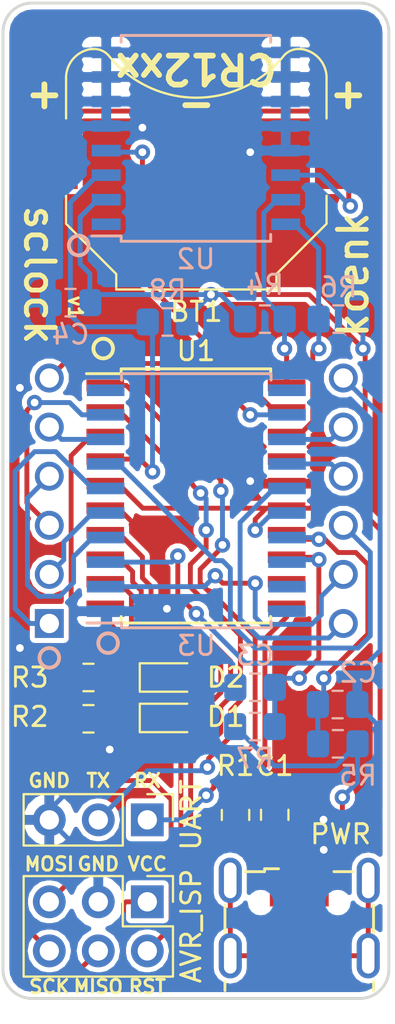
<source format=kicad_pcb>
(kicad_pcb (version 20171130) (host pcbnew 5.0.2-bee76a0~70~ubuntu18.04.1)

  (general
    (thickness 1.6)
    (drawings 31)
    (tracks 435)
    (zones 0)
    (modules 22)
    (nets 43)
  )

  (page A4)
  (title_block
    (title "Simple Clock")
    (date 2019-01-23)
    (rev v1)
    (comment 4 "Author: Koen Koning")
  )

  (layers
    (0 F.Cu signal)
    (31 B.Cu signal)
    (32 B.Adhes user hide)
    (33 F.Adhes user hide)
    (34 B.Paste user hide)
    (35 F.Paste user hide)
    (36 B.SilkS user)
    (37 F.SilkS user hide)
    (38 B.Mask user)
    (39 F.Mask user hide)
    (40 Dwgs.User user hide)
    (41 Cmts.User user hide)
    (42 Eco1.User user hide)
    (43 Eco2.User user hide)
    (44 Edge.Cuts user)
    (45 Margin user hide)
    (46 B.CrtYd user hide)
    (47 F.CrtYd user hide)
    (48 B.Fab user hide)
    (49 F.Fab user hide)
  )

  (setup
    (last_trace_width 0.254)
    (user_trace_width 0.1524)
    (trace_clearance 0.254)
    (zone_clearance 0.254)
    (zone_45_only no)
    (trace_min 0.1524)
    (segment_width 0.2)
    (edge_width 0.15)
    (via_size 0.8)
    (via_drill 0.4)
    (via_min_size 0.46)
    (via_min_drill 0.3)
    (uvia_size 0.3)
    (uvia_drill 0.1)
    (uvias_allowed no)
    (uvia_min_size 0.2)
    (uvia_min_drill 0.1)
    (pcb_text_width 0.3)
    (pcb_text_size 1.5 1.5)
    (mod_edge_width 0.15)
    (mod_text_size 1 1)
    (mod_text_width 0.15)
    (pad_size 1.05 0.95)
    (pad_drill 0)
    (pad_to_mask_clearance 0.051)
    (solder_mask_min_width 0.4)
    (aux_axis_origin 0 0)
    (visible_elements 7FFFFFFF)
    (pcbplotparams
      (layerselection 0x010f0_ffffffff)
      (usegerberextensions true)
      (usegerberattributes false)
      (usegerberadvancedattributes false)
      (creategerberjobfile false)
      (excludeedgelayer true)
      (linewidth 0.100000)
      (plotframeref false)
      (viasonmask false)
      (mode 1)
      (useauxorigin false)
      (hpglpennumber 1)
      (hpglpenspeed 20)
      (hpglpendiameter 15.000000)
      (psnegative false)
      (psa4output false)
      (plotreference true)
      (plotvalue true)
      (plotinvisibletext false)
      (padsonsilk false)
      (subtractmaskfromsilk false)
      (outputformat 1)
      (mirror false)
      (drillshape 0)
      (scaleselection 1)
      (outputdirectory "Gerber/"))
  )

  (net 0 "")
  (net 1 VCC)
  (net 2 "Net-(J3-Pad2)")
  (net 3 "Net-(J3-Pad3)")
  (net 4 "Net-(J3-Pad4)")
  (net 5 GND)
  (net 6 "Net-(J3-Pad6)")
  (net 7 DISP_CLK)
  (net 8 I2C_SCL)
  (net 9 DISP_DIO)
  (net 10 ISP_RESET)
  (net 11 "Net-(D1-Pad1)")
  (net 12 "Net-(D2-Pad1)")
  (net 13 I2C_SDA)
  (net 14 "Net-(U3-Pad10)")
  (net 15 "Net-(U3-Pad11)")
  (net 16 "Net-(U3-Pad19)")
  (net 17 "Net-(U3-Pad20)")
  (net 18 ~RTC_RST)
  (net 19 "Net-(U1-Pad17)")
  (net 20 "Net-(U1-Pad12)")
  (net 21 ISP_SCK)
  (net 22 ISP_MOSI)
  (net 23 ISP_MISO)
  (net 24 UART_TXD)
  (net 25 UART_RXD)
  (net 26 "Net-(U2-Pad1)")
  (net 27 /SEG1)
  (net 28 /SEG2)
  (net 29 /LED-grn)
  (net 30 /LED-red)
  (net 31 /SEG3)
  (net 32 /SEG4)
  (net 33 /SEG5)
  (net 34 /SEG6)
  (net 35 /SEG7)
  (net 36 /SEG8)
  (net 37 /GRID4)
  (net 38 /GRID3)
  (net 39 /GRID2)
  (net 40 /GRID1)
  (net 41 /Vbat)
  (net 42 RTC_INT)

  (net_class Default "This is the default net class."
    (clearance 0.254)
    (trace_width 0.254)
    (via_dia 0.8)
    (via_drill 0.4)
    (uvia_dia 0.3)
    (uvia_drill 0.1)
    (add_net /GRID1)
    (add_net /GRID2)
    (add_net /GRID3)
    (add_net /GRID4)
    (add_net /LED-grn)
    (add_net /LED-red)
    (add_net /SEG1)
    (add_net /SEG2)
    (add_net /SEG3)
    (add_net /SEG4)
    (add_net /SEG5)
    (add_net /SEG6)
    (add_net /SEG7)
    (add_net /SEG8)
    (add_net /Vbat)
    (add_net DISP_CLK)
    (add_net DISP_DIO)
    (add_net GND)
    (add_net I2C_SCL)
    (add_net I2C_SDA)
    (add_net ISP_MISO)
    (add_net ISP_MOSI)
    (add_net ISP_RESET)
    (add_net ISP_SCK)
    (add_net "Net-(D1-Pad1)")
    (add_net "Net-(D2-Pad1)")
    (add_net "Net-(J3-Pad2)")
    (add_net "Net-(J3-Pad3)")
    (add_net "Net-(J3-Pad4)")
    (add_net "Net-(J3-Pad6)")
    (add_net "Net-(U1-Pad12)")
    (add_net "Net-(U1-Pad17)")
    (add_net "Net-(U2-Pad1)")
    (add_net "Net-(U3-Pad10)")
    (add_net "Net-(U3-Pad11)")
    (add_net "Net-(U3-Pad19)")
    (add_net "Net-(U3-Pad20)")
    (add_net RTC_INT)
    (add_net UART_RXD)
    (add_net UART_TXD)
    (add_net VCC)
    (add_net ~RTC_RST)
  )

  (net_class segments ""
    (clearance 0.1524)
    (trace_width 0.1524)
    (via_dia 0.8)
    (via_drill 0.4)
    (uvia_dia 0.3)
    (uvia_drill 0.1)
  )

  (module SimpleClock:7seg-0.56inch locked (layer B.Cu) (tedit 5C6AE146) (tstamp 5C611D71)
    (at 88.9 101.6)
    (descr "4 digit 7 segment green LED, http://www.kingbrightusa.com/images/catalog/SPEC/CA56-12EWA.pdf")
    (tags "4 digit 7 segment green LED")
    (path /5C447639)
    (fp_text reference U4 (at -0.4 20.31) (layer B.SilkS) hide
      (effects (font (size 1 1) (thickness 0.15)) (justify mirror))
    )
    (fp_text value 7seg-0.56inch (at 2.37 -33.21) (layer B.Fab)
      (effects (font (size 1 1) (thickness 0.15)) (justify mirror))
    )
    (fp_line (start -1.88 -1) (end -0.88 0) (layer B.Fab) (width 0.1))
    (fp_line (start -0.88 0) (end -1.88 1) (layer B.Fab) (width 0.1))
    (fp_line (start -1.88 1) (end -1.88 18.8) (layer B.Fab) (width 0.1))
    (fp_line (start -2.13 19.05) (end 17.37 19.05) (layer B.CrtYd) (width 0.05))
    (fp_line (start 17.37 19.05) (end 17.37 -31.75) (layer B.CrtYd) (width 0.05))
    (fp_line (start 17.37 -31.75) (end -2.13 -31.75) (layer B.CrtYd) (width 0.05))
    (fp_line (start -2.13 -31.75) (end -2.13 19.05) (layer B.CrtYd) (width 0.05))
    (fp_line (start -1.88 18.8) (end 17.12 18.8) (layer B.Fab) (width 0.1))
    (fp_line (start 17.12 18.8) (end 17.12 -31.5) (layer B.Fab) (width 0.1))
    (fp_line (start -1.88 -31.5) (end 17.12 -31.5) (layer B.Fab) (width 0.1))
    (fp_line (start -1.88 -1) (end -1.88 -31.5) (layer B.Fab) (width 0.1))
    (fp_text user %R (at 16.1 19.9) (layer B.Fab)
      (effects (font (size 1 1) (thickness 0.15)) (justify mirror))
    )
    (pad 1 thru_hole rect (at 0 0) (size 1.5 1.5) (drill 1) (layers *.Cu *.Mask)
      (net 33 /SEG5))
    (pad 2 thru_hole circle (at 0 -2.54) (size 1.5 1.5) (drill 1) (layers *.Cu *.Mask)
      (net 32 /SEG4))
    (pad 3 thru_hole circle (at 0 -5.08) (size 1.5 1.5) (drill 1) (layers *.Cu *.Mask)
      (net 36 /SEG8))
    (pad 4 thru_hole circle (at 0 -7.62) (size 1.5 1.5) (drill 1) (layers *.Cu *.Mask)
      (net 31 /SEG3))
    (pad 5 thru_hole circle (at 0 -10.16) (size 1.5 1.5) (drill 1) (layers *.Cu *.Mask)
      (net 35 /SEG7))
    (pad 6 thru_hole circle (at 0 -12.7) (size 1.5 1.5) (drill 1) (layers *.Cu *.Mask)
      (net 37 /GRID4))
    (pad 7 thru_hole circle (at 15.24 -12.7) (size 1.5 1.5) (drill 1) (layers *.Cu *.Mask)
      (net 28 /SEG2))
    (pad 8 thru_hole circle (at 15.24 -10.16) (size 1.5 1.5) (drill 1) (layers *.Cu *.Mask)
      (net 38 /GRID3))
    (pad 9 thru_hole circle (at 15.24 -7.62) (size 1.5 1.5) (drill 1) (layers *.Cu *.Mask)
      (net 39 /GRID2))
    (pad 10 thru_hole circle (at 15.24 -5.08) (size 1.5 1.5) (drill 1) (layers *.Cu *.Mask)
      (net 34 /SEG6))
    (pad 11 thru_hole circle (at 15.24 -2.54) (size 1.5 1.5) (drill 1) (layers *.Cu *.Mask)
      (net 27 /SEG1))
    (pad 12 thru_hole circle (at 15.24 0) (size 1.5 1.5) (drill 1) (layers *.Cu *.Mask)
      (net 40 /GRID1))
  )

  (module Battery:BatteryHolder_Keystone_3000_1x12mm locked (layer F.Cu) (tedit 58972371) (tstamp 5C611E22)
    (at 96.52 77.47 180)
    (descr http://www.keyelco.com/product-pdf.cfm?p=777)
    (tags "Keystone type 3000 coin cell retainer")
    (path /5C54C017)
    (attr smd)
    (fp_text reference BT1 (at 0 -8 180) (layer F.SilkS)
      (effects (font (size 1 1) (thickness 0.15)))
    )
    (fp_text value Battery_Cell (at 0 7.5 180) (layer F.Fab)
      (effects (font (size 1 1) (thickness 0.15)))
    )
    (fp_text user %R (at 0 0 180) (layer F.Fab)
      (effects (font (size 1 1) (thickness 0.15)))
    )
    (fp_arc (start 0 0) (end 0 6.75) (angle 36.6) (layer F.CrtYd) (width 0.05))
    (fp_arc (start 0.11 9.15) (end 4.22 5.65) (angle -3.1) (layer F.CrtYd) (width 0.05))
    (fp_arc (start 0.11 9.15) (end -4.22 5.65) (angle 3.1) (layer F.CrtYd) (width 0.05))
    (fp_arc (start 0 0) (end 0 6.75) (angle -36.6) (layer F.CrtYd) (width 0.05))
    (fp_arc (start 5.25 4.1) (end 5.3 6.1) (angle -90) (layer F.CrtYd) (width 0.05))
    (fp_arc (start 5.29 4.6) (end 4.22 5.65) (angle -54.1) (layer F.CrtYd) (width 0.05))
    (fp_arc (start -5.29 4.6) (end -4.22 5.65) (angle 54.1) (layer F.CrtYd) (width 0.05))
    (fp_circle (center 0 0) (end 0 6.25) (layer Dwgs.User) (width 0.15))
    (fp_arc (start 5.29 4.6) (end 4.5 5.2) (angle -60) (layer F.SilkS) (width 0.12))
    (fp_arc (start -5.29 4.6) (end -4.5 5.2) (angle 60) (layer F.SilkS) (width 0.12))
    (fp_arc (start 0 8.9) (end -4.5 5.2) (angle 101) (layer F.SilkS) (width 0.12))
    (fp_arc (start 5.29 4.6) (end 4.6 5.1) (angle -60) (layer F.Fab) (width 0.1))
    (fp_arc (start -5.29 4.6) (end -4.6 5.1) (angle 60) (layer F.Fab) (width 0.1))
    (fp_arc (start 0 8.9) (end -4.6 5.1) (angle 101) (layer F.Fab) (width 0.1))
    (fp_arc (start -5.25 4.1) (end -5.3 6.1) (angle 90) (layer F.CrtYd) (width 0.05))
    (fp_arc (start 5.25 4.1) (end 5.3 5.6) (angle -90) (layer F.SilkS) (width 0.12))
    (fp_arc (start -5.25 4.1) (end -5.3 5.6) (angle 90) (layer F.SilkS) (width 0.12))
    (fp_line (start -7.25 2.15) (end -7.25 4.1) (layer F.CrtYd) (width 0.05))
    (fp_line (start 7.25 2.15) (end 7.25 4.1) (layer F.CrtYd) (width 0.05))
    (fp_line (start 6.75 2) (end 6.75 4.1) (layer F.SilkS) (width 0.12))
    (fp_line (start -6.75 2) (end -6.75 4.1) (layer F.SilkS) (width 0.12))
    (fp_arc (start 5.25 4.1) (end 5.3 5.45) (angle -90) (layer F.Fab) (width 0.1))
    (fp_line (start 7.25 -2.15) (end 7.25 -3.8) (layer F.CrtYd) (width 0.05))
    (fp_line (start 7.25 -3.8) (end 4.65 -6.4) (layer F.CrtYd) (width 0.05))
    (fp_line (start 4.65 -6.4) (end 4.65 -7.35) (layer F.CrtYd) (width 0.05))
    (fp_line (start -4.65 -7.35) (end 4.65 -7.35) (layer F.CrtYd) (width 0.05))
    (fp_line (start -4.65 -6.4) (end -4.65 -7.35) (layer F.CrtYd) (width 0.05))
    (fp_line (start -7.25 -3.8) (end -4.65 -6.4) (layer F.CrtYd) (width 0.05))
    (fp_line (start -7.25 -2.15) (end -7.25 -3.8) (layer F.CrtYd) (width 0.05))
    (fp_line (start -6.75 -2) (end -6.75 -3.45) (layer F.SilkS) (width 0.12))
    (fp_line (start -6.75 -3.45) (end -4.15 -6.05) (layer F.SilkS) (width 0.12))
    (fp_line (start -4.15 -6.05) (end -4.15 -6.85) (layer F.SilkS) (width 0.12))
    (fp_line (start -4.15 -6.85) (end 4.15 -6.85) (layer F.SilkS) (width 0.12))
    (fp_line (start 4.15 -6.85) (end 4.15 -6.05) (layer F.SilkS) (width 0.12))
    (fp_line (start 4.15 -6.05) (end 6.75 -3.45) (layer F.SilkS) (width 0.12))
    (fp_line (start 6.75 -3.45) (end 6.75 -2) (layer F.SilkS) (width 0.12))
    (fp_line (start -7.25 -2.15) (end -10.15 -2.15) (layer F.CrtYd) (width 0.05))
    (fp_line (start -10.15 -2.15) (end -10.15 2.15) (layer F.CrtYd) (width 0.05))
    (fp_line (start -10.15 2.15) (end -7.25 2.15) (layer F.CrtYd) (width 0.05))
    (fp_line (start 7.25 -2.15) (end 10.15 -2.15) (layer F.CrtYd) (width 0.05))
    (fp_line (start 10.15 -2.15) (end 10.15 2.15) (layer F.CrtYd) (width 0.05))
    (fp_line (start 10.15 2.15) (end 7.25 2.15) (layer F.CrtYd) (width 0.05))
    (fp_arc (start -5.25 4.1) (end -5.3 5.45) (angle 90) (layer F.Fab) (width 0.1))
    (fp_line (start 6.6 -3.4) (end 6.6 4.1) (layer F.Fab) (width 0.1))
    (fp_line (start -6.6 -3.4) (end -6.6 4.1) (layer F.Fab) (width 0.1))
    (fp_line (start 4 -6) (end 6.6 -3.4) (layer F.Fab) (width 0.1))
    (fp_line (start -4 -6) (end -6.6 -3.4) (layer F.Fab) (width 0.1))
    (fp_line (start 4 -6.7) (end 4 -6) (layer F.Fab) (width 0.1))
    (fp_line (start -4 -6.7) (end -4 -6) (layer F.Fab) (width 0.1))
    (fp_line (start -4 -6.7) (end 4 -6.7) (layer F.Fab) (width 0.1))
    (pad 1 smd rect (at -7.9 0 180) (size 3.5 3.3) (layers F.Cu F.Paste F.Mask)
      (net 41 /Vbat))
    (pad 1 smd rect (at 7.9 0 180) (size 3.5 3.3) (layers F.Cu F.Paste F.Mask)
      (net 41 /Vbat))
    (pad 2 smd rect (at 0 0 180) (size 4 4) (layers F.Cu F.Mask)
      (net 5 GND))
    (model ${KISYS3DMOD}/Battery.3dshapes/BatteryHolder_Keystone_3000_1x12mm.wrl
      (at (xyz 0 0 0))
      (scale (xyz 1 1 1))
      (rotate (xyz 0 0 0))
    )
  )

  (module Capacitor_SMD:C_0805_2012Metric_Pad1.15x1.40mm_HandSolder (layer F.Cu) (tedit 5B36C52B) (tstamp 5C611DE8)
    (at 100.584 111.5 90)
    (descr "Capacitor SMD 0805 (2012 Metric), square (rectangular) end terminal, IPC_7351 nominal with elongated pad for handsoldering. (Body size source: https://docs.google.com/spreadsheets/d/1BsfQQcO9C6DZCsRaXUlFlo91Tg2WpOkGARC1WS5S8t0/edit?usp=sharing), generated with kicad-footprint-generator")
    (tags "capacitor handsolder")
    (path /5C4F9B25)
    (attr smd)
    (fp_text reference C1 (at 2.534 0 180) (layer F.SilkS)
      (effects (font (size 1 1) (thickness 0.15)))
    )
    (fp_text value 100uF (at 0 1.65 90) (layer F.Fab)
      (effects (font (size 1 1) (thickness 0.15)))
    )
    (fp_text user %R (at 0 0 90) (layer F.Fab)
      (effects (font (size 0.5 0.5) (thickness 0.08)))
    )
    (fp_line (start 1.85 0.95) (end -1.85 0.95) (layer F.CrtYd) (width 0.05))
    (fp_line (start 1.85 -0.95) (end 1.85 0.95) (layer F.CrtYd) (width 0.05))
    (fp_line (start -1.85 -0.95) (end 1.85 -0.95) (layer F.CrtYd) (width 0.05))
    (fp_line (start -1.85 0.95) (end -1.85 -0.95) (layer F.CrtYd) (width 0.05))
    (fp_line (start -0.261252 0.71) (end 0.261252 0.71) (layer F.SilkS) (width 0.12))
    (fp_line (start -0.261252 -0.71) (end 0.261252 -0.71) (layer F.SilkS) (width 0.12))
    (fp_line (start 1 0.6) (end -1 0.6) (layer F.Fab) (width 0.1))
    (fp_line (start 1 -0.6) (end 1 0.6) (layer F.Fab) (width 0.1))
    (fp_line (start -1 -0.6) (end 1 -0.6) (layer F.Fab) (width 0.1))
    (fp_line (start -1 0.6) (end -1 -0.6) (layer F.Fab) (width 0.1))
    (pad 2 smd roundrect (at 1.025 0 90) (size 1.15 1.4) (layers F.Cu F.Paste F.Mask) (roundrect_rratio 0.217391)
      (net 5 GND))
    (pad 1 smd roundrect (at -1.025 0 90) (size 1.15 1.4) (layers F.Cu F.Paste F.Mask) (roundrect_rratio 0.217391)
      (net 1 VCC))
    (model ${KISYS3DMOD}/Capacitor_SMD.3dshapes/C_0805_2012Metric.wrl
      (at (xyz 0 0 0))
      (scale (xyz 1 1 1))
      (rotate (xyz 0 0 0))
    )
  )

  (module Capacitor_SMD:C_0805_2012Metric_Pad1.15x1.40mm_HandSolder (layer B.Cu) (tedit 5B36C52B) (tstamp 5C612B87)
    (at 103.842558 105.794915)
    (descr "Capacitor SMD 0805 (2012 Metric), square (rectangular) end terminal, IPC_7351 nominal with elongated pad for handsoldering. (Body size source: https://docs.google.com/spreadsheets/d/1BsfQQcO9C6DZCsRaXUlFlo91Tg2WpOkGARC1WS5S8t0/edit?usp=sharing), generated with kicad-footprint-generator")
    (tags "capacitor handsolder")
    (path /5C44E5D3)
    (attr smd)
    (fp_text reference C2 (at 1.059442 -1.654915) (layer B.SilkS)
      (effects (font (size 1 1) (thickness 0.15)) (justify mirror))
    )
    (fp_text value 100pF (at 0 -1.65) (layer B.Fab)
      (effects (font (size 1 1) (thickness 0.15)) (justify mirror))
    )
    (fp_line (start -1 -0.6) (end -1 0.6) (layer B.Fab) (width 0.1))
    (fp_line (start -1 0.6) (end 1 0.6) (layer B.Fab) (width 0.1))
    (fp_line (start 1 0.6) (end 1 -0.6) (layer B.Fab) (width 0.1))
    (fp_line (start 1 -0.6) (end -1 -0.6) (layer B.Fab) (width 0.1))
    (fp_line (start -0.261252 0.71) (end 0.261252 0.71) (layer B.SilkS) (width 0.12))
    (fp_line (start -0.261252 -0.71) (end 0.261252 -0.71) (layer B.SilkS) (width 0.12))
    (fp_line (start -1.85 -0.95) (end -1.85 0.95) (layer B.CrtYd) (width 0.05))
    (fp_line (start -1.85 0.95) (end 1.85 0.95) (layer B.CrtYd) (width 0.05))
    (fp_line (start 1.85 0.95) (end 1.85 -0.95) (layer B.CrtYd) (width 0.05))
    (fp_line (start 1.85 -0.95) (end -1.85 -0.95) (layer B.CrtYd) (width 0.05))
    (fp_text user %R (at 0 0) (layer B.Fab)
      (effects (font (size 0.5 0.5) (thickness 0.08)) (justify mirror))
    )
    (pad 1 smd roundrect (at -1.025 0) (size 1.15 1.4) (layers B.Cu B.Paste B.Mask) (roundrect_rratio 0.217391)
      (net 9 DISP_DIO))
    (pad 2 smd roundrect (at 1.025 0) (size 1.15 1.4) (layers B.Cu B.Paste B.Mask) (roundrect_rratio 0.217391)
      (net 5 GND))
    (model ${KISYS3DMOD}/Capacitor_SMD.3dshapes/C_0805_2012Metric.wrl
      (at (xyz 0 0 0))
      (scale (xyz 1 1 1))
      (rotate (xyz 0 0 0))
    )
  )

  (module Capacitor_SMD:C_0805_2012Metric_Pad1.15x1.40mm_HandSolder (layer B.Cu) (tedit 5B36C52B) (tstamp 5C611DC6)
    (at 99.568 104.902 180)
    (descr "Capacitor SMD 0805 (2012 Metric), square (rectangular) end terminal, IPC_7351 nominal with elongated pad for handsoldering. (Body size source: https://docs.google.com/spreadsheets/d/1BsfQQcO9C6DZCsRaXUlFlo91Tg2WpOkGARC1WS5S8t0/edit?usp=sharing), generated with kicad-footprint-generator")
    (tags "capacitor handsolder")
    (path /5C44E61D)
    (attr smd)
    (fp_text reference C3 (at 0 1.65 180) (layer B.SilkS)
      (effects (font (size 1 1) (thickness 0.15)) (justify mirror))
    )
    (fp_text value 100pF (at 0 -1.65 180) (layer B.Fab)
      (effects (font (size 1 1) (thickness 0.15)) (justify mirror))
    )
    (fp_text user %R (at 0 0 180) (layer B.Fab)
      (effects (font (size 0.5 0.5) (thickness 0.08)) (justify mirror))
    )
    (fp_line (start 1.85 -0.95) (end -1.85 -0.95) (layer B.CrtYd) (width 0.05))
    (fp_line (start 1.85 0.95) (end 1.85 -0.95) (layer B.CrtYd) (width 0.05))
    (fp_line (start -1.85 0.95) (end 1.85 0.95) (layer B.CrtYd) (width 0.05))
    (fp_line (start -1.85 -0.95) (end -1.85 0.95) (layer B.CrtYd) (width 0.05))
    (fp_line (start -0.261252 -0.71) (end 0.261252 -0.71) (layer B.SilkS) (width 0.12))
    (fp_line (start -0.261252 0.71) (end 0.261252 0.71) (layer B.SilkS) (width 0.12))
    (fp_line (start 1 -0.6) (end -1 -0.6) (layer B.Fab) (width 0.1))
    (fp_line (start 1 0.6) (end 1 -0.6) (layer B.Fab) (width 0.1))
    (fp_line (start -1 0.6) (end 1 0.6) (layer B.Fab) (width 0.1))
    (fp_line (start -1 -0.6) (end -1 0.6) (layer B.Fab) (width 0.1))
    (pad 2 smd roundrect (at 1.025 0 180) (size 1.15 1.4) (layers B.Cu B.Paste B.Mask) (roundrect_rratio 0.217391)
      (net 5 GND))
    (pad 1 smd roundrect (at -1.025 0 180) (size 1.15 1.4) (layers B.Cu B.Paste B.Mask) (roundrect_rratio 0.217391)
      (net 7 DISP_CLK))
    (model ${KISYS3DMOD}/Capacitor_SMD.3dshapes/C_0805_2012Metric.wrl
      (at (xyz 0 0 0))
      (scale (xyz 1 1 1))
      (rotate (xyz 0 0 0))
    )
  )

  (module Capacitor_SMD:C_0805_2012Metric_Pad1.15x1.40mm_HandSolder (layer B.Cu) (tedit 5B36C52B) (tstamp 5C611DB5)
    (at 90 85)
    (descr "Capacitor SMD 0805 (2012 Metric), square (rectangular) end terminal, IPC_7351 nominal with elongated pad for handsoldering. (Body size source: https://docs.google.com/spreadsheets/d/1BsfQQcO9C6DZCsRaXUlFlo91Tg2WpOkGARC1WS5S8t0/edit?usp=sharing), generated with kicad-footprint-generator")
    (tags "capacitor handsolder")
    (path /5C454947)
    (attr smd)
    (fp_text reference C4 (at 0 1.65) (layer B.SilkS)
      (effects (font (size 1 1) (thickness 0.15)) (justify mirror))
    )
    (fp_text value 100pF (at 0 -1.65) (layer B.Fab)
      (effects (font (size 1 1) (thickness 0.15)) (justify mirror))
    )
    (fp_line (start -1 -0.6) (end -1 0.6) (layer B.Fab) (width 0.1))
    (fp_line (start -1 0.6) (end 1 0.6) (layer B.Fab) (width 0.1))
    (fp_line (start 1 0.6) (end 1 -0.6) (layer B.Fab) (width 0.1))
    (fp_line (start 1 -0.6) (end -1 -0.6) (layer B.Fab) (width 0.1))
    (fp_line (start -0.261252 0.71) (end 0.261252 0.71) (layer B.SilkS) (width 0.12))
    (fp_line (start -0.261252 -0.71) (end 0.261252 -0.71) (layer B.SilkS) (width 0.12))
    (fp_line (start -1.85 -0.95) (end -1.85 0.95) (layer B.CrtYd) (width 0.05))
    (fp_line (start -1.85 0.95) (end 1.85 0.95) (layer B.CrtYd) (width 0.05))
    (fp_line (start 1.85 0.95) (end 1.85 -0.95) (layer B.CrtYd) (width 0.05))
    (fp_line (start 1.85 -0.95) (end -1.85 -0.95) (layer B.CrtYd) (width 0.05))
    (fp_text user %R (at 0 0) (layer B.Fab)
      (effects (font (size 0.5 0.5) (thickness 0.08)) (justify mirror))
    )
    (pad 1 smd roundrect (at -1.025 0) (size 1.15 1.4) (layers B.Cu B.Paste B.Mask) (roundrect_rratio 0.217391)
      (net 5 GND))
    (pad 2 smd roundrect (at 1.025 0) (size 1.15 1.4) (layers B.Cu B.Paste B.Mask) (roundrect_rratio 0.217391)
      (net 1 VCC))
    (model ${KISYS3DMOD}/Capacitor_SMD.3dshapes/C_0805_2012Metric.wrl
      (at (xyz 0 0 0))
      (scale (xyz 1 1 1))
      (rotate (xyz 0 0 0))
    )
  )

  (module Connector_PinHeader_2.54mm:PinHeader_1x03_P2.54mm_Vertical (layer F.Cu) (tedit 5C6ADD8B) (tstamp 5C611DA4)
    (at 93.98 111.76 270)
    (descr "Through hole straight pin header, 1x03, 2.54mm pitch, single row")
    (tags "Through hole pin header THT 1x03 2.54mm single row")
    (path /5C44906B)
    (fp_text reference J2 (at 0 6.98 270) (layer F.SilkS) hide
      (effects (font (size 1 1) (thickness 0.15)))
    )
    (fp_text value UART (at -2 2.5) (layer F.Fab)
      (effects (font (size 1 1) (thickness 0.15)))
    )
    (fp_line (start -0.635 -1.27) (end 1.27 -1.27) (layer F.Fab) (width 0.1))
    (fp_line (start 1.27 -1.27) (end 1.27 6.35) (layer F.Fab) (width 0.1))
    (fp_line (start 1.27 6.35) (end -1.27 6.35) (layer F.Fab) (width 0.1))
    (fp_line (start -1.27 6.35) (end -1.27 -0.635) (layer F.Fab) (width 0.1))
    (fp_line (start -1.27 -0.635) (end -0.635 -1.27) (layer F.Fab) (width 0.1))
    (fp_line (start -1.33 6.41) (end 1.33 6.41) (layer F.SilkS) (width 0.12))
    (fp_line (start -1.33 1.27) (end -1.33 6.41) (layer F.SilkS) (width 0.12))
    (fp_line (start 1.33 1.27) (end 1.33 6.41) (layer F.SilkS) (width 0.12))
    (fp_line (start -1.33 1.27) (end 1.33 1.27) (layer F.SilkS) (width 0.12))
    (fp_line (start -1.33 0) (end -1.33 -1.33) (layer F.SilkS) (width 0.12))
    (fp_line (start -1.33 -1.33) (end 0 -1.33) (layer F.SilkS) (width 0.12))
    (fp_line (start -1.8 -1.8) (end -1.8 6.85) (layer F.CrtYd) (width 0.05))
    (fp_line (start -1.8 6.85) (end 1.8 6.85) (layer F.CrtYd) (width 0.05))
    (fp_line (start 1.8 6.85) (end 1.8 -1.8) (layer F.CrtYd) (width 0.05))
    (fp_line (start 1.8 -1.8) (end -1.8 -1.8) (layer F.CrtYd) (width 0.05))
    (fp_text user %R (at 0 2.54) (layer F.Fab)
      (effects (font (size 1 1) (thickness 0.15)))
    )
    (pad 1 thru_hole rect (at 0 0 270) (size 1.7 1.7) (drill 1) (layers *.Cu *.Mask)
      (net 25 UART_RXD))
    (pad 2 thru_hole oval (at 0 2.54 270) (size 1.7 1.7) (drill 1) (layers *.Cu *.Mask)
      (net 24 UART_TXD))
    (pad 3 thru_hole oval (at 0 5.08 270) (size 1.7 1.7) (drill 1) (layers *.Cu *.Mask)
      (net 5 GND))
    (model ${KISYS3DMOD}/Connector_PinHeader_2.54mm.3dshapes/PinHeader_1x03_P2.54mm_Vertical.wrl
      (at (xyz 0 0 0))
      (scale (xyz 1 1 1))
      (rotate (xyz 0 0 0))
    )
  )

  (module Connector_PinHeader_2.54mm:PinHeader_2x03_P2.54mm_Vertical (layer F.Cu) (tedit 5C6ADD22) (tstamp 5C611D8D)
    (at 93.98 116 270)
    (descr "Through hole straight pin header, 2x03, 2.54mm pitch, double rows")
    (tags "Through hole pin header THT 2x03 2.54mm double row")
    (path /5C448D48)
    (fp_text reference J1 (at 1.25 6.98 90) (layer F.SilkS) hide
      (effects (font (size 1 1) (thickness 0.15)))
    )
    (fp_text value AVR-SPI (at -2 2.5) (layer F.Fab)
      (effects (font (size 1 1) (thickness 0.15)))
    )
    (fp_line (start 0 -1.27) (end 3.81 -1.27) (layer F.Fab) (width 0.1))
    (fp_line (start 3.81 -1.27) (end 3.81 6.35) (layer F.Fab) (width 0.1))
    (fp_line (start 3.81 6.35) (end -1.27 6.35) (layer F.Fab) (width 0.1))
    (fp_line (start -1.27 6.35) (end -1.27 0) (layer F.Fab) (width 0.1))
    (fp_line (start -1.27 0) (end 0 -1.27) (layer F.Fab) (width 0.1))
    (fp_line (start -1.33 6.41) (end 3.87 6.41) (layer F.SilkS) (width 0.12))
    (fp_line (start -1.33 1.27) (end -1.33 6.41) (layer F.SilkS) (width 0.12))
    (fp_line (start 3.87 -1.33) (end 3.87 6.41) (layer F.SilkS) (width 0.12))
    (fp_line (start -1.33 1.27) (end 1.27 1.27) (layer F.SilkS) (width 0.12))
    (fp_line (start 1.27 1.27) (end 1.27 -1.33) (layer F.SilkS) (width 0.12))
    (fp_line (start 1.27 -1.33) (end 3.87 -1.33) (layer F.SilkS) (width 0.12))
    (fp_line (start -1.33 0) (end -1.33 -1.33) (layer F.SilkS) (width 0.12))
    (fp_line (start -1.33 -1.33) (end 0 -1.33) (layer F.SilkS) (width 0.12))
    (fp_line (start -1.8 -1.8) (end -1.8 6.85) (layer F.CrtYd) (width 0.05))
    (fp_line (start -1.8 6.85) (end 4.35 6.85) (layer F.CrtYd) (width 0.05))
    (fp_line (start 4.35 6.85) (end 4.35 -1.8) (layer F.CrtYd) (width 0.05))
    (fp_line (start 4.35 -1.8) (end -1.8 -1.8) (layer F.CrtYd) (width 0.05))
    (fp_text user %R (at 1.27 2.54) (layer F.Fab)
      (effects (font (size 1 1) (thickness 0.15)))
    )
    (pad 1 thru_hole rect (at 0 0 270) (size 1.7 1.7) (drill 1) (layers *.Cu *.Mask)
      (net 1 VCC))
    (pad 2 thru_hole oval (at 2.54 0 270) (size 1.7 1.7) (drill 1) (layers *.Cu *.Mask)
      (net 10 ISP_RESET))
    (pad 3 thru_hole oval (at 0 2.54 270) (size 1.7 1.7) (drill 1) (layers *.Cu *.Mask)
      (net 5 GND))
    (pad 4 thru_hole oval (at 2.54 2.54 270) (size 1.7 1.7) (drill 1) (layers *.Cu *.Mask)
      (net 23 ISP_MISO))
    (pad 5 thru_hole oval (at 0 5.08 270) (size 1.7 1.7) (drill 1) (layers *.Cu *.Mask)
      (net 22 ISP_MOSI))
    (pad 6 thru_hole oval (at 2.54 5.08 270) (size 1.7 1.7) (drill 1) (layers *.Cu *.Mask)
      (net 21 ISP_SCK))
    (model ${KISYS3DMOD}/Connector_PinHeader_2.54mm.3dshapes/PinHeader_2x03_P2.54mm_Vertical.wrl
      (at (xyz 0 0 0))
      (scale (xyz 1 1 1))
      (rotate (xyz 0 0 0))
    )
  )

  (module LED_SMD:LED_0603_1608Metric_Pad1.05x0.95mm_HandSolder (layer F.Cu) (tedit 5C489C13) (tstamp 5C611D50)
    (at 95.25 104.394)
    (descr "LED SMD 0603 (1608 Metric), square (rectangular) end terminal, IPC_7351 nominal, (Body size source: http://www.tortai-tech.com/upload/download/2011102023233369053.pdf), generated with kicad-footprint-generator")
    (tags "LED handsolder")
    (path /5C462607)
    (attr smd)
    (fp_text reference D2 (at 2.794 0) (layer F.SilkS)
      (effects (font (size 1 1) (thickness 0.15)))
    )
    (fp_text value Red (at 0 1.43) (layer F.Fab)
      (effects (font (size 1 1) (thickness 0.15)))
    )
    (fp_text user %R (at 0 0) (layer F.Fab)
      (effects (font (size 0.4 0.4) (thickness 0.06)))
    )
    (fp_line (start 1.65 0.73) (end -1.65 0.73) (layer F.CrtYd) (width 0.05))
    (fp_line (start 1.65 -0.73) (end 1.65 0.73) (layer F.CrtYd) (width 0.05))
    (fp_line (start -1.65 -0.73) (end 1.65 -0.73) (layer F.CrtYd) (width 0.05))
    (fp_line (start -1.65 0.73) (end -1.65 -0.73) (layer F.CrtYd) (width 0.05))
    (fp_line (start -1.66 0.735) (end 0.8 0.735) (layer F.SilkS) (width 0.12))
    (fp_line (start -1.66 -0.735) (end -1.66 0.735) (layer F.SilkS) (width 0.12))
    (fp_line (start 0.8 -0.735) (end -1.66 -0.735) (layer F.SilkS) (width 0.12))
    (fp_line (start 0.8 0.4) (end 0.8 -0.4) (layer F.Fab) (width 0.1))
    (fp_line (start -0.8 0.4) (end 0.8 0.4) (layer F.Fab) (width 0.1))
    (fp_line (start -0.8 -0.1) (end -0.8 0.4) (layer F.Fab) (width 0.1))
    (fp_line (start -0.5 -0.4) (end -0.8 -0.1) (layer F.Fab) (width 0.1))
    (fp_line (start 0.8 -0.4) (end -0.5 -0.4) (layer F.Fab) (width 0.1))
    (pad 2 smd roundrect (at 0.875 0) (size 1.05 0.95) (layers F.Cu F.Paste F.Mask) (roundrect_rratio 0.25)
      (net 30 /LED-red))
    (pad 1 smd roundrect (at -0.875 0) (size 1.05 0.95) (layers F.Cu F.Paste F.Mask) (roundrect_rratio 0.25)
      (net 12 "Net-(D2-Pad1)"))
    (model ${KISYS3DMOD}/LED_SMD.3dshapes/LED_0603_1608Metric.wrl
      (at (xyz 0 0 0))
      (scale (xyz 1 1 1))
      (rotate (xyz 0 0 0))
    )
  )

  (module LED_SMD:LED_0603_1608Metric_Pad1.05x0.95mm_HandSolder (layer F.Cu) (tedit 5B4B45C9) (tstamp 5C611D3D)
    (at 95.25 106.487001)
    (descr "LED SMD 0603 (1608 Metric), square (rectangular) end terminal, IPC_7351 nominal, (Body size source: http://www.tortai-tech.com/upload/download/2011102023233369053.pdf), generated with kicad-footprint-generator")
    (tags "LED handsolder")
    (path /5C462533)
    (attr smd)
    (fp_text reference D1 (at 2.794 -0.061001) (layer F.SilkS)
      (effects (font (size 1 1) (thickness 0.15)))
    )
    (fp_text value Grn (at 0 1.43) (layer F.Fab)
      (effects (font (size 1 1) (thickness 0.15)))
    )
    (fp_line (start 0.8 -0.4) (end -0.5 -0.4) (layer F.Fab) (width 0.1))
    (fp_line (start -0.5 -0.4) (end -0.8 -0.1) (layer F.Fab) (width 0.1))
    (fp_line (start -0.8 -0.1) (end -0.8 0.4) (layer F.Fab) (width 0.1))
    (fp_line (start -0.8 0.4) (end 0.8 0.4) (layer F.Fab) (width 0.1))
    (fp_line (start 0.8 0.4) (end 0.8 -0.4) (layer F.Fab) (width 0.1))
    (fp_line (start 0.8 -0.735) (end -1.66 -0.735) (layer F.SilkS) (width 0.12))
    (fp_line (start -1.66 -0.735) (end -1.66 0.735) (layer F.SilkS) (width 0.12))
    (fp_line (start -1.66 0.735) (end 0.8 0.735) (layer F.SilkS) (width 0.12))
    (fp_line (start -1.65 0.73) (end -1.65 -0.73) (layer F.CrtYd) (width 0.05))
    (fp_line (start -1.65 -0.73) (end 1.65 -0.73) (layer F.CrtYd) (width 0.05))
    (fp_line (start 1.65 -0.73) (end 1.65 0.73) (layer F.CrtYd) (width 0.05))
    (fp_line (start 1.65 0.73) (end -1.65 0.73) (layer F.CrtYd) (width 0.05))
    (fp_text user %R (at 0 0) (layer F.Fab)
      (effects (font (size 0.4 0.4) (thickness 0.06)))
    )
    (pad 1 smd roundrect (at -0.875 0) (size 1.05 0.95) (layers F.Cu F.Paste F.Mask) (roundrect_rratio 0.25)
      (net 11 "Net-(D1-Pad1)"))
    (pad 2 smd roundrect (at 0.875 0) (size 1.05 0.95) (layers F.Cu F.Paste F.Mask) (roundrect_rratio 0.25)
      (net 29 /LED-grn))
    (model ${KISYS3DMOD}/LED_SMD.3dshapes/LED_0603_1608Metric.wrl
      (at (xyz 0 0 0))
      (scale (xyz 1 1 1))
      (rotate (xyz 0 0 0))
    )
  )

  (module Package_SO:SOIC-16W_7.5x10.3mm_P1.27mm (layer B.Cu) (tedit 5A02F2D3) (tstamp 5C611D2A)
    (at 96.5 76.5)
    (descr "16-Lead Plastic Small Outline (SO) - Wide, 7.50 mm Body [SOIC] (see Microchip Packaging Specification 00000049BS.pdf)")
    (tags "SOIC 1.27")
    (path /5C448C42)
    (attr smd)
    (fp_text reference U2 (at 0 6.25) (layer B.SilkS)
      (effects (font (size 1 1) (thickness 0.15)) (justify mirror))
    )
    (fp_text value DS3231M (at 0 -6.25) (layer B.Fab)
      (effects (font (size 1 1) (thickness 0.15)) (justify mirror))
    )
    (fp_text user %R (at 0 0) (layer B.Fab)
      (effects (font (size 1 1) (thickness 0.15)) (justify mirror))
    )
    (fp_line (start -2.75 5.15) (end 3.75 5.15) (layer B.Fab) (width 0.15))
    (fp_line (start 3.75 5.15) (end 3.75 -5.15) (layer B.Fab) (width 0.15))
    (fp_line (start 3.75 -5.15) (end -3.75 -5.15) (layer B.Fab) (width 0.15))
    (fp_line (start -3.75 -5.15) (end -3.75 4.15) (layer B.Fab) (width 0.15))
    (fp_line (start -3.75 4.15) (end -2.75 5.15) (layer B.Fab) (width 0.15))
    (fp_line (start -5.65 5.5) (end -5.65 -5.5) (layer B.CrtYd) (width 0.05))
    (fp_line (start 5.65 5.5) (end 5.65 -5.5) (layer B.CrtYd) (width 0.05))
    (fp_line (start -5.65 5.5) (end 5.65 5.5) (layer B.CrtYd) (width 0.05))
    (fp_line (start -5.65 -5.5) (end 5.65 -5.5) (layer B.CrtYd) (width 0.05))
    (fp_line (start -3.875 5.325) (end -3.875 5.05) (layer B.SilkS) (width 0.15))
    (fp_line (start 3.875 5.325) (end 3.875 4.97) (layer B.SilkS) (width 0.15))
    (fp_line (start 3.875 -5.325) (end 3.875 -4.97) (layer B.SilkS) (width 0.15))
    (fp_line (start -3.875 -5.325) (end -3.875 -4.97) (layer B.SilkS) (width 0.15))
    (fp_line (start -3.875 5.325) (end 3.875 5.325) (layer B.SilkS) (width 0.15))
    (fp_line (start -3.875 -5.325) (end 3.875 -5.325) (layer B.SilkS) (width 0.15))
    (fp_line (start -3.875 5.05) (end -5.4 5.05) (layer B.SilkS) (width 0.15))
    (pad 1 smd rect (at -4.65 4.445) (size 1.5 0.6) (layers B.Cu B.Paste B.Mask)
      (net 26 "Net-(U2-Pad1)"))
    (pad 2 smd rect (at -4.65 3.175) (size 1.5 0.6) (layers B.Cu B.Paste B.Mask)
      (net 1 VCC))
    (pad 3 smd rect (at -4.65 1.905) (size 1.5 0.6) (layers B.Cu B.Paste B.Mask)
      (net 42 RTC_INT))
    (pad 4 smd rect (at -4.65 0.635) (size 1.5 0.6) (layers B.Cu B.Paste B.Mask)
      (net 18 ~RTC_RST))
    (pad 5 smd rect (at -4.65 -0.635) (size 1.5 0.6) (layers B.Cu B.Paste B.Mask)
      (net 5 GND))
    (pad 6 smd rect (at -4.65 -1.905) (size 1.5 0.6) (layers B.Cu B.Paste B.Mask)
      (net 5 GND))
    (pad 7 smd rect (at -4.65 -3.175) (size 1.5 0.6) (layers B.Cu B.Paste B.Mask)
      (net 5 GND))
    (pad 8 smd rect (at -4.65 -4.445) (size 1.5 0.6) (layers B.Cu B.Paste B.Mask)
      (net 5 GND))
    (pad 9 smd rect (at 4.65 -4.445) (size 1.5 0.6) (layers B.Cu B.Paste B.Mask)
      (net 5 GND))
    (pad 10 smd rect (at 4.65 -3.175) (size 1.5 0.6) (layers B.Cu B.Paste B.Mask)
      (net 5 GND))
    (pad 11 smd rect (at 4.65 -1.905) (size 1.5 0.6) (layers B.Cu B.Paste B.Mask)
      (net 5 GND))
    (pad 12 smd rect (at 4.65 -0.635) (size 1.5 0.6) (layers B.Cu B.Paste B.Mask)
      (net 5 GND))
    (pad 13 smd rect (at 4.65 0.635) (size 1.5 0.6) (layers B.Cu B.Paste B.Mask)
      (net 5 GND))
    (pad 14 smd rect (at 4.65 1.905) (size 1.5 0.6) (layers B.Cu B.Paste B.Mask)
      (net 41 /Vbat))
    (pad 15 smd rect (at 4.65 3.175) (size 1.5 0.6) (layers B.Cu B.Paste B.Mask)
      (net 13 I2C_SDA))
    (pad 16 smd rect (at 4.65 4.445) (size 1.5 0.6) (layers B.Cu B.Paste B.Mask)
      (net 8 I2C_SCL))
    (model ${KISYS3DMOD}/Package_SO.3dshapes/SOIC-16W_7.5x10.3mm_P1.27mm.wrl
      (at (xyz 0 0 0))
      (scale (xyz 1 1 1))
      (rotate (xyz 0 0 0))
    )
  )

  (module Package_SO:SOIC-20W_7.5x12.8mm_P1.27mm locked (layer F.Cu) (tedit 5A02F2D3) (tstamp 5C612825)
    (at 96.5 95)
    (descr "20-Lead Plastic Small Outline (SO) - Wide, 7.50 mm Body [SOIC] (see Microchip Packaging Specification 00000049BS.pdf)")
    (tags "SOIC 1.27")
    (path /5C448B48)
    (attr smd)
    (fp_text reference U1 (at 0 -7.5) (layer F.SilkS)
      (effects (font (size 1 1) (thickness 0.15)))
    )
    (fp_text value ATtiny87-SU (at 0 7.5) (layer F.Fab)
      (effects (font (size 1 1) (thickness 0.15)))
    )
    (fp_line (start -3.875 -6.325) (end -5.675 -6.325) (layer F.SilkS) (width 0.15))
    (fp_line (start -3.875 6.575) (end 3.875 6.575) (layer F.SilkS) (width 0.15))
    (fp_line (start -3.875 -6.575) (end 3.875 -6.575) (layer F.SilkS) (width 0.15))
    (fp_line (start -3.875 6.575) (end -3.875 6.24) (layer F.SilkS) (width 0.15))
    (fp_line (start 3.875 6.575) (end 3.875 6.24) (layer F.SilkS) (width 0.15))
    (fp_line (start 3.875 -6.575) (end 3.875 -6.24) (layer F.SilkS) (width 0.15))
    (fp_line (start -3.875 -6.575) (end -3.875 -6.325) (layer F.SilkS) (width 0.15))
    (fp_line (start -5.95 6.75) (end 5.95 6.75) (layer F.CrtYd) (width 0.05))
    (fp_line (start -5.95 -6.75) (end 5.95 -6.75) (layer F.CrtYd) (width 0.05))
    (fp_line (start 5.95 -6.75) (end 5.95 6.75) (layer F.CrtYd) (width 0.05))
    (fp_line (start -5.95 -6.75) (end -5.95 6.75) (layer F.CrtYd) (width 0.05))
    (fp_line (start -3.75 -5.4) (end -2.75 -6.4) (layer F.Fab) (width 0.15))
    (fp_line (start -3.75 6.4) (end -3.75 -5.4) (layer F.Fab) (width 0.15))
    (fp_line (start 3.75 6.4) (end -3.75 6.4) (layer F.Fab) (width 0.15))
    (fp_line (start 3.75 -6.4) (end 3.75 6.4) (layer F.Fab) (width 0.15))
    (fp_line (start -2.75 -6.4) (end 3.75 -6.4) (layer F.Fab) (width 0.15))
    (fp_text user %R (at 0 0) (layer F.Fab)
      (effects (font (size 1 1) (thickness 0.15)))
    )
    (pad 20 smd rect (at 4.7 -5.715) (size 1.95 0.6) (layers F.Cu F.Paste F.Mask)
      (net 13 I2C_SDA))
    (pad 19 smd rect (at 4.7 -4.445) (size 1.95 0.6) (layers F.Cu F.Paste F.Mask)
      (net 18 ~RTC_RST))
    (pad 18 smd rect (at 4.7 -3.175) (size 1.95 0.6) (layers F.Cu F.Paste F.Mask)
      (net 8 I2C_SCL))
    (pad 17 smd rect (at 4.7 -1.905) (size 1.95 0.6) (layers F.Cu F.Paste F.Mask)
      (net 19 "Net-(U1-Pad17)"))
    (pad 16 smd rect (at 4.7 -0.635) (size 1.95 0.6) (layers F.Cu F.Paste F.Mask)
      (net 5 GND))
    (pad 15 smd rect (at 4.7 0.635) (size 1.95 0.6) (layers F.Cu F.Paste F.Mask)
      (net 1 VCC))
    (pad 14 smd rect (at 4.7 1.905) (size 1.95 0.6) (layers F.Cu F.Paste F.Mask)
      (net 9 DISP_DIO))
    (pad 13 smd rect (at 4.7 3.175) (size 1.95 0.6) (layers F.Cu F.Paste F.Mask)
      (net 7 DISP_CLK))
    (pad 12 smd rect (at 4.7 4.445) (size 1.95 0.6) (layers F.Cu F.Paste F.Mask)
      (net 20 "Net-(U1-Pad12)"))
    (pad 11 smd rect (at 4.7 5.715) (size 1.95 0.6) (layers F.Cu F.Paste F.Mask)
      (net 10 ISP_RESET))
    (pad 10 smd rect (at -4.7 5.715) (size 1.95 0.6) (layers F.Cu F.Paste F.Mask)
      (net 30 /LED-red))
    (pad 9 smd rect (at -4.7 4.445) (size 1.95 0.6) (layers F.Cu F.Paste F.Mask)
      (net 29 /LED-grn))
    (pad 8 smd rect (at -4.7 3.175) (size 1.95 0.6) (layers F.Cu F.Paste F.Mask)
      (net 21 ISP_SCK))
    (pad 7 smd rect (at -4.7 1.905) (size 1.95 0.6) (layers F.Cu F.Paste F.Mask)
      (net 22 ISP_MOSI))
    (pad 6 smd rect (at -4.7 0.635) (size 1.95 0.6) (layers F.Cu F.Paste F.Mask)
      (net 5 GND))
    (pad 5 smd rect (at -4.7 -0.635) (size 1.95 0.6) (layers F.Cu F.Paste F.Mask)
      (net 1 VCC))
    (pad 4 smd rect (at -4.7 -1.905) (size 1.95 0.6) (layers F.Cu F.Paste F.Mask)
      (net 42 RTC_INT))
    (pad 3 smd rect (at -4.7 -3.175) (size 1.95 0.6) (layers F.Cu F.Paste F.Mask)
      (net 23 ISP_MISO))
    (pad 2 smd rect (at -4.7 -4.445) (size 1.95 0.6) (layers F.Cu F.Paste F.Mask)
      (net 24 UART_TXD))
    (pad 1 smd rect (at -4.7 -5.715) (size 1.95 0.6) (layers F.Cu F.Paste F.Mask)
      (net 25 UART_RXD))
    (model ${KISYS3DMOD}/Package_SO.3dshapes/SOIC-20W_7.5x12.8mm_P1.27mm.wrl
      (at (xyz 0 0 0))
      (scale (xyz 1 1 1))
      (rotate (xyz 0 0 0))
    )
  )

  (module Package_SO:SOIC-20W_7.5x12.8mm_P1.27mm locked (layer B.Cu) (tedit 5A02F2D3) (tstamp 5C6125DF)
    (at 96.52 95.25)
    (descr "20-Lead Plastic Small Outline (SO) - Wide, 7.50 mm Body [SOIC] (see Microchip Packaging Specification 00000049BS.pdf)")
    (tags "SOIC 1.27")
    (path /5C44A4B5)
    (attr smd)
    (fp_text reference U3 (at 0 7.5) (layer B.SilkS)
      (effects (font (size 1 1) (thickness 0.15)) (justify mirror))
    )
    (fp_text value TM1637 (at 0 -7.5) (layer B.Fab)
      (effects (font (size 1 1) (thickness 0.15)) (justify mirror))
    )
    (fp_text user %R (at 0 0) (layer B.Fab)
      (effects (font (size 1 1) (thickness 0.15)) (justify mirror))
    )
    (fp_line (start -2.75 6.4) (end 3.75 6.4) (layer B.Fab) (width 0.15))
    (fp_line (start 3.75 6.4) (end 3.75 -6.4) (layer B.Fab) (width 0.15))
    (fp_line (start 3.75 -6.4) (end -3.75 -6.4) (layer B.Fab) (width 0.15))
    (fp_line (start -3.75 -6.4) (end -3.75 5.4) (layer B.Fab) (width 0.15))
    (fp_line (start -3.75 5.4) (end -2.75 6.4) (layer B.Fab) (width 0.15))
    (fp_line (start -5.95 6.75) (end -5.95 -6.75) (layer B.CrtYd) (width 0.05))
    (fp_line (start 5.95 6.75) (end 5.95 -6.75) (layer B.CrtYd) (width 0.05))
    (fp_line (start -5.95 6.75) (end 5.95 6.75) (layer B.CrtYd) (width 0.05))
    (fp_line (start -5.95 -6.75) (end 5.95 -6.75) (layer B.CrtYd) (width 0.05))
    (fp_line (start -3.875 6.575) (end -3.875 6.325) (layer B.SilkS) (width 0.15))
    (fp_line (start 3.875 6.575) (end 3.875 6.24) (layer B.SilkS) (width 0.15))
    (fp_line (start 3.875 -6.575) (end 3.875 -6.24) (layer B.SilkS) (width 0.15))
    (fp_line (start -3.875 -6.575) (end -3.875 -6.24) (layer B.SilkS) (width 0.15))
    (fp_line (start -3.875 6.575) (end 3.875 6.575) (layer B.SilkS) (width 0.15))
    (fp_line (start -3.875 -6.575) (end 3.875 -6.575) (layer B.SilkS) (width 0.15))
    (fp_line (start -3.875 6.325) (end -5.675 6.325) (layer B.SilkS) (width 0.15))
    (pad 1 smd rect (at -4.7 5.715) (size 1.95 0.6) (layers B.Cu B.Paste B.Mask)
      (net 5 GND))
    (pad 2 smd rect (at -4.7 4.445) (size 1.95 0.6) (layers B.Cu B.Paste B.Mask)
      (net 27 /SEG1))
    (pad 3 smd rect (at -4.7 3.175) (size 1.95 0.6) (layers B.Cu B.Paste B.Mask)
      (net 28 /SEG2))
    (pad 4 smd rect (at -4.7 1.905) (size 1.95 0.6) (layers B.Cu B.Paste B.Mask)
      (net 31 /SEG3))
    (pad 5 smd rect (at -4.7 0.635) (size 1.95 0.6) (layers B.Cu B.Paste B.Mask)
      (net 32 /SEG4))
    (pad 6 smd rect (at -4.7 -0.635) (size 1.95 0.6) (layers B.Cu B.Paste B.Mask)
      (net 33 /SEG5))
    (pad 7 smd rect (at -4.7 -1.905) (size 1.95 0.6) (layers B.Cu B.Paste B.Mask)
      (net 34 /SEG6))
    (pad 8 smd rect (at -4.7 -3.175) (size 1.95 0.6) (layers B.Cu B.Paste B.Mask)
      (net 35 /SEG7))
    (pad 9 smd rect (at -4.7 -4.445) (size 1.95 0.6) (layers B.Cu B.Paste B.Mask)
      (net 36 /SEG8))
    (pad 10 smd rect (at -4.7 -5.715) (size 1.95 0.6) (layers B.Cu B.Paste B.Mask)
      (net 14 "Net-(U3-Pad10)"))
    (pad 11 smd rect (at 4.7 -5.715) (size 1.95 0.6) (layers B.Cu B.Paste B.Mask)
      (net 15 "Net-(U3-Pad11)"))
    (pad 12 smd rect (at 4.7 -4.445) (size 1.95 0.6) (layers B.Cu B.Paste B.Mask)
      (net 37 /GRID4))
    (pad 13 smd rect (at 4.7 -3.175) (size 1.95 0.6) (layers B.Cu B.Paste B.Mask)
      (net 38 /GRID3))
    (pad 14 smd rect (at 4.7 -1.905) (size 1.95 0.6) (layers B.Cu B.Paste B.Mask)
      (net 39 /GRID2))
    (pad 15 smd rect (at 4.7 -0.635) (size 1.95 0.6) (layers B.Cu B.Paste B.Mask)
      (net 40 /GRID1))
    (pad 16 smd rect (at 4.7 0.635) (size 1.95 0.6) (layers B.Cu B.Paste B.Mask)
      (net 1 VCC))
    (pad 17 smd rect (at 4.7 1.905) (size 1.95 0.6) (layers B.Cu B.Paste B.Mask)
      (net 9 DISP_DIO))
    (pad 18 smd rect (at 4.7 3.175) (size 1.95 0.6) (layers B.Cu B.Paste B.Mask)
      (net 7 DISP_CLK))
    (pad 19 smd rect (at 4.7 4.445) (size 1.95 0.6) (layers B.Cu B.Paste B.Mask)
      (net 16 "Net-(U3-Pad19)"))
    (pad 20 smd rect (at 4.7 5.715) (size 1.95 0.6) (layers B.Cu B.Paste B.Mask)
      (net 17 "Net-(U3-Pad20)"))
    (model ${KISYS3DMOD}/Package_SO.3dshapes/SOIC-20W_7.5x12.8mm_P1.27mm.wrl
      (at (xyz 0 0 0))
      (scale (xyz 1 1 1))
      (rotate (xyz 0 0 0))
    )
  )

  (module Resistor_SMD:R_0805_2012Metric_Pad1.15x1.40mm_HandSolder (layer B.Cu) (tedit 5B36C52B) (tstamp 5C611CB3)
    (at 100.076 85.852)
    (descr "Resistor SMD 0805 (2012 Metric), square (rectangular) end terminal, IPC_7351 nominal with elongated pad for handsoldering. (Body size source: https://docs.google.com/spreadsheets/d/1BsfQQcO9C6DZCsRaXUlFlo91Tg2WpOkGARC1WS5S8t0/edit?usp=sharing), generated with kicad-footprint-generator")
    (tags "resistor handsolder")
    (path /5C44C72B)
    (attr smd)
    (fp_text reference R4 (at 0 -1.778) (layer B.SilkS)
      (effects (font (size 1 1) (thickness 0.15)) (justify mirror))
    )
    (fp_text value 4k7 (at 0 -1.65) (layer B.Fab)
      (effects (font (size 1 1) (thickness 0.15)) (justify mirror))
    )
    (fp_line (start -1 -0.6) (end -1 0.6) (layer B.Fab) (width 0.1))
    (fp_line (start -1 0.6) (end 1 0.6) (layer B.Fab) (width 0.1))
    (fp_line (start 1 0.6) (end 1 -0.6) (layer B.Fab) (width 0.1))
    (fp_line (start 1 -0.6) (end -1 -0.6) (layer B.Fab) (width 0.1))
    (fp_line (start -0.261252 0.71) (end 0.261252 0.71) (layer B.SilkS) (width 0.12))
    (fp_line (start -0.261252 -0.71) (end 0.261252 -0.71) (layer B.SilkS) (width 0.12))
    (fp_line (start -1.85 -0.95) (end -1.85 0.95) (layer B.CrtYd) (width 0.05))
    (fp_line (start -1.85 0.95) (end 1.85 0.95) (layer B.CrtYd) (width 0.05))
    (fp_line (start 1.85 0.95) (end 1.85 -0.95) (layer B.CrtYd) (width 0.05))
    (fp_line (start 1.85 -0.95) (end -1.85 -0.95) (layer B.CrtYd) (width 0.05))
    (fp_text user %R (at 0 0) (layer B.Fab)
      (effects (font (size 0.5 0.5) (thickness 0.08)) (justify mirror))
    )
    (pad 1 smd roundrect (at -1.025 0) (size 1.15 1.4) (layers B.Cu B.Paste B.Mask) (roundrect_rratio 0.217391)
      (net 1 VCC))
    (pad 2 smd roundrect (at 1.025 0) (size 1.15 1.4) (layers B.Cu B.Paste B.Mask) (roundrect_rratio 0.217391)
      (net 13 I2C_SDA))
    (model ${KISYS3DMOD}/Resistor_SMD.3dshapes/R_0805_2012Metric.wrl
      (at (xyz 0 0 0))
      (scale (xyz 1 1 1))
      (rotate (xyz 0 0 0))
    )
  )

  (module Resistor_SMD:R_0805_2012Metric_Pad1.15x1.40mm_HandSolder (layer F.Cu) (tedit 5B36C52B) (tstamp 5C611CA2)
    (at 90.932 104.394)
    (descr "Resistor SMD 0805 (2012 Metric), square (rectangular) end terminal, IPC_7351 nominal with elongated pad for handsoldering. (Body size source: https://docs.google.com/spreadsheets/d/1BsfQQcO9C6DZCsRaXUlFlo91Tg2WpOkGARC1WS5S8t0/edit?usp=sharing), generated with kicad-footprint-generator")
    (tags "resistor handsolder")
    (path /5C47711C)
    (attr smd)
    (fp_text reference R3 (at -3.048 0) (layer F.SilkS)
      (effects (font (size 1 1) (thickness 0.15)))
    )
    (fp_text value 620 (at 0 1.65) (layer F.Fab)
      (effects (font (size 1 1) (thickness 0.15)))
    )
    (fp_text user %R (at 0 0) (layer F.Fab)
      (effects (font (size 0.5 0.5) (thickness 0.08)))
    )
    (fp_line (start 1.85 0.95) (end -1.85 0.95) (layer F.CrtYd) (width 0.05))
    (fp_line (start 1.85 -0.95) (end 1.85 0.95) (layer F.CrtYd) (width 0.05))
    (fp_line (start -1.85 -0.95) (end 1.85 -0.95) (layer F.CrtYd) (width 0.05))
    (fp_line (start -1.85 0.95) (end -1.85 -0.95) (layer F.CrtYd) (width 0.05))
    (fp_line (start -0.261252 0.71) (end 0.261252 0.71) (layer F.SilkS) (width 0.12))
    (fp_line (start -0.261252 -0.71) (end 0.261252 -0.71) (layer F.SilkS) (width 0.12))
    (fp_line (start 1 0.6) (end -1 0.6) (layer F.Fab) (width 0.1))
    (fp_line (start 1 -0.6) (end 1 0.6) (layer F.Fab) (width 0.1))
    (fp_line (start -1 -0.6) (end 1 -0.6) (layer F.Fab) (width 0.1))
    (fp_line (start -1 0.6) (end -1 -0.6) (layer F.Fab) (width 0.1))
    (pad 2 smd roundrect (at 1.025 0) (size 1.15 1.4) (layers F.Cu F.Paste F.Mask) (roundrect_rratio 0.217391)
      (net 12 "Net-(D2-Pad1)"))
    (pad 1 smd roundrect (at -1.025 0) (size 1.15 1.4) (layers F.Cu F.Paste F.Mask) (roundrect_rratio 0.217391)
      (net 5 GND))
    (model ${KISYS3DMOD}/Resistor_SMD.3dshapes/R_0805_2012Metric.wrl
      (at (xyz 0 0 0))
      (scale (xyz 1 1 1))
      (rotate (xyz 0 0 0))
    )
  )

  (module Resistor_SMD:R_0805_2012Metric_Pad1.15x1.40mm_HandSolder (layer F.Cu) (tedit 5B36C52B) (tstamp 5C611C91)
    (at 90.932 106.532)
    (descr "Resistor SMD 0805 (2012 Metric), square (rectangular) end terminal, IPC_7351 nominal with elongated pad for handsoldering. (Body size source: https://docs.google.com/spreadsheets/d/1BsfQQcO9C6DZCsRaXUlFlo91Tg2WpOkGARC1WS5S8t0/edit?usp=sharing), generated with kicad-footprint-generator")
    (tags "resistor handsolder")
    (path /5C47705C)
    (attr smd)
    (fp_text reference R2 (at -3.048 -0.106) (layer F.SilkS)
      (effects (font (size 1 1) (thickness 0.15)))
    )
    (fp_text value 620 (at 0 1.65) (layer F.Fab)
      (effects (font (size 1 1) (thickness 0.15)))
    )
    (fp_line (start -1 0.6) (end -1 -0.6) (layer F.Fab) (width 0.1))
    (fp_line (start -1 -0.6) (end 1 -0.6) (layer F.Fab) (width 0.1))
    (fp_line (start 1 -0.6) (end 1 0.6) (layer F.Fab) (width 0.1))
    (fp_line (start 1 0.6) (end -1 0.6) (layer F.Fab) (width 0.1))
    (fp_line (start -0.261252 -0.71) (end 0.261252 -0.71) (layer F.SilkS) (width 0.12))
    (fp_line (start -0.261252 0.71) (end 0.261252 0.71) (layer F.SilkS) (width 0.12))
    (fp_line (start -1.85 0.95) (end -1.85 -0.95) (layer F.CrtYd) (width 0.05))
    (fp_line (start -1.85 -0.95) (end 1.85 -0.95) (layer F.CrtYd) (width 0.05))
    (fp_line (start 1.85 -0.95) (end 1.85 0.95) (layer F.CrtYd) (width 0.05))
    (fp_line (start 1.85 0.95) (end -1.85 0.95) (layer F.CrtYd) (width 0.05))
    (fp_text user %R (at 0 0) (layer F.Fab)
      (effects (font (size 0.5 0.5) (thickness 0.08)))
    )
    (pad 1 smd roundrect (at -1.025 0) (size 1.15 1.4) (layers F.Cu F.Paste F.Mask) (roundrect_rratio 0.217391)
      (net 5 GND))
    (pad 2 smd roundrect (at 1.025 0) (size 1.15 1.4) (layers F.Cu F.Paste F.Mask) (roundrect_rratio 0.217391)
      (net 11 "Net-(D1-Pad1)"))
    (model ${KISYS3DMOD}/Resistor_SMD.3dshapes/R_0805_2012Metric.wrl
      (at (xyz 0 0 0))
      (scale (xyz 1 1 1))
      (rotate (xyz 0 0 0))
    )
  )

  (module Resistor_SMD:R_0805_2012Metric_Pad1.15x1.40mm_HandSolder (layer F.Cu) (tedit 5B36C52B) (tstamp 5C611C80)
    (at 98.552 111.506 90)
    (descr "Resistor SMD 0805 (2012 Metric), square (rectangular) end terminal, IPC_7351 nominal with elongated pad for handsoldering. (Body size source: https://docs.google.com/spreadsheets/d/1BsfQQcO9C6DZCsRaXUlFlo91Tg2WpOkGARC1WS5S8t0/edit?usp=sharing), generated with kicad-footprint-generator")
    (tags "resistor handsolder")
    (path /5C470A2D)
    (attr smd)
    (fp_text reference R1 (at 2.54 0 180) (layer F.SilkS)
      (effects (font (size 1 1) (thickness 0.15)))
    )
    (fp_text value 10k (at 0 1.65 90) (layer F.Fab)
      (effects (font (size 1 1) (thickness 0.15)))
    )
    (fp_text user %R (at 0 0 90) (layer F.Fab)
      (effects (font (size 0.5 0.5) (thickness 0.08)))
    )
    (fp_line (start 1.85 0.95) (end -1.85 0.95) (layer F.CrtYd) (width 0.05))
    (fp_line (start 1.85 -0.95) (end 1.85 0.95) (layer F.CrtYd) (width 0.05))
    (fp_line (start -1.85 -0.95) (end 1.85 -0.95) (layer F.CrtYd) (width 0.05))
    (fp_line (start -1.85 0.95) (end -1.85 -0.95) (layer F.CrtYd) (width 0.05))
    (fp_line (start -0.261252 0.71) (end 0.261252 0.71) (layer F.SilkS) (width 0.12))
    (fp_line (start -0.261252 -0.71) (end 0.261252 -0.71) (layer F.SilkS) (width 0.12))
    (fp_line (start 1 0.6) (end -1 0.6) (layer F.Fab) (width 0.1))
    (fp_line (start 1 -0.6) (end 1 0.6) (layer F.Fab) (width 0.1))
    (fp_line (start -1 -0.6) (end 1 -0.6) (layer F.Fab) (width 0.1))
    (fp_line (start -1 0.6) (end -1 -0.6) (layer F.Fab) (width 0.1))
    (pad 2 smd roundrect (at 1.025 0 90) (size 1.15 1.4) (layers F.Cu F.Paste F.Mask) (roundrect_rratio 0.217391)
      (net 10 ISP_RESET))
    (pad 1 smd roundrect (at -1.025 0 90) (size 1.15 1.4) (layers F.Cu F.Paste F.Mask) (roundrect_rratio 0.217391)
      (net 1 VCC))
    (model ${KISYS3DMOD}/Resistor_SMD.3dshapes/R_0805_2012Metric.wrl
      (at (xyz 0 0 0))
      (scale (xyz 1 1 1))
      (rotate (xyz 0 0 0))
    )
  )

  (module Resistor_SMD:R_0805_2012Metric_Pad1.15x1.40mm_HandSolder (layer B.Cu) (tedit 5B36C52B) (tstamp 5C611C6F)
    (at 103.85454 107.826915 180)
    (descr "Resistor SMD 0805 (2012 Metric), square (rectangular) end terminal, IPC_7351 nominal with elongated pad for handsoldering. (Body size source: https://docs.google.com/spreadsheets/d/1BsfQQcO9C6DZCsRaXUlFlo91Tg2WpOkGARC1WS5S8t0/edit?usp=sharing), generated with kicad-footprint-generator")
    (tags "resistor handsolder")
    (path /5C44E52E)
    (attr smd)
    (fp_text reference R5 (at -1.04746 -1.647085 180) (layer B.SilkS)
      (effects (font (size 1 1) (thickness 0.15)) (justify mirror))
    )
    (fp_text value 10k (at 0 -1.65 180) (layer B.Fab)
      (effects (font (size 1 1) (thickness 0.15)) (justify mirror))
    )
    (fp_line (start -1 -0.6) (end -1 0.6) (layer B.Fab) (width 0.1))
    (fp_line (start -1 0.6) (end 1 0.6) (layer B.Fab) (width 0.1))
    (fp_line (start 1 0.6) (end 1 -0.6) (layer B.Fab) (width 0.1))
    (fp_line (start 1 -0.6) (end -1 -0.6) (layer B.Fab) (width 0.1))
    (fp_line (start -0.261252 0.71) (end 0.261252 0.71) (layer B.SilkS) (width 0.12))
    (fp_line (start -0.261252 -0.71) (end 0.261252 -0.71) (layer B.SilkS) (width 0.12))
    (fp_line (start -1.85 -0.95) (end -1.85 0.95) (layer B.CrtYd) (width 0.05))
    (fp_line (start -1.85 0.95) (end 1.85 0.95) (layer B.CrtYd) (width 0.05))
    (fp_line (start 1.85 0.95) (end 1.85 -0.95) (layer B.CrtYd) (width 0.05))
    (fp_line (start 1.85 -0.95) (end -1.85 -0.95) (layer B.CrtYd) (width 0.05))
    (fp_text user %R (at 0 0 180) (layer B.Fab)
      (effects (font (size 0.5 0.5) (thickness 0.08)) (justify mirror))
    )
    (pad 1 smd roundrect (at -1.025 0 180) (size 1.15 1.4) (layers B.Cu B.Paste B.Mask) (roundrect_rratio 0.217391)
      (net 1 VCC))
    (pad 2 smd roundrect (at 1.025 0 180) (size 1.15 1.4) (layers B.Cu B.Paste B.Mask) (roundrect_rratio 0.217391)
      (net 9 DISP_DIO))
    (model ${KISYS3DMOD}/Resistor_SMD.3dshapes/R_0805_2012Metric.wrl
      (at (xyz 0 0 0))
      (scale (xyz 1 1 1))
      (rotate (xyz 0 0 0))
    )
  )

  (module Resistor_SMD:R_0805_2012Metric_Pad1.15x1.40mm_HandSolder (layer B.Cu) (tedit 5B36C52B) (tstamp 5C611C5E)
    (at 103.886 85.852 180)
    (descr "Resistor SMD 0805 (2012 Metric), square (rectangular) end terminal, IPC_7351 nominal with elongated pad for handsoldering. (Body size source: https://docs.google.com/spreadsheets/d/1BsfQQcO9C6DZCsRaXUlFlo91Tg2WpOkGARC1WS5S8t0/edit?usp=sharing), generated with kicad-footprint-generator")
    (tags "resistor handsolder")
    (path /5C44C775)
    (attr smd)
    (fp_text reference R6 (at 0 1.65 180) (layer B.SilkS)
      (effects (font (size 1 1) (thickness 0.15)) (justify mirror))
    )
    (fp_text value 4k7 (at 0 -1.65 180) (layer B.Fab)
      (effects (font (size 1 1) (thickness 0.15)) (justify mirror))
    )
    (fp_text user %R (at 0 0 180) (layer B.Fab)
      (effects (font (size 0.5 0.5) (thickness 0.08)) (justify mirror))
    )
    (fp_line (start 1.85 -0.95) (end -1.85 -0.95) (layer B.CrtYd) (width 0.05))
    (fp_line (start 1.85 0.95) (end 1.85 -0.95) (layer B.CrtYd) (width 0.05))
    (fp_line (start -1.85 0.95) (end 1.85 0.95) (layer B.CrtYd) (width 0.05))
    (fp_line (start -1.85 -0.95) (end -1.85 0.95) (layer B.CrtYd) (width 0.05))
    (fp_line (start -0.261252 -0.71) (end 0.261252 -0.71) (layer B.SilkS) (width 0.12))
    (fp_line (start -0.261252 0.71) (end 0.261252 0.71) (layer B.SilkS) (width 0.12))
    (fp_line (start 1 -0.6) (end -1 -0.6) (layer B.Fab) (width 0.1))
    (fp_line (start 1 0.6) (end 1 -0.6) (layer B.Fab) (width 0.1))
    (fp_line (start -1 0.6) (end 1 0.6) (layer B.Fab) (width 0.1))
    (fp_line (start -1 -0.6) (end -1 0.6) (layer B.Fab) (width 0.1))
    (pad 2 smd roundrect (at 1.025 0 180) (size 1.15 1.4) (layers B.Cu B.Paste B.Mask) (roundrect_rratio 0.217391)
      (net 8 I2C_SCL))
    (pad 1 smd roundrect (at -1.025 0 180) (size 1.15 1.4) (layers B.Cu B.Paste B.Mask) (roundrect_rratio 0.217391)
      (net 1 VCC))
    (model ${KISYS3DMOD}/Resistor_SMD.3dshapes/R_0805_2012Metric.wrl
      (at (xyz 0 0 0))
      (scale (xyz 1 1 1))
      (rotate (xyz 0 0 0))
    )
  )

  (module Resistor_SMD:R_0805_2012Metric_Pad1.15x1.40mm_HandSolder (layer B.Cu) (tedit 5B36C52B) (tstamp 5C611C4D)
    (at 99.556018 106.934)
    (descr "Resistor SMD 0805 (2012 Metric), square (rectangular) end terminal, IPC_7351 nominal with elongated pad for handsoldering. (Body size source: https://docs.google.com/spreadsheets/d/1BsfQQcO9C6DZCsRaXUlFlo91Tg2WpOkGARC1WS5S8t0/edit?usp=sharing), generated with kicad-footprint-generator")
    (tags "resistor handsolder")
    (path /5C44E56E)
    (attr smd)
    (fp_text reference R7 (at 0 1.65) (layer B.SilkS)
      (effects (font (size 1 1) (thickness 0.15)) (justify mirror))
    )
    (fp_text value 10k (at 0 -1.65) (layer B.Fab)
      (effects (font (size 1 1) (thickness 0.15)) (justify mirror))
    )
    (fp_line (start -1 -0.6) (end -1 0.6) (layer B.Fab) (width 0.1))
    (fp_line (start -1 0.6) (end 1 0.6) (layer B.Fab) (width 0.1))
    (fp_line (start 1 0.6) (end 1 -0.6) (layer B.Fab) (width 0.1))
    (fp_line (start 1 -0.6) (end -1 -0.6) (layer B.Fab) (width 0.1))
    (fp_line (start -0.261252 0.71) (end 0.261252 0.71) (layer B.SilkS) (width 0.12))
    (fp_line (start -0.261252 -0.71) (end 0.261252 -0.71) (layer B.SilkS) (width 0.12))
    (fp_line (start -1.85 -0.95) (end -1.85 0.95) (layer B.CrtYd) (width 0.05))
    (fp_line (start -1.85 0.95) (end 1.85 0.95) (layer B.CrtYd) (width 0.05))
    (fp_line (start 1.85 0.95) (end 1.85 -0.95) (layer B.CrtYd) (width 0.05))
    (fp_line (start 1.85 -0.95) (end -1.85 -0.95) (layer B.CrtYd) (width 0.05))
    (fp_text user %R (at 0 0) (layer B.Fab)
      (effects (font (size 0.5 0.5) (thickness 0.08)) (justify mirror))
    )
    (pad 1 smd roundrect (at -1.025 0) (size 1.15 1.4) (layers B.Cu B.Paste B.Mask) (roundrect_rratio 0.217391)
      (net 1 VCC))
    (pad 2 smd roundrect (at 1.025 0) (size 1.15 1.4) (layers B.Cu B.Paste B.Mask) (roundrect_rratio 0.217391)
      (net 7 DISP_CLK))
    (model ${KISYS3DMOD}/Resistor_SMD.3dshapes/R_0805_2012Metric.wrl
      (at (xyz 0 0 0))
      (scale (xyz 1 1 1))
      (rotate (xyz 0 0 0))
    )
  )

  (module SimpleClock:USB_Micro-B_4DIP (layer F.Cu) (tedit 5C6ADDAC) (tstamp 5C611C3C)
    (at 101.854 116.84)
    (descr "USB Micro-B receptacle, https://www.aliexpress.com/item/5-Pcs-Per-Lot-Micro-USB-Type-B-Female-5-Pin-DIP-Socket-Connector-4-Legs/1849284174.html")
    (tags "usb micro receptacle")
    (path /5C4ED0DD)
    (attr smd)
    (fp_text reference J3 (at -0.104 2.91 180) (layer F.SilkS) hide
      (effects (font (size 1 1) (thickness 0.15)))
    )
    (fp_text value USB_B_Mini (at 0 5.6) (layer F.Fab)
      (effects (font (size 1 1) (thickness 0.15)))
    )
    (fp_line (start -3.7 -2.25) (end -3.7 4.7) (layer F.Fab) (width 0.15))
    (fp_line (start -3.7 4.7) (end 3.7 4.7) (layer F.Fab) (width 0.15))
    (fp_line (start 3.7 -2.25) (end 3.7 4.7) (layer F.Fab) (width 0.15))
    (fp_line (start 3.7 -2.25) (end -3.7 -2.25) (layer F.Fab) (width 0.15))
    (fp_line (start -2.7 4.1) (end 2.7 4.1) (layer F.Fab) (width 0.15))
    (fp_line (start -1.075 -2.725) (end -1.3 -2.55) (layer F.Fab) (width 0.15))
    (fp_line (start -1.3 -2.55) (end -1.525 -2.725) (layer F.Fab) (width 0.15))
    (fp_line (start -1.525 -2.725) (end -1.525 -2.95) (layer F.Fab) (width 0.15))
    (fp_line (start -1.525 -2.95) (end -1.075 -2.95) (layer F.Fab) (width 0.15))
    (fp_line (start -1.075 -2.95) (end -1.075 -2.725) (layer F.Fab) (width 0.15))
    (fp_line (start -3.85 -0.65) (end -3.85 0.75) (layer F.SilkS) (width 0.15))
    (fp_line (start -3.85 3.3) (end -3.85 3.75) (layer F.SilkS) (width 0.15))
    (fp_line (start 3.85 3.75) (end 3.85 3.3) (layer F.SilkS) (width 0.15))
    (fp_line (start 3.85 0.75) (end 3.85 -0.65) (layer F.SilkS) (width 0.15))
    (fp_line (start -1.075 -2.55) (end -1.8 -2.55) (layer F.SilkS) (width 0.15))
    (fp_line (start -1.8 -2.45) (end -1.8 -2.4) (layer F.SilkS) (width 0.15))
    (fp_line (start -1.8 -2.4) (end -2.8 -2.4) (layer F.SilkS) (width 0.15))
    (fp_line (start 1.8 -2.4) (end 2.8 -2.4) (layer F.SilkS) (width 0.15))
    (fp_line (start -4.94 -3.34) (end -4.94 4.85) (layer F.CrtYd) (width 0.05))
    (fp_line (start -4.94 4.85) (end 4.95 4.85) (layer F.CrtYd) (width 0.05))
    (fp_line (start 4.95 4.85) (end 4.95 -3.34) (layer F.CrtYd) (width 0.05))
    (fp_line (start 4.95 -3.34) (end -4.94 -3.34) (layer F.CrtYd) (width 0.05))
    (fp_text user %R (at 0 1.05) (layer F.Fab)
      (effects (font (size 1 1) (thickness 0.15)))
    )
    (fp_text user "PCB Edge" (at 0 3.75) (layer Dwgs.User)
      (effects (font (size 0.5 0.5) (thickness 0.08)))
    )
    (pad 1 smd rect (at -1.3 -1.525) (size 0.45 1.85) (layers F.Cu F.Paste F.Mask)
      (net 1 VCC))
    (pad 2 smd rect (at -0.65 -1.525) (size 0.45 1.85) (layers F.Cu F.Paste F.Mask)
      (net 2 "Net-(J3-Pad2)"))
    (pad 3 smd rect (at 0 -1.525) (size 0.45 1.85) (layers F.Cu F.Paste F.Mask)
      (net 3 "Net-(J3-Pad3)"))
    (pad 4 smd rect (at 0.65 -1.525) (size 0.45 1.85) (layers F.Cu F.Paste F.Mask)
      (net 4 "Net-(J3-Pad4)"))
    (pad 5 smd rect (at 1.3 -1.525) (size 0.45 1.85) (layers F.Cu F.Paste F.Mask)
      (net 5 GND))
    (pad 6 thru_hole oval (at -3.575 -1.95) (size 1.2 2.35) (drill oval 0.65 1.85) (layers *.Cu *.Mask)
      (net 6 "Net-(J3-Pad6)"))
    (pad "" np_thru_hole oval (at -2 -0.8) (size 0.8 0.8) (drill 0.8) (layers *.Cu *.Mask))
    (pad "" np_thru_hole oval (at 2 -0.8) (size 0.8 0.8) (drill 0.8) (layers *.Cu *.Mask))
    (pad 6 thru_hole oval (at -3.575 1.95) (size 1.2 2.35) (drill oval 0.65 1.85) (layers *.Cu *.Mask)
      (net 6 "Net-(J3-Pad6)"))
    (pad 6 thru_hole oval (at 3.575 1.95) (size 1.2 2.35) (drill oval 0.65 1.85) (layers *.Cu *.Mask)
      (net 6 "Net-(J3-Pad6)"))
    (pad 6 thru_hole oval (at 3.575 -1.95) (size 1.2 2.35) (drill oval 0.65 1.85) (layers *.Cu *.Mask)
      (net 6 "Net-(J3-Pad6)"))
    (model ${KISYS3DMOD}/Connector_USB.3dshapes/USB_Micro-B_Wuerth_629105150521.wrl
      (at (xyz 0 0 0))
      (scale (xyz 1 1 1))
      (rotate (xyz 0 0 0))
    )
  )

  (module Resistor_SMD:R_0805_2012Metric_Pad1.15x1.40mm_HandSolder (layer B.Cu) (tedit 5B36C52B) (tstamp 5C7743E5)
    (at 95.025 86 180)
    (descr "Resistor SMD 0805 (2012 Metric), square (rectangular) end terminal, IPC_7351 nominal with elongated pad for handsoldering. (Body size source: https://docs.google.com/spreadsheets/d/1BsfQQcO9C6DZCsRaXUlFlo91Tg2WpOkGARC1WS5S8t0/edit?usp=sharing), generated with kicad-footprint-generator")
    (tags "resistor handsolder")
    (path /5C6E22B2)
    (attr smd)
    (fp_text reference R8 (at 0 1.65 180) (layer B.SilkS)
      (effects (font (size 1 1) (thickness 0.15)) (justify mirror))
    )
    (fp_text value 4k7 (at 0 -1.65 180) (layer B.Fab)
      (effects (font (size 1 1) (thickness 0.15)) (justify mirror))
    )
    (fp_line (start -1 -0.6) (end -1 0.6) (layer B.Fab) (width 0.1))
    (fp_line (start -1 0.6) (end 1 0.6) (layer B.Fab) (width 0.1))
    (fp_line (start 1 0.6) (end 1 -0.6) (layer B.Fab) (width 0.1))
    (fp_line (start 1 -0.6) (end -1 -0.6) (layer B.Fab) (width 0.1))
    (fp_line (start -0.261252 0.71) (end 0.261252 0.71) (layer B.SilkS) (width 0.12))
    (fp_line (start -0.261252 -0.71) (end 0.261252 -0.71) (layer B.SilkS) (width 0.12))
    (fp_line (start -1.85 -0.95) (end -1.85 0.95) (layer B.CrtYd) (width 0.05))
    (fp_line (start -1.85 0.95) (end 1.85 0.95) (layer B.CrtYd) (width 0.05))
    (fp_line (start 1.85 0.95) (end 1.85 -0.95) (layer B.CrtYd) (width 0.05))
    (fp_line (start 1.85 -0.95) (end -1.85 -0.95) (layer B.CrtYd) (width 0.05))
    (fp_text user %R (at 0 0 180) (layer B.Fab)
      (effects (font (size 0.5 0.5) (thickness 0.08)) (justify mirror))
    )
    (pad 1 smd roundrect (at -1.025 0 180) (size 1.15 1.4) (layers B.Cu B.Paste B.Mask) (roundrect_rratio 0.217391)
      (net 1 VCC))
    (pad 2 smd roundrect (at 1.025 0 180) (size 1.15 1.4) (layers B.Cu B.Paste B.Mask) (roundrect_rratio 0.217391)
      (net 42 RTC_INT))
    (model ${KISYS3DMOD}/Resistor_SMD.3dshapes/R_0805_2012Metric.wrl
      (at (xyz 0 0 0))
      (scale (xyz 1 1 1))
      (rotate (xyz 0 0 0))
    )
  )

  (gr_text PWR (at 104 112.5) (layer F.SilkS)
    (effects (font (size 1 1) (thickness 0.15)))
  )
  (gr_text UART (at 96.25 111.5 90) (layer F.SilkS)
    (effects (font (size 1 1) (thickness 0.15)))
  )
  (gr_text AVR_ISP (at 96.25 117.25 90) (layer F.SilkS)
    (effects (font (size 1 1) (thickness 0.15)))
  )
  (gr_text v1 (at 90.25 85.25 270) (layer F.SilkS)
    (effects (font (size 0.7 0.7) (thickness 0.15)))
  )
  (gr_text RX (at 93.98 109.728) (layer F.SilkS) (tstamp 5C6A83B5)
    (effects (font (size 0.7 0.7) (thickness 0.15)))
  )
  (gr_text TX (at 91.44 109.728) (layer F.SilkS) (tstamp 5C6A83B2)
    (effects (font (size 0.7 0.7) (thickness 0.15)))
  )
  (gr_text GND (at 88.9 109.728) (layer F.SilkS) (tstamp 5C6A837C)
    (effects (font (size 0.7 0.7) (thickness 0.15)))
  )
  (gr_text VCC (at 93.98 114.046) (layer F.SilkS) (tstamp 5C6A834C)
    (effects (font (size 0.7 0.7) (thickness 0.15)))
  )
  (gr_text GND (at 91.44 114.046) (layer F.SilkS) (tstamp 5C6A8346)
    (effects (font (size 0.7 0.7) (thickness 0.15)))
  )
  (gr_text MOSI (at 88.9 114.046) (layer F.SilkS) (tstamp 5C6A833F)
    (effects (font (size 0.7 0.7) (thickness 0.15)))
  )
  (gr_text SCK (at 88.9 120.396) (layer F.SilkS) (tstamp 5C6A831E)
    (effects (font (size 0.7 0.7) (thickness 0.15)))
  )
  (gr_text MISO (at 91.44 120.396) (layer F.SilkS) (tstamp 5C6A8319)
    (effects (font (size 0.7 0.7) (thickness 0.15)))
  )
  (gr_text RST (at 93.98 120.396) (layer F.SilkS)
    (effects (font (size 0.7 0.7) (thickness 0.15)))
  )
  (gr_arc (start 105 71) (end 106.5 71) (angle -90) (layer Edge.Cuts) (width 0.15))
  (gr_arc (start 88 71) (end 88 69.5) (angle -90) (layer Edge.Cuts) (width 0.15))
  (gr_arc (start 88 119.5) (end 86.5 119.5) (angle -90) (layer Edge.Cuts) (width 0.15))
  (gr_arc (start 105 119.5) (end 105 121) (angle -90) (layer Edge.Cuts) (width 0.15))
  (gr_text - (at 96.52 74.676) (layer F.SilkS) (tstamp 5C52500F)
    (effects (font (size 1.5 1.5) (thickness 0.3)))
  )
  (gr_text + (at 88.646 74.168) (layer F.SilkS) (tstamp 5C524F5F)
    (effects (font (size 1.5 1.5) (thickness 0.3)))
  )
  (gr_text + (at 104.394 74.168) (layer F.SilkS)
    (effects (font (size 1.5 1.5) (thickness 0.3)))
  )
  (gr_text CR12xx (at 96.52 72.898 180) (layer F.SilkS)
    (effects (font (size 1.5 1.5) (thickness 0.3)))
  )
  (gr_text sclock (at 88.392 83.566 270) (layer F.SilkS)
    (effects (font (size 1.5 1.5) (thickness 0.25)))
  )
  (gr_text koenk (at 104.648 83.566 90) (layer F.SilkS)
    (effects (font (size 1.5 1.5) (thickness 0.25)))
  )
  (gr_circle (center 91.694 87.376) (end 92.202 87.376) (layer F.SilkS) (width 0.2))
  (gr_circle (center 88.9 103.378) (end 89.408 103.378) (layer B.SilkS) (width 0.2) (tstamp 5C523621))
  (gr_circle (center 91.948 102.616) (end 92.456 102.616) (layer B.SilkS) (width 0.2) (tstamp 5C523571))
  (gr_circle (center 90.424 82.042) (end 90.932 82.042) (layer B.SilkS) (width 0.2))
  (gr_line (start 86.5 119.5) (end 86.5 71) (layer Edge.Cuts) (width 0.15))
  (gr_line (start 105 121) (end 88 121) (layer Edge.Cuts) (width 0.15))
  (gr_line (start 106.5 71) (end 106.5 119.5) (layer Edge.Cuts) (width 0.15))
  (gr_line (start 88 69.5) (end 105 69.5) (layer Edge.Cuts) (width 0.15))

  (segment (start 92.748999 119.130881) (end 93.506118 119.888) (width 0.254) (layer F.Cu) (net 1))
  (segment (start 92.748999 116.127001) (end 92.748999 119.130881) (width 0.254) (layer F.Cu) (net 1))
  (segment (start 93.98 116) (end 92.876 116) (width 0.254) (layer F.Cu) (net 1))
  (segment (start 92.876 116) (end 92.748999 116.127001) (width 0.254) (layer F.Cu) (net 1))
  (segment (start 97.028 117.313882) (end 97.028 114.046) (width 0.254) (layer F.Cu) (net 1))
  (segment (start 93.506118 119.888) (end 94.453882 119.888) (width 0.254) (layer F.Cu) (net 1))
  (segment (start 94.453882 119.888) (end 97.028 117.313882) (width 0.254) (layer F.Cu) (net 1))
  (segment (start 97.037 114.046) (end 98.552 112.531) (width 0.254) (layer F.Cu) (net 1))
  (segment (start 97.028 114.046) (end 97.037 114.046) (width 0.254) (layer F.Cu) (net 1))
  (segment (start 100.554 112.555) (end 100.584 112.525) (width 0.254) (layer F.Cu) (net 1))
  (segment (start 100.554 115.315) (end 100.554 112.555) (width 0.254) (layer F.Cu) (net 1))
  (segment (start 100.578 112.531) (end 100.584 112.525) (width 0.254) (layer F.Cu) (net 1))
  (segment (start 98.552 112.531) (end 100.578 112.531) (width 0.254) (layer F.Cu) (net 1))
  (segment (start 92.475 94.365) (end 91.8 94.365) (width 0.254) (layer F.Cu) (net 1))
  (segment (start 102.429 95.635) (end 101.2 95.635) (width 0.254) (layer F.Cu) (net 1))
  (segment (start 104.645 112.525) (end 106.04399 111.12601) (width 0.254) (layer F.Cu) (net 1))
  (segment (start 106.04399 111.12601) (end 106.04399 96.750108) (width 0.254) (layer F.Cu) (net 1))
  (segment (start 106.04399 96.750108) (end 104.682881 95.388999) (width 0.254) (layer F.Cu) (net 1))
  (segment (start 104.682881 95.388999) (end 102.675001 95.388999) (width 0.254) (layer F.Cu) (net 1))
  (segment (start 102.675001 95.388999) (end 102.429 95.635) (width 0.254) (layer F.Cu) (net 1))
  (segment (start 104.256168 108.450287) (end 104.87954 107.826915) (width 0.254) (layer B.Cu) (net 1))
  (segment (start 103.740455 108.966) (end 104.256168 108.450287) (width 0.254) (layer B.Cu) (net 1))
  (segment (start 100.563018 108.966) (end 103.740455 108.966) (width 0.254) (layer B.Cu) (net 1))
  (segment (start 98.531018 106.934) (end 100.563018 108.966) (width 0.254) (layer B.Cu) (net 1))
  (segment (start 104.14 112.525) (end 104.645 112.525) (width 0.254) (layer F.Cu) (net 1))
  (via (at 105.156 87.376) (size 0.8) (drill 0.4) (layers F.Cu B.Cu) (net 1))
  (segment (start 105.271001 87.491001) (end 105.156 87.376) (width 0.254) (layer F.Cu) (net 1))
  (segment (start 104.682881 95.388999) (end 105.271001 94.800879) (width 0.254) (layer F.Cu) (net 1))
  (segment (start 105.271001 94.800879) (end 105.271001 87.491001) (width 0.254) (layer F.Cu) (net 1))
  (segment (start 105.156 86.097) (end 104.911 85.852) (width 0.254) (layer B.Cu) (net 1))
  (segment (start 105.156 87.376) (end 105.156 86.097) (width 0.254) (layer B.Cu) (net 1))
  (via (at 97.282 84.582) (size 0.8) (drill 0.4) (layers F.Cu B.Cu) (net 1))
  (segment (start 101.231882 84.582) (end 97.282 84.582) (width 0.254) (layer F.Cu) (net 1))
  (segment (start 105.156 87.376) (end 102.362 84.582) (width 0.254) (layer F.Cu) (net 1))
  (segment (start 102.362 84.582) (end 101.231882 84.582) (width 0.254) (layer F.Cu) (net 1))
  (segment (start 91.443 84.582) (end 91.025 85) (width 0.254) (layer B.Cu) (net 1))
  (segment (start 97.282 84.582) (end 91.443 84.582) (width 0.254) (layer B.Cu) (net 1))
  (segment (start 97.781 84.582) (end 99.051 85.852) (width 0.254) (layer B.Cu) (net 1))
  (segment (start 97.282 84.582) (end 97.781 84.582) (width 0.254) (layer B.Cu) (net 1))
  (via (at 99.57098 96.774) (size 0.8) (drill 0.4) (layers F.Cu B.Cu) (net 1))
  (segment (start 101.22 95.885) (end 100.45998 95.885) (width 0.254) (layer B.Cu) (net 1))
  (segment (start 100.45998 95.885) (end 99.57098 96.774) (width 0.254) (layer B.Cu) (net 1))
  (segment (start 100.144295 95.635) (end 101.2 95.635) (width 0.254) (layer F.Cu) (net 1))
  (segment (start 99.57098 96.208315) (end 100.144295 95.635) (width 0.254) (layer F.Cu) (net 1))
  (segment (start 99.57098 96.774) (end 99.57098 96.208315) (width 0.254) (layer F.Cu) (net 1))
  (segment (start 92.3 79.675) (end 91.85 79.675) (width 0.254) (layer B.Cu) (net 1))
  (segment (start 91.4 79.675) (end 91.85 79.675) (width 0.254) (layer B.Cu) (net 1))
  (segment (start 90.5 80.575) (end 91.4 79.675) (width 0.254) (layer B.Cu) (net 1))
  (segment (start 90.5 83) (end 90.5 80.575) (width 0.254) (layer B.Cu) (net 1))
  (segment (start 91 83.5) (end 90.5 83) (width 0.254) (layer B.Cu) (net 1))
  (segment (start 91 84.975) (end 91 83.5) (width 0.254) (layer B.Cu) (net 1))
  (segment (start 91.025 85) (end 91 84.975) (width 0.254) (layer B.Cu) (net 1))
  (segment (start 93.745 95.635) (end 92.475 94.365) (width 0.254) (layer F.Cu) (net 1))
  (segment (start 101.2 95.635) (end 93.745 95.635) (width 0.254) (layer F.Cu) (net 1))
  (segment (start 100.584 112.525) (end 101.384 112.525) (width 0.254) (layer F.Cu) (net 1))
  (segment (start 101.384 112.525) (end 101.388818 112.529818) (width 0.254) (layer F.Cu) (net 1))
  (via (at 104.0892 110.5916) (size 0.8) (drill 0.4) (layers F.Cu B.Cu) (net 1))
  (segment (start 104.87954 107.826915) (end 104.87954 109.80126) (width 0.254) (layer B.Cu) (net 1))
  (segment (start 104.489199 110.191601) (end 104.0892 110.5916) (width 0.254) (layer B.Cu) (net 1))
  (segment (start 104.135182 112.529818) (end 104.14 112.525) (width 0.254) (layer F.Cu) (net 1))
  (segment (start 104.87954 109.80126) (end 104.489199 110.191601) (width 0.254) (layer B.Cu) (net 1))
  (segment (start 101.388818 112.529818) (end 104.135182 112.529818) (width 0.254) (layer F.Cu) (net 1))
  (segment (start 104.0892 112.4742) (end 104.0892 111.157285) (width 0.254) (layer F.Cu) (net 1))
  (segment (start 104.14 112.525) (end 104.0892 112.4742) (width 0.254) (layer F.Cu) (net 1))
  (segment (start 104.0892 111.157285) (end 104.0892 110.5916) (width 0.254) (layer F.Cu) (net 1))
  (segment (start 96 85.864) (end 97.282 84.582) (width 0.254) (layer B.Cu) (net 1))
  (segment (start 96 86.25) (end 96 85.864) (width 0.254) (layer B.Cu) (net 1))
  (segment (start 91.44 114.3) (end 91.44 116) (width 0.254) (layer B.Cu) (net 5))
  (segment (start 88.9 111.76) (end 91.44 114.3) (width 0.254) (layer B.Cu) (net 5))
  (via (at 92.032058 108.119942) (size 0.8) (drill 0.4) (layers F.Cu B.Cu) (net 5))
  (segment (start 88.9 111.252) (end 88.9 111.76) (width 0.254) (layer B.Cu) (net 5))
  (segment (start 92.032058 108.119942) (end 88.9 111.252) (width 0.254) (layer B.Cu) (net 5))
  (segment (start 91.85 72.055) (end 91.85 73.325) (width 0.254) (layer B.Cu) (net 5))
  (segment (start 91.85 73.325) (end 91.85 74.595) (width 0.254) (layer B.Cu) (net 5))
  (segment (start 91.85 74.595) (end 91.85 75.865) (width 0.254) (layer B.Cu) (net 5))
  (segment (start 101.15 72.055) (end 101.15 73.325) (width 0.254) (layer B.Cu) (net 5))
  (segment (start 101.15 73.325) (end 101.15 74.595) (width 0.254) (layer B.Cu) (net 5))
  (segment (start 101.15 74.595) (end 101.15 75.865) (width 0.254) (layer B.Cu) (net 5))
  (segment (start 101.15 75.865) (end 101.15 77.135) (width 0.254) (layer B.Cu) (net 5))
  (segment (start 95.25 104.902) (end 92.032058 108.119942) (width 0.254) (layer B.Cu) (net 5))
  (segment (start 98.543 104.902) (end 95.25 104.902) (width 0.254) (layer B.Cu) (net 5))
  (via (at 93.726 75.946) (size 0.8) (drill 0.4) (layers F.Cu B.Cu) (net 5))
  (segment (start 91.85 75.865) (end 93.645 75.865) (width 0.254) (layer B.Cu) (net 5))
  (segment (start 93.645 75.865) (end 93.726 75.946) (width 0.254) (layer B.Cu) (net 5))
  (segment (start 95.25 77.47) (end 96.52 77.47) (width 0.254) (layer F.Cu) (net 5))
  (segment (start 93.726 75.946) (end 95.25 77.47) (width 0.254) (layer F.Cu) (net 5))
  (via (at 99.314 77.216) (size 0.8) (drill 0.4) (layers F.Cu B.Cu) (net 5))
  (segment (start 101.15 77.135) (end 99.395 77.135) (width 0.254) (layer B.Cu) (net 5))
  (segment (start 99.395 77.135) (end 99.314 77.216) (width 0.254) (layer B.Cu) (net 5))
  (segment (start 96.774 77.216) (end 96.52 77.47) (width 0.254) (layer F.Cu) (net 5))
  (segment (start 99.314 77.216) (end 96.774 77.216) (width 0.254) (layer F.Cu) (net 5))
  (segment (start 90.846 75.865) (end 91.85 75.865) (width 0.254) (layer B.Cu) (net 5))
  (segment (start 88.975 77.736) (end 90.846 75.865) (width 0.254) (layer B.Cu) (net 5))
  (segment (start 88.975 85) (end 88.975 77.736) (width 0.254) (layer B.Cu) (net 5))
  (segment (start 92.032058 101.177058) (end 91.82 100.965) (width 0.254) (layer B.Cu) (net 5))
  (segment (start 92.032058 108.119942) (end 92.032058 101.177058) (width 0.254) (layer B.Cu) (net 5))
  (via (at 87.376 102.87) (size 0.8) (drill 0.4) (layers F.Cu B.Cu) (net 5))
  (segment (start 92.032058 108.119942) (end 92.032058 107.526058) (width 0.254) (layer B.Cu) (net 5))
  (segment (start 92.032058 107.526058) (end 87.376 102.87) (width 0.254) (layer B.Cu) (net 5))
  (via (at 87.376 89.408) (size 0.8) (drill 0.4) (layers F.Cu B.Cu) (net 5))
  (segment (start 86.976001 89.807999) (end 87.376 89.408) (width 0.254) (layer F.Cu) (net 5))
  (segment (start 87.376 102.87) (end 86.976001 102.470001) (width 0.254) (layer F.Cu) (net 5))
  (segment (start 86.976001 102.470001) (end 86.976001 89.807999) (width 0.254) (layer F.Cu) (net 5))
  (segment (start 101.2 94.365) (end 100.525 94.365) (width 0.254) (layer F.Cu) (net 5))
  (via (at 99.314 94.234) (size 0.8) (drill 0.4) (layers F.Cu B.Cu) (net 5))
  (segment (start 101.2 94.365) (end 99.445 94.365) (width 0.254) (layer F.Cu) (net 5))
  (segment (start 99.445 94.365) (end 99.314 94.234) (width 0.254) (layer F.Cu) (net 5))
  (segment (start 91.466373 108.119942) (end 92.032058 108.119942) (width 0.254) (layer F.Cu) (net 5))
  (segment (start 90.694942 108.119942) (end 91.466373 108.119942) (width 0.254) (layer F.Cu) (net 5))
  (segment (start 89.907 107.332) (end 90.694942 108.119942) (width 0.254) (layer F.Cu) (net 5))
  (segment (start 89.907 106.532) (end 89.907 107.332) (width 0.254) (layer F.Cu) (net 5))
  (segment (start 89.907 104.394) (end 89.907 106.532) (width 0.254) (layer F.Cu) (net 5))
  (segment (start 92.475 95.635) (end 94.780389 97.940389) (width 0.254) (layer F.Cu) (net 5))
  (segment (start 94.780389 97.940389) (end 94.780389 100.622389) (width 0.254) (layer F.Cu) (net 5))
  (via (at 94.996 100.838) (size 0.8) (drill 0.4) (layers F.Cu B.Cu) (net 5))
  (segment (start 94.780389 100.622389) (end 94.996 100.838) (width 0.254) (layer F.Cu) (net 5))
  (segment (start 91.8 95.635) (end 92.475 95.635) (width 0.254) (layer F.Cu) (net 5))
  (segment (start 103.154 115.315) (end 103.154 113.340828) (width 0.254) (layer F.Cu) (net 5))
  (segment (start 102.712091 111.348818) (end 103.11209 111.748817) (width 0.254) (layer F.Cu) (net 5))
  (segment (start 103.11209 113.298918) (end 103.124 113.310828) (width 0.254) (layer B.Cu) (net 5))
  (via (at 103.124 113.310828) (size 0.8) (drill 0.4) (layers F.Cu B.Cu) (net 5))
  (segment (start 105.83555 111.164963) (end 103.689685 113.310828) (width 0.254) (layer B.Cu) (net 5))
  (segment (start 105.83555 106.762907) (end 105.83555 111.164963) (width 0.254) (layer B.Cu) (net 5))
  (segment (start 102.163133 111.348818) (end 102.712091 111.348818) (width 0.254) (layer B.Cu) (net 5))
  (segment (start 103.11209 111.748817) (end 103.11209 113.298918) (width 0.254) (layer B.Cu) (net 5))
  (via (at 103.11209 111.748817) (size 0.8) (drill 0.4) (layers F.Cu B.Cu) (net 5))
  (segment (start 103.689685 113.310828) (end 103.124 113.310828) (width 0.254) (layer B.Cu) (net 5))
  (segment (start 92.032058 108.119942) (end 98.934257 108.119942) (width 0.254) (layer B.Cu) (net 5))
  (segment (start 102.712091 111.348818) (end 103.11209 111.748817) (width 0.254) (layer B.Cu) (net 5))
  (segment (start 100.584 110.475) (end 101.838273 110.475) (width 0.254) (layer F.Cu) (net 5))
  (segment (start 104.867558 105.794915) (end 105.83555 106.762907) (width 0.254) (layer B.Cu) (net 5))
  (segment (start 101.838273 110.475) (end 102.712091 111.348818) (width 0.254) (layer F.Cu) (net 5))
  (segment (start 103.154 113.340828) (end 103.124 113.310828) (width 0.254) (layer F.Cu) (net 5))
  (segment (start 98.934257 108.119942) (end 102.163133 111.348818) (width 0.254) (layer B.Cu) (net 5))
  (segment (start 98.279 116.319) (end 98.279 118.79) (width 0.254) (layer F.Cu) (net 6))
  (segment (start 98.279 114.89) (end 98.279 116.319) (width 0.254) (layer F.Cu) (net 6))
  (segment (start 98.279 118.79) (end 105.429 118.79) (width 0.254) (layer F.Cu) (net 6))
  (segment (start 105.429 117.361) (end 105.429 114.89) (width 0.254) (layer F.Cu) (net 6))
  (segment (start 105.429 118.79) (end 105.429 117.361) (width 0.254) (layer F.Cu) (net 6))
  (via (at 102.87 98.298) (size 0.8) (drill 0.4) (layers F.Cu B.Cu) (net 7))
  (segment (start 101.2 98.175) (end 102.747 98.175) (width 0.254) (layer F.Cu) (net 7))
  (segment (start 102.747 98.175) (end 102.87 98.298) (width 0.254) (layer F.Cu) (net 7))
  (segment (start 101.347 98.298) (end 101.22 98.425) (width 0.254) (layer B.Cu) (net 7))
  (segment (start 102.87 98.298) (end 101.347 98.298) (width 0.254) (layer B.Cu) (net 7))
  (via (at 101.854 104.432001) (size 0.8) (drill 0.4) (layers F.Cu B.Cu) (net 7))
  (segment (start 102.87 98.298) (end 102.87 103.416001) (width 0.254) (layer F.Cu) (net 7))
  (segment (start 102.87 103.416001) (end 101.854 104.432001) (width 0.254) (layer F.Cu) (net 7))
  (segment (start 101.062999 104.432001) (end 100.593 104.902) (width 0.254) (layer B.Cu) (net 7))
  (segment (start 101.854 104.432001) (end 101.062999 104.432001) (width 0.254) (layer B.Cu) (net 7))
  (segment (start 100.593 106.922018) (end 100.581018 106.934) (width 0.254) (layer B.Cu) (net 7))
  (segment (start 100.593 104.902) (end 100.593 106.922018) (width 0.254) (layer B.Cu) (net 7))
  (via (at 102.87 87.376) (size 0.8) (drill 0.4) (layers F.Cu B.Cu) (net 8))
  (segment (start 101.875 91.825) (end 101.2 91.825) (width 0.254) (layer F.Cu) (net 8))
  (segment (start 102.556001 91.143999) (end 101.875 91.825) (width 0.254) (layer F.Cu) (net 8))
  (segment (start 102.556001 87.501998) (end 102.556001 91.143999) (width 0.254) (layer F.Cu) (net 8))
  (segment (start 102.87 87.376) (end 102.556001 87.501998) (width 0.254) (layer F.Cu) (net 8))
  (segment (start 102.87 85.861) (end 102.861 85.852) (width 0.254) (layer B.Cu) (net 8))
  (segment (start 102.87 87.376) (end 102.87 85.861) (width 0.254) (layer B.Cu) (net 8))
  (segment (start 101.6 80.945) (end 101.15 80.945) (width 0.254) (layer B.Cu) (net 8))
  (segment (start 102.861 82.206) (end 101.6 80.945) (width 0.254) (layer B.Cu) (net 8))
  (segment (start 102.861 85.852) (end 102.861 82.206) (width 0.254) (layer B.Cu) (net 8))
  (segment (start 101.2 96.905) (end 101.875 96.905) (width 0.254) (layer F.Cu) (net 9))
  (via (at 102.87 97.243997) (size 0.8) (drill 0.4) (layers F.Cu B.Cu) (net 9))
  (segment (start 101.22 97.155) (end 102.781003 97.155) (width 0.254) (layer B.Cu) (net 9))
  (segment (start 102.781003 97.155) (end 102.87 97.243997) (width 0.254) (layer B.Cu) (net 9))
  (segment (start 101.538997 97.243997) (end 101.2 96.905) (width 0.254) (layer F.Cu) (net 9))
  (segment (start 102.87 97.243997) (end 101.538997 97.243997) (width 0.254) (layer F.Cu) (net 9))
  (segment (start 103.875117 97.928999) (end 104.786999 97.928999) (width 0.254) (layer F.Cu) (net 9))
  (segment (start 102.87 97.243997) (end 103.190115 97.243997) (width 0.254) (layer F.Cu) (net 9))
  (segment (start 103.190115 97.243997) (end 103.875117 97.928999) (width 0.254) (layer F.Cu) (net 9))
  (segment (start 104.786999 97.928999) (end 105.41 98.552) (width 0.254) (layer F.Cu) (net 9))
  (via (at 103.124 104.432001) (size 0.8) (drill 0.4) (layers F.Cu B.Cu) (net 9))
  (segment (start 105.41 98.552) (end 105.41 102.146001) (width 0.254) (layer F.Cu) (net 9))
  (segment (start 105.41 102.146001) (end 103.124 104.432001) (width 0.254) (layer F.Cu) (net 9))
  (segment (start 103.124 105.488473) (end 102.817558 105.794915) (width 0.254) (layer B.Cu) (net 9))
  (segment (start 103.124 104.432001) (end 103.124 105.488473) (width 0.254) (layer B.Cu) (net 9))
  (segment (start 102.817558 107.814933) (end 102.82954 107.826915) (width 0.254) (layer B.Cu) (net 9))
  (segment (start 102.817558 105.794915) (end 102.817558 107.814933) (width 0.254) (layer B.Cu) (net 9))
  (segment (start 93.98 118.54) (end 95.211001 117.308999) (width 0.254) (layer F.Cu) (net 10))
  (segment (start 95.211001 117.308999) (end 95.211001 115.023038) (width 0.254) (layer F.Cu) (net 10))
  (segment (start 95.211001 115.023038) (end 95.258066 115.023038) (width 0.254) (layer F.Cu) (net 10))
  (segment (start 95.258066 115.023038) (end 96.735031 113.546073) (width 0.254) (layer F.Cu) (net 10))
  (segment (start 96.735031 113.546073) (end 96.735031 112.297969) (width 0.254) (layer F.Cu) (net 10))
  (segment (start 96.735031 112.297969) (end 98.552 110.481) (width 0.254) (layer F.Cu) (net 10))
  (segment (start 101.2 101.269) (end 101.2 100.715) (width 0.254) (layer F.Cu) (net 10))
  (segment (start 100.076 102.393) (end 101.2 101.269) (width 0.254) (layer F.Cu) (net 10))
  (segment (start 98.552 110.481) (end 100.076 108.957) (width 0.254) (layer F.Cu) (net 10))
  (segment (start 100.076 108.957) (end 100.076 102.393) (width 0.254) (layer F.Cu) (net 10))
  (segment (start 94.330001 106.532) (end 94.375 106.487001) (width 0.254) (layer F.Cu) (net 11))
  (segment (start 91.957 106.532) (end 94.330001 106.532) (width 0.254) (layer F.Cu) (net 11))
  (segment (start 94.550002 104.5) (end 94.595001 104.455001) (width 0.254) (layer F.Cu) (net 12))
  (segment (start 91.957 104.394) (end 94.375 104.394) (width 0.254) (layer F.Cu) (net 12))
  (via (at 101.092 87.376) (size 0.8) (drill 0.4) (layers F.Cu B.Cu) (net 13))
  (segment (start 101.2 87.8) (end 101.2 89.285) (width 0.254) (layer F.Cu) (net 13))
  (segment (start 101.092 87.376) (end 101.2 87.8) (width 0.254) (layer F.Cu) (net 13))
  (segment (start 101.092 85.861) (end 101.101 85.852) (width 0.254) (layer B.Cu) (net 13))
  (segment (start 101.092 87.376) (end 101.092 85.861) (width 0.254) (layer B.Cu) (net 13))
  (segment (start 100.7 79.675) (end 101.15 79.675) (width 0.254) (layer B.Cu) (net 13))
  (segment (start 100.018999 80.356001) (end 100.7 79.675) (width 0.254) (layer B.Cu) (net 13))
  (segment (start 100.018999 84.769999) (end 100.018999 80.356001) (width 0.254) (layer B.Cu) (net 13))
  (segment (start 101.101 85.852) (end 100.018999 84.769999) (width 0.254) (layer B.Cu) (net 13))
  (via (at 93.726 77.216) (size 0.8) (drill 0.4) (layers F.Cu B.Cu) (net 18))
  (segment (start 93.726 83.756) (end 93.726 77.216) (width 0.254) (layer F.Cu) (net 18))
  (segment (start 101.2 90.555) (end 100.525 90.555) (width 0.254) (layer F.Cu) (net 18))
  (segment (start 100.525 90.555) (end 93.726 83.756) (width 0.254) (layer F.Cu) (net 18))
  (segment (start 91.931 77.216) (end 91.85 77.135) (width 0.254) (layer B.Cu) (net 18))
  (segment (start 93.726 77.216) (end 91.931 77.216) (width 0.254) (layer B.Cu) (net 18))
  (segment (start 88.9 118.54) (end 87.668999 117.308999) (width 0.254) (layer F.Cu) (net 21))
  (segment (start 87.668999 115.409119) (end 89.071099 114.007019) (width 0.254) (layer F.Cu) (net 21))
  (segment (start 87.668999 117.308999) (end 87.668999 115.409119) (width 0.254) (layer F.Cu) (net 21))
  (segment (start 97.281977 105.679165) (end 97.789016 105.172126) (width 0.254) (layer F.Cu) (net 21))
  (segment (start 95.719011 113.125225) (end 95.719011 108.584117) (width 0.254) (layer F.Cu) (net 21) (tstamp 5C774939))
  (segment (start 89.071099 114.007019) (end 94.837217 114.007019) (width 0.254) (layer F.Cu) (net 21))
  (segment (start 94.837217 114.007019) (end 95.719011 113.125225) (width 0.254) (layer F.Cu) (net 21))
  (segment (start 95.719011 108.584117) (end 97.281976 107.021148) (width 0.254) (layer F.Cu) (net 21))
  (segment (start 97.281976 107.021148) (end 97.281977 105.679165) (width 0.254) (layer F.Cu) (net 21))
  (segment (start 97.789016 105.172126) (end 97.789015 103.763875) (width 0.254) (layer F.Cu) (net 21))
  (segment (start 97.789015 103.763875) (end 97.055119 103.029979) (width 0.254) (layer F.Cu) (net 21))
  (segment (start 97.055119 103.029979) (end 96.023555 103.029979) (width 0.254) (layer F.Cu) (net 21))
  (segment (start 96.023555 103.029979) (end 95.355576 102.362) (width 0.254) (layer F.Cu) (net 21))
  (segment (start 95.355576 102.362) (end 94.277564 102.362) (width 0.254) (layer F.Cu) (net 21))
  (segment (start 94.277564 102.362) (end 93.664012 101.748448) (width 0.254) (layer F.Cu) (net 21))
  (segment (start 93.664012 101.748448) (end 93.664011 99.899773) (width 0.254) (layer F.Cu) (net 21))
  (segment (start 93.664011 99.899773) (end 93.218545 99.454307) (width 0.254) (layer F.Cu) (net 21))
  (segment (start 93.218545 99.454307) (end 93.218545 98.918545) (width 0.254) (layer F.Cu) (net 21))
  (segment (start 93.218545 98.918545) (end 92.475 98.175) (width 0.254) (layer F.Cu) (net 21))
  (segment (start 92.475 98.175) (end 91.8 98.175) (width 0.254) (layer F.Cu) (net 21))
  (segment (start 91.825 96.905) (end 91.8 96.905) (width 0.254) (layer F.Cu) (net 22))
  (segment (start 92.475 96.905) (end 91.8 96.905) (width 0.254) (layer F.Cu) (net 22))
  (segment (start 93.726556 98.156556) (end 92.475 96.905) (width 0.254) (layer F.Cu) (net 22))
  (segment (start 93.726556 99.243882) (end 93.726556 98.156556) (width 0.254) (layer F.Cu) (net 22))
  (segment (start 94.172021 99.689347) (end 93.726556 99.243882) (width 0.254) (layer F.Cu) (net 22))
  (segment (start 94.487989 101.853989) (end 94.172022 101.538022) (width 0.254) (layer F.Cu) (net 22))
  (segment (start 96.23398 102.521968) (end 95.566001 101.853989) (width 0.254) (layer F.Cu) (net 22))
  (segment (start 94.172022 101.538022) (end 94.172021 99.689347) (width 0.254) (layer F.Cu) (net 22))
  (segment (start 98.297031 105.382545) (end 98.297031 103.553461) (width 0.254) (layer F.Cu) (net 22))
  (segment (start 97.789986 107.231572) (end 97.789987 105.889591) (width 0.254) (layer F.Cu) (net 22))
  (segment (start 96.227022 108.794542) (end 97.789986 107.231572) (width 0.254) (layer F.Cu) (net 22))
  (segment (start 90.38497 114.51503) (end 95.047643 114.515029) (width 0.254) (layer F.Cu) (net 22))
  (segment (start 98.297031 103.553461) (end 97.265538 102.521968) (width 0.254) (layer F.Cu) (net 22))
  (segment (start 97.789987 105.889591) (end 98.297031 105.382545) (width 0.254) (layer F.Cu) (net 22))
  (segment (start 96.227022 113.33565) (end 96.227022 108.794542) (width 0.254) (layer F.Cu) (net 22))
  (segment (start 95.566001 101.853989) (end 94.487989 101.853989) (width 0.254) (layer F.Cu) (net 22))
  (segment (start 97.265538 102.521968) (end 96.23398 102.521968) (width 0.254) (layer F.Cu) (net 22))
  (segment (start 95.047643 114.515029) (end 96.227022 113.33565) (width 0.254) (layer F.Cu) (net 22))
  (segment (start 88.9 116) (end 90.38497 114.51503) (width 0.254) (layer F.Cu) (net 22))
  (segment (start 88.309119 119.771001) (end 90.208999 119.771001) (width 0.254) (layer F.Cu) (net 23))
  (segment (start 87.160989 114.769011) (end 87.160989 118.622871) (width 0.254) (layer F.Cu) (net 23))
  (segment (start 88.430989 113.499011) (end 87.160989 114.769011) (width 0.254) (layer F.Cu) (net 23))
  (segment (start 94.626791 113.499011) (end 88.430989 113.499011) (width 0.254) (layer F.Cu) (net 23))
  (segment (start 95.211001 112.914801) (end 94.626791 113.499011) (width 0.254) (layer F.Cu) (net 23))
  (segment (start 91.435614 109.728) (end 94.234 109.728) (width 0.254) (layer F.Cu) (net 23))
  (segment (start 94.234 109.728) (end 95.211001 110.705001) (width 0.254) (layer F.Cu) (net 23))
  (segment (start 91.8 91.825) (end 91.125 91.825) (width 0.254) (layer F.Cu) (net 23))
  (segment (start 90.208999 119.771001) (end 91.44 118.54) (width 0.254) (layer F.Cu) (net 23))
  (segment (start 87.160989 118.622871) (end 88.309119 119.771001) (width 0.254) (layer F.Cu) (net 23))
  (segment (start 95.211001 110.705001) (end 95.211001 112.914801) (width 0.254) (layer F.Cu) (net 23))
  (segment (start 91.125 91.825) (end 90.031001 92.918999) (width 0.254) (layer F.Cu) (net 23))
  (segment (start 90.031001 92.918999) (end 90.031001 102.602613) (width 0.254) (layer F.Cu) (net 23))
  (segment (start 90.031001 102.602613) (end 88.95099 103.682624) (width 0.254) (layer F.Cu) (net 23))
  (segment (start 88.95099 103.682624) (end 88.95099 107.243376) (width 0.254) (layer F.Cu) (net 23))
  (segment (start 88.95099 107.243376) (end 91.435614 109.728) (width 0.254) (layer F.Cu) (net 23))
  (via (at 97.094033 109.032033) (size 0.8) (drill 0.4) (layers F.Cu B.Cu) (net 24))
  (segment (start 96.906066 109.22) (end 97.094033 109.032033) (width 0.254) (layer B.Cu) (net 24))
  (segment (start 91.44 111.76) (end 93.98 109.22) (width 0.254) (layer B.Cu) (net 24))
  (segment (start 93.98 109.22) (end 96.906066 109.22) (width 0.254) (layer B.Cu) (net 24))
  (segment (start 98.805041 105.592969) (end 98.805042 103.378957) (width 0.254) (layer F.Cu) (net 24))
  (segment (start 98.297997 106.100015) (end 98.805041 105.592969) (width 0.254) (layer F.Cu) (net 24))
  (segment (start 98.297997 107.441999) (end 98.297997 106.100015) (width 0.254) (layer F.Cu) (net 24))
  (segment (start 97.160066 108.579932) (end 98.297997 107.441999) (width 0.254) (layer F.Cu) (net 24))
  (segment (start 97.160066 108.966) (end 97.160066 108.579932) (width 0.254) (layer F.Cu) (net 24))
  (segment (start 97.094033 109.032033) (end 97.160066 108.966) (width 0.254) (layer F.Cu) (net 24))
  (segment (start 98.805042 103.378957) (end 98.806 103.378) (width 0.254) (layer F.Cu) (net 24))
  (segment (start 96.211944 99.715104) (end 96.211945 98.544489) (width 0.254) (layer F.Cu) (net 24))
  (segment (start 98.805042 102.22115) (end 97.002702 100.41881) (width 0.254) (layer F.Cu) (net 24))
  (segment (start 96.915649 100.418809) (end 96.211944 99.715104) (width 0.254) (layer F.Cu) (net 24))
  (segment (start 97.002702 100.41881) (end 96.915649 100.418809) (width 0.254) (layer F.Cu) (net 24))
  (segment (start 98.805042 103.378957) (end 98.805042 102.22115) (width 0.254) (layer F.Cu) (net 24))
  (segment (start 92.475 90.555) (end 91.8 90.555) (width 0.254) (layer F.Cu) (net 24))
  (segment (start 96.341967 94.421967) (end 92.475 90.555) (width 0.254) (layer F.Cu) (net 24))
  (segment (start 96.341967 94.454001) (end 96.341967 94.421967) (width 0.254) (layer F.Cu) (net 24))
  (segment (start 96.741966 94.854) (end 96.341967 94.454001) (width 0.254) (layer F.Cu) (net 24))
  (segment (start 97.028251 97.728183) (end 97.028251 97.339434) (width 0.254) (layer F.Cu) (net 24))
  (segment (start 96.211945 98.544489) (end 97.028251 97.728183) (width 0.254) (layer F.Cu) (net 24))
  (segment (start 97.028251 97.339434) (end 97.028251 96.773749) (width 0.254) (layer F.Cu) (net 24))
  (via (at 97.028251 96.773749) (size 0.8) (drill 0.4) (layers F.Cu B.Cu) (net 24))
  (segment (start 97.028251 96.773749) (end 97.028251 95.140285) (width 0.254) (layer B.Cu) (net 24))
  (segment (start 97.028251 95.140285) (end 96.741966 94.854) (width 0.254) (layer B.Cu) (net 24))
  (via (at 96.741966 94.854) (size 0.8) (drill 0.4) (layers F.Cu B.Cu) (net 24))
  (segment (start 93.98 111.76) (end 93.261882 111.76) (width 0.254) (layer F.Cu) (net 25))
  (via (at 97.028 110.49) (size 0.8) (drill 0.4) (layers F.Cu B.Cu) (net 25))
  (segment (start 93.98 111.76) (end 95.758 111.76) (width 0.254) (layer B.Cu) (net 25))
  (segment (start 95.758 111.76) (end 97.028 110.49) (width 0.254) (layer B.Cu) (net 25))
  (via (at 97.876217 97.536) (size 0.8) (drill 0.4) (layers F.Cu B.Cu) (net 25))
  (via (at 97.79 94.742) (size 0.8) (drill 0.4) (layers F.Cu B.Cu) (net 25))
  (segment (start 97.876217 97.536) (end 97.876217 94.828217) (width 0.254) (layer B.Cu) (net 25))
  (segment (start 97.876217 94.828217) (end 97.79 94.742) (width 0.254) (layer B.Cu) (net 25))
  (segment (start 92.898685 89.285) (end 91.8 89.285) (width 0.254) (layer F.Cu) (net 25))
  (segment (start 97.79 94.176315) (end 92.898685 89.285) (width 0.254) (layer F.Cu) (net 25))
  (segment (start 97.79 94.742) (end 97.79 94.176315) (width 0.254) (layer F.Cu) (net 25))
  (segment (start 99.568 102.265672) (end 97.213127 99.910799) (width 0.254) (layer F.Cu) (net 25))
  (segment (start 97.427999 110.090001) (end 97.427999 109.937615) (width 0.254) (layer F.Cu) (net 25))
  (segment (start 97.028 110.49) (end 97.427999 110.090001) (width 0.254) (layer F.Cu) (net 25))
  (segment (start 97.126075 99.910799) (end 96.719955 99.504679) (width 0.254) (layer F.Cu) (net 25))
  (segment (start 96.719955 99.504679) (end 96.719955 98.792992) (width 0.254) (layer F.Cu) (net 25))
  (segment (start 99.568 107.797614) (end 99.568 102.265672) (width 0.254) (layer F.Cu) (net 25))
  (segment (start 97.427999 109.937615) (end 99.568 107.797614) (width 0.254) (layer F.Cu) (net 25))
  (segment (start 96.719955 98.792992) (end 97.876217 97.63673) (width 0.254) (layer F.Cu) (net 25))
  (segment (start 97.876217 97.63673) (end 97.876217 97.536) (width 0.254) (layer F.Cu) (net 25))
  (segment (start 97.213127 99.910799) (end 97.126075 99.910799) (width 0.254) (layer F.Cu) (net 25))
  (via (at 97.500957 99.129797) (size 0.8) (drill 0.4) (layers F.Cu B.Cu) (net 27))
  (via (at 99.57098 99.516412) (size 0.8) (drill 0.4) (layers F.Cu B.Cu) (net 27))
  (segment (start 97.100958 99.529796) (end 97.500957 99.129797) (width 0.254) (layer B.Cu) (net 27))
  (segment (start 96.935754 99.695) (end 97.100958 99.529796) (width 0.254) (layer B.Cu) (net 27))
  (segment (start 99.57098 99.516412) (end 97.887572 99.516412) (width 0.254) (layer F.Cu) (net 27))
  (segment (start 97.887572 99.516412) (end 97.500957 99.129797) (width 0.254) (layer F.Cu) (net 27))
  (segment (start 91.82 99.695) (end 96.935754 99.695) (width 0.254) (layer B.Cu) (net 27))
  (segment (start 99.57098 100.082097) (end 99.57098 99.516412) (width 0.254) (layer B.Cu) (net 27))
  (segment (start 103 100.2) (end 103 101.145802) (width 0.254) (layer B.Cu) (net 27))
  (segment (start 104.14 99.06) (end 103 100.2) (width 0.254) (layer B.Cu) (net 27))
  (segment (start 103 101.145802) (end 102.499801 101.646001) (width 0.254) (layer B.Cu) (net 27))
  (segment (start 102.499801 101.646001) (end 99.940199 101.646001) (width 0.254) (layer B.Cu) (net 27))
  (segment (start 99.940199 101.646001) (end 99.57098 101.276782) (width 0.254) (layer B.Cu) (net 27))
  (segment (start 99.57098 101.276782) (end 99.57098 100.082097) (width 0.254) (layer B.Cu) (net 27))
  (segment (start 91.82 98.425) (end 91.145 98.425) (width 0.254) (layer B.Cu) (net 28))
  (via (at 95.56139 98.112337) (size 0.8) (drill 0.4) (layers F.Cu B.Cu) (net 28))
  (segment (start 91.82 98.425) (end 95.248727 98.425) (width 0.254) (layer B.Cu) (net 28))
  (segment (start 95.248727 98.425) (end 95.56139 98.112337) (width 0.254) (layer B.Cu) (net 28))
  (segment (start 106.04399 90.80399) (end 106.04399 102.99801) (width 0.254) (layer B.Cu) (net 28))
  (segment (start 105.390999 103.651001) (end 99.078779 103.651001) (width 0.254) (layer B.Cu) (net 28))
  (via (at 96.519919 101.092141) (size 0.8) (drill 0.4) (layers F.Cu B.Cu) (net 28))
  (segment (start 104.14 88.9) (end 106.04399 90.80399) (width 0.254) (layer B.Cu) (net 28))
  (segment (start 95.56139 100.133612) (end 95.56139 98.678022) (width 0.254) (layer F.Cu) (net 28))
  (segment (start 95.56139 98.678022) (end 95.56139 98.112337) (width 0.254) (layer F.Cu) (net 28))
  (segment (start 106.04399 102.99801) (end 105.390999 103.651001) (width 0.254) (layer B.Cu) (net 28))
  (segment (start 99.078779 103.651001) (end 96.919918 101.49214) (width 0.254) (layer B.Cu) (net 28))
  (segment (start 96.519919 101.092141) (end 95.56139 100.133612) (width 0.254) (layer F.Cu) (net 28))
  (segment (start 96.919918 101.49214) (end 96.519919 101.092141) (width 0.254) (layer B.Cu) (net 28))
  (segment (start 92.475 99.445) (end 91.8 99.445) (width 0.254) (layer F.Cu) (net 29))
  (segment (start 96.345001 105.897705) (end 97.281005 104.961701) (width 0.254) (layer F.Cu) (net 29))
  (segment (start 95.14514 102.87) (end 94.067128 102.87) (width 0.254) (layer F.Cu) (net 29))
  (segment (start 96.345001 106.487001) (end 96.345001 105.897705) (width 0.254) (layer F.Cu) (net 29))
  (segment (start 93.156001 101.958873) (end 93.156001 100.126001) (width 0.254) (layer F.Cu) (net 29))
  (segment (start 97.281005 104.961701) (end 97.281005 103.974301) (width 0.254) (layer F.Cu) (net 29))
  (segment (start 97.281005 103.974301) (end 96.918694 103.61199) (width 0.254) (layer F.Cu) (net 29))
  (segment (start 96.918694 103.61199) (end 96.742695 103.611989) (width 0.254) (layer F.Cu) (net 29))
  (segment (start 96.742695 103.611989) (end 96.668696 103.53799) (width 0.254) (layer F.Cu) (net 29))
  (segment (start 96.668696 103.53799) (end 95.81313 103.53799) (width 0.254) (layer F.Cu) (net 29))
  (segment (start 95.81313 103.53799) (end 95.14514 102.87) (width 0.254) (layer F.Cu) (net 29))
  (segment (start 94.067128 102.87) (end 93.156001 101.958873) (width 0.254) (layer F.Cu) (net 29))
  (segment (start 93.156001 100.126001) (end 92.475 99.445) (width 0.254) (layer F.Cu) (net 29))
  (segment (start 91.8 101.269) (end 91.8 100.715) (width 0.254) (layer F.Cu) (net 30))
  (segment (start 91.8 101.364872) (end 91.8 101.269) (width 0.254) (layer F.Cu) (net 30))
  (segment (start 93.813128 103.378) (end 91.8 101.364872) (width 0.254) (layer F.Cu) (net 30))
  (segment (start 94.934706 103.378) (end 93.813128 103.378) (width 0.254) (layer F.Cu) (net 30))
  (segment (start 96.375 104.468) (end 96.024706 104.468) (width 0.254) (layer F.Cu) (net 30))
  (segment (start 96.024706 104.468) (end 94.934706 103.378) (width 0.254) (layer F.Cu) (net 30))
  (segment (start 91.82 97.155) (end 91.145 97.155) (width 0.254) (layer B.Cu) (net 31))
  (segment (start 90.158009 99.475873) (end 89.442881 100.191001) (width 0.254) (layer B.Cu) (net 31))
  (segment (start 88.150001 94.729999) (end 88.9 93.98) (width 0.254) (layer B.Cu) (net 31))
  (segment (start 89.442881 100.191001) (end 88.357119 100.191001) (width 0.254) (layer B.Cu) (net 31))
  (segment (start 91.145 97.155) (end 90.158009 98.141991) (width 0.254) (layer B.Cu) (net 31))
  (segment (start 90.158009 98.141991) (end 90.158009 99.475873) (width 0.254) (layer B.Cu) (net 31))
  (segment (start 87.768999 99.602881) (end 87.768999 95.111001) (width 0.254) (layer B.Cu) (net 31))
  (segment (start 88.357119 100.191001) (end 87.768999 99.602881) (width 0.254) (layer B.Cu) (net 31))
  (segment (start 87.768999 95.111001) (end 88.150001 94.729999) (width 0.254) (layer B.Cu) (net 31))
  (segment (start 89.649999 98.310001) (end 88.9 99.06) (width 0.254) (layer B.Cu) (net 32))
  (segment (start 89.649999 97.380001) (end 89.649999 98.310001) (width 0.254) (layer B.Cu) (net 32))
  (segment (start 91.145 95.885) (end 89.649999 97.380001) (width 0.254) (layer B.Cu) (net 32))
  (segment (start 91.82 95.885) (end 91.145 95.885) (width 0.254) (layer B.Cu) (net 32))
  (segment (start 87.122 100.826) (end 87.896 101.6) (width 0.254) (layer B.Cu) (net 33))
  (segment (start 87.122 93.726) (end 87.122 100.826) (width 0.254) (layer B.Cu) (net 33))
  (segment (start 88.138 92.71) (end 87.122 93.726) (width 0.254) (layer B.Cu) (net 33))
  (segment (start 89.24 92.71) (end 88.138 92.71) (width 0.254) (layer B.Cu) (net 33))
  (segment (start 91.82 94.615) (end 91.145 94.615) (width 0.254) (layer B.Cu) (net 33))
  (segment (start 91.145 94.615) (end 89.24 92.71) (width 0.254) (layer B.Cu) (net 33))
  (segment (start 87.896 101.6) (end 88.9 101.6) (width 0.254) (layer B.Cu) (net 33))
  (segment (start 91.82 93.345) (end 92.495 93.345) (width 0.254) (layer B.Cu) (net 34))
  (segment (start 97.876155 98.348787) (end 98.281973 98.754605) (width 0.254) (layer B.Cu) (net 34))
  (segment (start 98.281973 98.754605) (end 98.281973 101.583973) (width 0.254) (layer B.Cu) (net 34))
  (segment (start 98.281973 101.583973) (end 99.568 102.87) (width 0.254) (layer B.Cu) (net 34))
  (segment (start 99.568 102.87) (end 104.902 102.87) (width 0.254) (layer B.Cu) (net 34))
  (segment (start 104.902 102.87) (end 105.535979 102.236021) (width 0.254) (layer B.Cu) (net 34))
  (segment (start 97.498787 98.348787) (end 97.876155 98.348787) (width 0.254) (layer B.Cu) (net 34))
  (segment (start 92.495 93.345) (end 97.498787 98.348787) (width 0.254) (layer B.Cu) (net 34))
  (segment (start 105.535979 97.915979) (end 104.889999 97.269999) (width 0.254) (layer B.Cu) (net 34))
  (segment (start 104.889999 97.269999) (end 104.14 96.52) (width 0.254) (layer B.Cu) (net 34))
  (segment (start 105.535979 102.236021) (end 105.535979 97.915979) (width 0.254) (layer B.Cu) (net 34))
  (segment (start 89.535 92.075) (end 88.9 91.44) (width 0.254) (layer B.Cu) (net 35))
  (segment (start 91.82 92.075) (end 89.535 92.075) (width 0.254) (layer B.Cu) (net 35))
  (via (at 88.138 90.17) (size 0.8) (drill 0.4) (layers F.Cu B.Cu) (net 36))
  (segment (start 91.82 90.805) (end 90.591 90.805) (width 0.254) (layer B.Cu) (net 36))
  (segment (start 88.703685 90.17) (end 88.138 90.17) (width 0.254) (layer B.Cu) (net 36))
  (segment (start 87.738001 90.569999) (end 88.138 90.17) (width 0.254) (layer F.Cu) (net 36))
  (segment (start 87.738001 95.358001) (end 87.738001 90.569999) (width 0.254) (layer F.Cu) (net 36))
  (segment (start 88.9 96.52) (end 87.738001 95.358001) (width 0.254) (layer F.Cu) (net 36))
  (segment (start 89.956 90.17) (end 88.703685 90.17) (width 0.254) (layer B.Cu) (net 36))
  (segment (start 90.591 90.805) (end 89.956 90.17) (width 0.254) (layer B.Cu) (net 36))
  (via (at 99.314 90.805) (size 0.8) (drill 0.4) (layers F.Cu B.Cu) (net 37))
  (segment (start 96.659001 88.150001) (end 99.314 90.805) (width 0.254) (layer F.Cu) (net 37))
  (segment (start 89.649999 88.150001) (end 96.659001 88.150001) (width 0.254) (layer F.Cu) (net 37))
  (segment (start 88.9 88.9) (end 89.649999 88.150001) (width 0.254) (layer F.Cu) (net 37))
  (segment (start 101.22 90.805) (end 99.314 90.805) (width 0.254) (layer B.Cu) (net 37))
  (segment (start 103.505 92.075) (end 104.14 91.44) (width 0.254) (layer B.Cu) (net 38))
  (segment (start 101.22 92.075) (end 103.505 92.075) (width 0.254) (layer B.Cu) (net 38))
  (segment (start 103.505 93.345) (end 104.14 93.98) (width 0.254) (layer B.Cu) (net 39))
  (segment (start 101.22 93.345) (end 103.505 93.345) (width 0.254) (layer B.Cu) (net 39))
  (segment (start 101.22 94.615) (end 101.895 94.615) (width 0.254) (layer B.Cu) (net 40))
  (segment (start 104.14 101.6) (end 103.390001 102.349999) (width 0.254) (layer B.Cu) (net 40))
  (segment (start 100.545 94.615) (end 101.22 94.615) (width 0.254) (layer B.Cu) (net 40))
  (segment (start 98.78998 101.373544) (end 98.78998 96.37002) (width 0.254) (layer B.Cu) (net 40))
  (segment (start 103.390001 102.349999) (end 99.766435 102.349999) (width 0.254) (layer B.Cu) (net 40))
  (segment (start 98.78998 96.37002) (end 100.545 94.615) (width 0.254) (layer B.Cu) (net 40))
  (segment (start 99.766435 102.349999) (end 98.78998 101.373544) (width 0.254) (layer B.Cu) (net 40))
  (via (at 104.5 80) (size 0.8) (drill 0.4) (layers F.Cu B.Cu) (net 41))
  (segment (start 104.42 77.47) (end 104.42 79.92) (width 0.254) (layer F.Cu) (net 41))
  (segment (start 104.42 79.92) (end 104.5 80) (width 0.254) (layer F.Cu) (net 41))
  (segment (start 102.905 78.405) (end 101.15 78.405) (width 0.254) (layer B.Cu) (net 41))
  (segment (start 104.5 80) (end 102.905 78.405) (width 0.254) (layer B.Cu) (net 41))
  (segment (start 104.42 75.566) (end 104.42 77.47) (width 0.254) (layer F.Cu) (net 41))
  (segment (start 103.942999 75.088999) (end 104.42 75.566) (width 0.254) (layer F.Cu) (net 41))
  (segment (start 89.097001 75.088999) (end 103.942999 75.088999) (width 0.254) (layer F.Cu) (net 41))
  (segment (start 88.62 75.566) (end 89.097001 75.088999) (width 0.254) (layer F.Cu) (net 41))
  (segment (start 88.62 77.47) (end 88.62 75.566) (width 0.254) (layer F.Cu) (net 41))
  (via (at 94.25 93.75) (size 0.8) (drill 0.4) (layers F.Cu B.Cu) (net 42))
  (segment (start 91.8 93.095) (end 93.595 93.095) (width 0.254) (layer F.Cu) (net 42))
  (segment (start 93.595 93.095) (end 94.25 93.75) (width 0.254) (layer F.Cu) (net 42))
  (segment (start 94.25 86.25) (end 94 86) (width 0.254) (layer B.Cu) (net 42))
  (segment (start 94.25 93.75) (end 94.25 86.25) (width 0.254) (layer B.Cu) (net 42))
  (segment (start 93.75 86.25) (end 94 86) (width 0.254) (layer B.Cu) (net 42))
  (segment (start 89.991991 85.634377) (end 90.607614 86.25) (width 0.254) (layer B.Cu) (net 42))
  (segment (start 91.85 78.405) (end 91.4 78.405) (width 0.254) (layer B.Cu) (net 42))
  (segment (start 90.607614 86.25) (end 93.75 86.25) (width 0.254) (layer B.Cu) (net 42))
  (segment (start 89.991991 79.813009) (end 89.991991 85.634377) (width 0.254) (layer B.Cu) (net 42))
  (segment (start 91.4 78.405) (end 89.991991 79.813009) (width 0.254) (layer B.Cu) (net 42))

  (zone (net 5) (net_name GND) (layer B.Cu) (tstamp 5C526C85) (hatch edge 0.508)
    (connect_pads (clearance 0.254))
    (min_thickness 0.254)
    (fill yes (arc_segments 16) (thermal_gap 0.508) (thermal_bridge_width 0.508))
    (polygon
      (pts
        (xy 86.36 121.158) (xy 86.36 69.342) (xy 106.68 69.342) (xy 106.68 121.158)
      )
    )
    (filled_polygon
      (pts
        (xy 97.773974 101.53394) (xy 97.764022 101.583973) (xy 97.772427 101.626229) (xy 97.314508 101.16831) (xy 97.314506 101.168307)
        (xy 97.300919 101.15472) (xy 97.300919 100.93679) (xy 97.182019 100.64974) (xy 96.96232 100.430041) (xy 96.67527 100.311141)
        (xy 96.364568 100.311141) (xy 96.077518 100.430041) (xy 95.857819 100.64974) (xy 95.738919 100.93679) (xy 95.738919 101.247492)
        (xy 95.857819 101.534542) (xy 96.077518 101.754241) (xy 96.364568 101.873141) (xy 96.582498 101.873141) (xy 96.596085 101.886728)
        (xy 96.596088 101.88673) (xy 98.415998 103.70664) (xy 98.415998 103.725748) (xy 98.25725 103.567) (xy 97.841691 103.567)
        (xy 97.608302 103.663673) (xy 97.429673 103.842301) (xy 97.333 104.07569) (xy 97.333 104.61625) (xy 97.49175 104.775)
        (xy 98.416 104.775) (xy 98.416 104.755) (xy 98.67 104.755) (xy 98.67 104.775) (xy 98.69 104.775)
        (xy 98.69 105.029) (xy 98.67 105.029) (xy 98.67 105.049) (xy 98.416 105.049) (xy 98.416 105.029)
        (xy 97.49175 105.029) (xy 97.333 105.18775) (xy 97.333 105.72831) (xy 97.429673 105.961699) (xy 97.608302 106.140327)
        (xy 97.666441 106.164409) (xy 97.616154 106.23967) (xy 97.567554 106.483999) (xy 97.567554 107.384001) (xy 97.616154 107.62833)
        (xy 97.754555 107.835463) (xy 97.961688 107.973864) (xy 98.206017 108.022464) (xy 98.856019 108.022464) (xy 98.893589 108.014991)
        (xy 100.168432 109.289835) (xy 100.196771 109.332247) (xy 100.239183 109.360586) (xy 100.239185 109.360588) (xy 100.325426 109.418212)
        (xy 100.364806 109.444525) (xy 100.512986 109.474) (xy 100.51299 109.474) (xy 100.563018 109.483951) (xy 100.613046 109.474)
        (xy 103.690427 109.474) (xy 103.740455 109.483951) (xy 103.790483 109.474) (xy 103.790487 109.474) (xy 103.938667 109.444525)
        (xy 104.106702 109.332247) (xy 104.135043 109.289832) (xy 104.371541 109.053334) (xy 104.371541 109.590839) (xy 104.165369 109.797011)
        (xy 104.165366 109.797013) (xy 104.151779 109.8106) (xy 103.933849 109.8106) (xy 103.646799 109.9295) (xy 103.4271 110.149199)
        (xy 103.3082 110.436249) (xy 103.3082 110.746951) (xy 103.4271 111.034001) (xy 103.646799 111.2537) (xy 103.933849 111.3726)
        (xy 104.244551 111.3726) (xy 104.531601 111.2537) (xy 104.7513 111.034001) (xy 104.8702 110.746951) (xy 104.8702 110.529021)
        (xy 104.883787 110.515434) (xy 104.883789 110.515431) (xy 105.203372 110.195848) (xy 105.245787 110.167507) (xy 105.358065 109.999472)
        (xy 105.38754 109.851292) (xy 105.38754 109.851288) (xy 105.397491 109.80126) (xy 105.38754 109.751232) (xy 105.38754 108.878978)
        (xy 105.44887 108.866779) (xy 105.656003 108.728378) (xy 105.794404 108.521245) (xy 105.843004 108.276916) (xy 105.843004 107.376914)
        (xy 105.794404 107.132585) (xy 105.744117 107.057324) (xy 105.802256 107.033242) (xy 105.980885 106.854614) (xy 106.044001 106.702239)
        (xy 106.044001 113.546093) (xy 105.811766 113.390919) (xy 105.429 113.314782) (xy 105.046233 113.390919) (xy 104.721739 113.607739)
        (xy 104.504919 113.932234) (xy 104.448 114.218385) (xy 104.448001 115.523224) (xy 104.417069 115.476931) (xy 104.158731 115.304315)
        (xy 103.930918 115.259) (xy 103.777082 115.259) (xy 103.549269 115.304315) (xy 103.290931 115.476931) (xy 103.118315 115.735269)
        (xy 103.0577 116.04) (xy 103.118315 116.344731) (xy 103.290931 116.603069) (xy 103.549269 116.775685) (xy 103.777082 116.821)
        (xy 103.930918 116.821) (xy 104.158731 116.775685) (xy 104.417069 116.603069) (xy 104.589685 116.344731) (xy 104.646415 116.05953)
        (xy 104.72174 116.172261) (xy 105.046234 116.389081) (xy 105.429 116.465218) (xy 105.811767 116.389081) (xy 106.044001 116.233907)
        (xy 106.044001 117.446093) (xy 105.811766 117.290919) (xy 105.429 117.214782) (xy 105.046233 117.290919) (xy 104.721739 117.507739)
        (xy 104.504919 117.832234) (xy 104.448 118.118385) (xy 104.448001 119.461616) (xy 104.50492 119.747767) (xy 104.72174 120.072261)
        (xy 105.046234 120.289081) (xy 105.429 120.365218) (xy 105.611246 120.328967) (xy 105.569735 120.36734) (xy 105.249681 120.508834)
        (xy 104.971314 120.544) (xy 88.037692 120.544) (xy 87.663861 120.481777) (xy 87.36397 120.319966) (xy 87.13266 120.069735)
        (xy 86.991166 119.749681) (xy 86.956 119.471314) (xy 86.956 118.54) (xy 87.644884 118.54) (xy 87.740424 119.020312)
        (xy 88.012499 119.427501) (xy 88.419688 119.699576) (xy 88.778761 119.771) (xy 89.021239 119.771) (xy 89.380312 119.699576)
        (xy 89.787501 119.427501) (xy 90.059576 119.020312) (xy 90.155116 118.54) (xy 90.059576 118.059688) (xy 89.787501 117.652499)
        (xy 89.380312 117.380424) (xy 89.021239 117.309) (xy 88.778761 117.309) (xy 88.419688 117.380424) (xy 88.012499 117.652499)
        (xy 87.740424 118.059688) (xy 87.644884 118.54) (xy 86.956 118.54) (xy 86.956 116) (xy 87.644884 116)
        (xy 87.740424 116.480312) (xy 88.012499 116.887501) (xy 88.419688 117.159576) (xy 88.778761 117.231) (xy 89.021239 117.231)
        (xy 89.380312 117.159576) (xy 89.787501 116.887501) (xy 90.057755 116.483037) (xy 90.244817 116.881358) (xy 90.673076 117.271645)
        (xy 90.950512 117.386555) (xy 90.552499 117.652499) (xy 90.280424 118.059688) (xy 90.184884 118.54) (xy 90.280424 119.020312)
        (xy 90.552499 119.427501) (xy 90.959688 119.699576) (xy 91.318761 119.771) (xy 91.561239 119.771) (xy 91.920312 119.699576)
        (xy 92.327501 119.427501) (xy 92.599576 119.020312) (xy 92.695116 118.54) (xy 92.724884 118.54) (xy 92.820424 119.020312)
        (xy 93.092499 119.427501) (xy 93.499688 119.699576) (xy 93.858761 119.771) (xy 94.101239 119.771) (xy 94.460312 119.699576)
        (xy 94.867501 119.427501) (xy 95.139576 119.020312) (xy 95.235116 118.54) (xy 95.151252 118.118385) (xy 97.298 118.118385)
        (xy 97.298001 119.461616) (xy 97.35492 119.747767) (xy 97.57174 120.072261) (xy 97.896234 120.289081) (xy 98.279 120.365218)
        (xy 98.661767 120.289081) (xy 98.986261 120.072261) (xy 99.203081 119.747767) (xy 99.26 119.461616) (xy 99.26 118.118384)
        (xy 99.203081 117.832233) (xy 98.986261 117.507739) (xy 98.661766 117.290919) (xy 98.279 117.214782) (xy 97.896233 117.290919)
        (xy 97.571739 117.507739) (xy 97.354919 117.832234) (xy 97.298 118.118385) (xy 95.151252 118.118385) (xy 95.139576 118.059688)
        (xy 94.867501 117.652499) (xy 94.460312 117.380424) (xy 94.101239 117.309) (xy 93.858761 117.309) (xy 93.499688 117.380424)
        (xy 93.092499 117.652499) (xy 92.820424 118.059688) (xy 92.724884 118.54) (xy 92.695116 118.54) (xy 92.599576 118.059688)
        (xy 92.327501 117.652499) (xy 91.929488 117.386555) (xy 92.206924 117.271645) (xy 92.635183 116.881358) (xy 92.741536 116.654895)
        (xy 92.741536 116.85) (xy 92.771106 116.998659) (xy 92.855314 117.124686) (xy 92.981341 117.208894) (xy 93.13 117.238464)
        (xy 94.83 117.238464) (xy 94.978659 117.208894) (xy 95.104686 117.124686) (xy 95.188894 116.998659) (xy 95.218464 116.85)
        (xy 95.218464 115.15) (xy 95.188894 115.001341) (xy 95.104686 114.875314) (xy 94.978659 114.791106) (xy 94.83 114.761536)
        (xy 93.13 114.761536) (xy 92.981341 114.791106) (xy 92.855314 114.875314) (xy 92.771106 115.001341) (xy 92.741536 115.15)
        (xy 92.741536 115.345105) (xy 92.635183 115.118642) (xy 92.206924 114.728355) (xy 91.79689 114.558524) (xy 91.567 114.679845)
        (xy 91.567 115.873) (xy 91.587 115.873) (xy 91.587 116.127) (xy 91.567 116.127) (xy 91.567 116.147)
        (xy 91.313 116.147) (xy 91.313 116.127) (xy 91.293 116.127) (xy 91.293 115.873) (xy 91.313 115.873)
        (xy 91.313 114.679845) (xy 91.08311 114.558524) (xy 90.673076 114.728355) (xy 90.244817 115.118642) (xy 90.057755 115.516963)
        (xy 89.787501 115.112499) (xy 89.380312 114.840424) (xy 89.021239 114.769) (xy 88.778761 114.769) (xy 88.419688 114.840424)
        (xy 88.012499 115.112499) (xy 87.740424 115.519688) (xy 87.644884 116) (xy 86.956 116) (xy 86.956 114.218385)
        (xy 97.298 114.218385) (xy 97.298001 115.561616) (xy 97.35492 115.847767) (xy 97.57174 116.172261) (xy 97.896234 116.389081)
        (xy 98.279 116.465218) (xy 98.661767 116.389081) (xy 98.986261 116.172261) (xy 99.061585 116.059531) (xy 99.118315 116.344731)
        (xy 99.290931 116.603069) (xy 99.549269 116.775685) (xy 99.777082 116.821) (xy 99.930918 116.821) (xy 100.158731 116.775685)
        (xy 100.417069 116.603069) (xy 100.589685 116.344731) (xy 100.6503 116.04) (xy 100.589685 115.735269) (xy 100.417069 115.476931)
        (xy 100.158731 115.304315) (xy 99.930918 115.259) (xy 99.777082 115.259) (xy 99.549269 115.304315) (xy 99.290931 115.476931)
        (xy 99.26 115.523222) (xy 99.26 114.218384) (xy 99.203081 113.932233) (xy 98.986261 113.607739) (xy 98.661766 113.390919)
        (xy 98.279 113.314782) (xy 97.896233 113.390919) (xy 97.571739 113.607739) (xy 97.354919 113.932234) (xy 97.298 114.218385)
        (xy 86.956 114.218385) (xy 86.956 112.116892) (xy 87.458514 112.116892) (xy 87.704817 112.641358) (xy 88.133076 113.031645)
        (xy 88.54311 113.201476) (xy 88.773 113.080155) (xy 88.773 111.887) (xy 87.579181 111.887) (xy 87.458514 112.116892)
        (xy 86.956 112.116892) (xy 86.956 111.403108) (xy 87.458514 111.403108) (xy 87.579181 111.633) (xy 88.773 111.633)
        (xy 88.773 110.439845) (xy 89.027 110.439845) (xy 89.027 111.633) (xy 89.047 111.633) (xy 89.047 111.887)
        (xy 89.027 111.887) (xy 89.027 113.080155) (xy 89.25689 113.201476) (xy 89.666924 113.031645) (xy 90.095183 112.641358)
        (xy 90.282245 112.243037) (xy 90.552499 112.647501) (xy 90.959688 112.919576) (xy 91.318761 112.991) (xy 91.561239 112.991)
        (xy 91.920312 112.919576) (xy 92.327501 112.647501) (xy 92.599576 112.240312) (xy 92.695116 111.76) (xy 92.606072 111.312348)
        (xy 92.741536 111.176884) (xy 92.741536 112.61) (xy 92.771106 112.758659) (xy 92.855314 112.884686) (xy 92.981341 112.968894)
        (xy 93.13 112.998464) (xy 94.83 112.998464) (xy 94.978659 112.968894) (xy 95.104686 112.884686) (xy 95.188894 112.758659)
        (xy 95.218464 112.61) (xy 95.218464 112.268) (xy 95.707972 112.268) (xy 95.758 112.277951) (xy 95.808028 112.268)
        (xy 95.808032 112.268) (xy 95.956212 112.238525) (xy 96.124247 112.126247) (xy 96.152588 112.083832) (xy 96.965421 111.271)
        (xy 97.183351 111.271) (xy 97.470401 111.1521) (xy 97.6901 110.932401) (xy 97.809 110.645351) (xy 97.809 110.334649)
        (xy 97.6901 110.047599) (xy 97.470401 109.8279) (xy 97.341946 109.774692) (xy 97.536434 109.694133) (xy 97.756133 109.474434)
        (xy 97.875033 109.187384) (xy 97.875033 108.876682) (xy 97.756133 108.589632) (xy 97.536434 108.369933) (xy 97.249384 108.251033)
        (xy 96.938682 108.251033) (xy 96.651632 108.369933) (xy 96.431933 108.589632) (xy 96.381247 108.712) (xy 94.030027 108.712)
        (xy 93.979999 108.702049) (xy 93.929971 108.712) (xy 93.929968 108.712) (xy 93.781788 108.741475) (xy 93.613753 108.853753)
        (xy 93.585412 108.896168) (xy 91.887652 110.593928) (xy 91.561239 110.529) (xy 91.318761 110.529) (xy 90.959688 110.600424)
        (xy 90.552499 110.872499) (xy 90.282245 111.276963) (xy 90.095183 110.878642) (xy 89.666924 110.488355) (xy 89.25689 110.318524)
        (xy 89.027 110.439845) (xy 88.773 110.439845) (xy 88.54311 110.318524) (xy 88.133076 110.488355) (xy 87.704817 110.878642)
        (xy 87.458514 111.403108) (xy 86.956 111.403108) (xy 86.956 101.37842) (xy 87.501414 101.923835) (xy 87.529753 101.966247)
        (xy 87.572165 101.994586) (xy 87.572167 101.994588) (xy 87.636854 102.03781) (xy 87.697788 102.078525) (xy 87.761536 102.091205)
        (xy 87.761536 102.35) (xy 87.791106 102.498659) (xy 87.875314 102.624686) (xy 88.001341 102.708894) (xy 88.15 102.738464)
        (xy 89.65 102.738464) (xy 89.798659 102.708894) (xy 89.924686 102.624686) (xy 90.008894 102.498659) (xy 90.038464 102.35)
        (xy 90.038464 101.25075) (xy 90.21 101.25075) (xy 90.21 101.39131) (xy 90.306673 101.624699) (xy 90.485302 101.803327)
        (xy 90.718691 101.9) (xy 91.53425 101.9) (xy 91.693 101.74125) (xy 91.693 101.092) (xy 91.947 101.092)
        (xy 91.947 101.74125) (xy 92.10575 101.9) (xy 92.921309 101.9) (xy 93.154698 101.803327) (xy 93.333327 101.624699)
        (xy 93.43 101.39131) (xy 93.43 101.25075) (xy 93.27125 101.092) (xy 91.947 101.092) (xy 91.693 101.092)
        (xy 90.36875 101.092) (xy 90.21 101.25075) (xy 90.038464 101.25075) (xy 90.038464 100.85) (xy 90.008894 100.701341)
        (xy 89.924686 100.575314) (xy 89.83645 100.516357) (xy 89.837469 100.514833) (xy 90.456536 99.895767) (xy 90.456536 99.995)
        (xy 90.483154 100.128821) (xy 90.306673 100.305301) (xy 90.21 100.53869) (xy 90.21 100.67925) (xy 90.36875 100.838)
        (xy 91.693 100.838) (xy 91.693 100.818) (xy 91.947 100.818) (xy 91.947 100.838) (xy 93.27125 100.838)
        (xy 93.43 100.67925) (xy 93.43 100.53869) (xy 93.333327 100.305301) (xy 93.231025 100.203) (xy 96.885726 100.203)
        (xy 96.935754 100.212951) (xy 96.985782 100.203) (xy 96.985786 100.203) (xy 97.133966 100.173525) (xy 97.302001 100.061247)
        (xy 97.330342 100.018832) (xy 97.438377 99.910797) (xy 97.656308 99.910797) (xy 97.773973 99.862058)
      )
    )
    (filled_polygon
      (pts
        (xy 106.044001 104.887591) (xy 105.980885 104.735216) (xy 105.802256 104.556588) (xy 105.568867 104.459915) (xy 105.153308 104.459915)
        (xy 104.994558 104.618665) (xy 104.994558 105.667915) (xy 105.014558 105.667915) (xy 105.014558 105.921915) (xy 104.994558 105.921915)
        (xy 104.994558 105.941915) (xy 104.740558 105.941915) (xy 104.740558 105.921915) (xy 104.720558 105.921915) (xy 104.720558 105.667915)
        (xy 104.740558 105.667915) (xy 104.740558 104.618665) (xy 104.581808 104.459915) (xy 104.166249 104.459915) (xy 103.93286 104.556588)
        (xy 103.905 104.584448) (xy 103.905 104.27665) (xy 103.856268 104.159001) (xy 105.340971 104.159001) (xy 105.390999 104.168952)
        (xy 105.441027 104.159001) (xy 105.441031 104.159001) (xy 105.589211 104.129526) (xy 105.757246 104.017248) (xy 105.785587 103.974833)
        (xy 106.044001 103.71642)
      )
    )
    (filled_polygon
      (pts
        (xy 105.336139 70.018223) (xy 105.636029 70.180034) (xy 105.867339 70.430264) (xy 106.008834 70.750319) (xy 106.044 71.028687)
        (xy 106.044 90.08558) (xy 105.21605 89.25763) (xy 105.271 89.12497) (xy 105.271 88.67503) (xy 105.098816 88.25934)
        (xy 104.993525 88.154049) (xy 105.000649 88.157) (xy 105.311351 88.157) (xy 105.598401 88.0381) (xy 105.8181 87.818401)
        (xy 105.937 87.531351) (xy 105.937 87.220649) (xy 105.8181 86.933599) (xy 105.664 86.779499) (xy 105.664 86.76914)
        (xy 105.687463 86.753463) (xy 105.825864 86.54633) (xy 105.874464 86.302001) (xy 105.874464 85.401999) (xy 105.825864 85.15767)
        (xy 105.687463 84.950537) (xy 105.48033 84.812136) (xy 105.236001 84.763536) (xy 104.585999 84.763536) (xy 104.34167 84.812136)
        (xy 104.134537 84.950537) (xy 103.996136 85.15767) (xy 103.947536 85.401999) (xy 103.947536 86.302001) (xy 103.996136 86.54633)
        (xy 104.134537 86.753463) (xy 104.34167 86.891864) (xy 104.503454 86.924045) (xy 104.4939 86.933599) (xy 104.375 87.220649)
        (xy 104.375 87.531351) (xy 104.4939 87.818401) (xy 104.500734 87.825235) (xy 104.36497 87.769) (xy 103.91503 87.769)
        (xy 103.49934 87.941184) (xy 103.181184 88.25934) (xy 103.009 88.67503) (xy 103.009 89.12497) (xy 103.181184 89.54066)
        (xy 103.49934 89.858816) (xy 103.91503 90.031) (xy 104.36497 90.031) (xy 104.49763 89.97605) (xy 105.53599 91.01441)
        (xy 105.535991 97.19757) (xy 105.284589 96.946169) (xy 105.284587 96.946166) (xy 105.216051 96.87763) (xy 105.271 96.74497)
        (xy 105.271 96.29503) (xy 105.098816 95.87934) (xy 104.78066 95.561184) (xy 104.36497 95.389) (xy 103.91503 95.389)
        (xy 103.49934 95.561184) (xy 103.181184 95.87934) (xy 103.009 96.29503) (xy 103.009 96.462997) (xy 102.714649 96.462997)
        (xy 102.455042 96.57053) (xy 102.379419 96.52) (xy 102.469686 96.459686) (xy 102.553894 96.333659) (xy 102.583464 96.185)
        (xy 102.583464 95.585) (xy 102.553894 95.436341) (xy 102.469686 95.310314) (xy 102.379419 95.25) (xy 102.469686 95.189686)
        (xy 102.553894 95.063659) (xy 102.583464 94.915) (xy 102.583464 94.315) (xy 102.553894 94.166341) (xy 102.469686 94.040314)
        (xy 102.379419 93.98) (xy 102.469686 93.919686) (xy 102.514244 93.853) (xy 103.009 93.853) (xy 103.009 94.20497)
        (xy 103.181184 94.62066) (xy 103.49934 94.938816) (xy 103.91503 95.111) (xy 104.36497 95.111) (xy 104.78066 94.938816)
        (xy 105.098816 94.62066) (xy 105.271 94.20497) (xy 105.271 93.75503) (xy 105.098816 93.33934) (xy 104.78066 93.021184)
        (xy 104.36497 92.849) (xy 103.91503 92.849) (xy 103.768126 92.909849) (xy 103.703212 92.866475) (xy 103.555032 92.837)
        (xy 103.555028 92.837) (xy 103.505 92.827049) (xy 103.454972 92.837) (xy 102.514244 92.837) (xy 102.469686 92.770314)
        (xy 102.379419 92.71) (xy 102.469686 92.649686) (xy 102.514244 92.583) (xy 103.454972 92.583) (xy 103.505 92.592951)
        (xy 103.555028 92.583) (xy 103.555032 92.583) (xy 103.703212 92.553525) (xy 103.768126 92.510151) (xy 103.91503 92.571)
        (xy 104.36497 92.571) (xy 104.78066 92.398816) (xy 105.098816 92.08066) (xy 105.271 91.66497) (xy 105.271 91.21503)
        (xy 105.098816 90.79934) (xy 104.78066 90.481184) (xy 104.36497 90.309) (xy 103.91503 90.309) (xy 103.49934 90.481184)
        (xy 103.181184 90.79934) (xy 103.009 91.21503) (xy 103.009 91.567) (xy 102.514244 91.567) (xy 102.469686 91.500314)
        (xy 102.379419 91.44) (xy 102.469686 91.379686) (xy 102.553894 91.253659) (xy 102.583464 91.105) (xy 102.583464 90.505)
        (xy 102.553894 90.356341) (xy 102.469686 90.230314) (xy 102.379419 90.17) (xy 102.469686 90.109686) (xy 102.553894 89.983659)
        (xy 102.583464 89.835) (xy 102.583464 89.235) (xy 102.553894 89.086341) (xy 102.469686 88.960314) (xy 102.343659 88.876106)
        (xy 102.195 88.846536) (xy 100.245 88.846536) (xy 100.096341 88.876106) (xy 99.970314 88.960314) (xy 99.886106 89.086341)
        (xy 99.856536 89.235) (xy 99.856536 89.835) (xy 99.886106 89.983659) (xy 99.970314 90.109686) (xy 100.060581 90.17)
        (xy 99.970314 90.230314) (xy 99.925756 90.297) (xy 99.910501 90.297) (xy 99.756401 90.1429) (xy 99.469351 90.024)
        (xy 99.158649 90.024) (xy 98.871599 90.1429) (xy 98.6519 90.362599) (xy 98.533 90.649649) (xy 98.533 90.960351)
        (xy 98.6519 91.247401) (xy 98.871599 91.4671) (xy 99.158649 91.586) (xy 99.469351 91.586) (xy 99.756401 91.4671)
        (xy 99.910501 91.313) (xy 99.925756 91.313) (xy 99.970314 91.379686) (xy 100.060581 91.44) (xy 99.970314 91.500314)
        (xy 99.886106 91.626341) (xy 99.856536 91.775) (xy 99.856536 92.375) (xy 99.886106 92.523659) (xy 99.970314 92.649686)
        (xy 100.060581 92.71) (xy 99.970314 92.770314) (xy 99.886106 92.896341) (xy 99.856536 93.045) (xy 99.856536 93.645)
        (xy 99.886106 93.793659) (xy 99.970314 93.919686) (xy 100.060581 93.98) (xy 99.970314 94.040314) (xy 99.886106 94.166341)
        (xy 99.856536 94.315) (xy 99.856536 94.585043) (xy 98.466146 95.975434) (xy 98.423734 96.003773) (xy 98.395395 96.046185)
        (xy 98.395392 96.046188) (xy 98.384217 96.062913) (xy 98.384217 95.252284) (xy 98.4521 95.184401) (xy 98.571 94.897351)
        (xy 98.571 94.586649) (xy 98.4521 94.299599) (xy 98.232401 94.0799) (xy 97.945351 93.961) (xy 97.634649 93.961)
        (xy 97.347599 94.0799) (xy 97.209983 94.217516) (xy 97.184367 94.1919) (xy 96.897317 94.073) (xy 96.586615 94.073)
        (xy 96.299565 94.1919) (xy 96.079866 94.411599) (xy 95.960966 94.698649) (xy 95.960966 95.009351) (xy 96.079866 95.296401)
        (xy 96.299565 95.5161) (xy 96.520252 95.607511) (xy 96.520251 96.177248) (xy 96.366151 96.331348) (xy 96.317419 96.448999)
        (xy 94.39942 94.531) (xy 94.405351 94.531) (xy 94.692401 94.4121) (xy 94.9121 94.192401) (xy 95.031 93.905351)
        (xy 95.031 93.594649) (xy 94.9121 93.307599) (xy 94.758 93.153499) (xy 94.758 86.9138) (xy 94.776463 86.901463)
        (xy 94.914864 86.69433) (xy 94.963464 86.450001) (xy 94.963464 85.549999) (xy 94.914864 85.30567) (xy 94.776463 85.098537)
        (xy 94.763686 85.09) (xy 95.286314 85.09) (xy 95.273537 85.098537) (xy 95.135136 85.30567) (xy 95.086536 85.549999)
        (xy 95.086536 86.450001) (xy 95.135136 86.69433) (xy 95.273537 86.901463) (xy 95.48067 87.039864) (xy 95.724999 87.088464)
        (xy 96.375001 87.088464) (xy 96.61933 87.039864) (xy 96.826463 86.901463) (xy 96.964864 86.69433) (xy 97.013464 86.450001)
        (xy 97.013464 85.568957) (xy 97.219421 85.363) (xy 97.437351 85.363) (xy 97.724401 85.2441) (xy 97.72454 85.243961)
        (xy 98.087536 85.606957) (xy 98.087536 86.302001) (xy 98.136136 86.54633) (xy 98.274537 86.753463) (xy 98.48167 86.891864)
        (xy 98.725999 86.940464) (xy 99.376001 86.940464) (xy 99.62033 86.891864) (xy 99.827463 86.753463) (xy 99.965864 86.54633)
        (xy 100.014464 86.302001) (xy 100.014464 85.483884) (xy 100.137536 85.606956) (xy 100.137536 86.302001) (xy 100.186136 86.54633)
        (xy 100.324537 86.753463) (xy 100.495682 86.867817) (xy 100.4299 86.933599) (xy 100.311 87.220649) (xy 100.311 87.531351)
        (xy 100.4299 87.818401) (xy 100.649599 88.0381) (xy 100.936649 88.157) (xy 101.247351 88.157) (xy 101.534401 88.0381)
        (xy 101.7541 87.818401) (xy 101.873 87.531351) (xy 101.873 87.220649) (xy 101.7541 86.933599) (xy 101.695528 86.875027)
        (xy 101.877463 86.753463) (xy 101.981 86.598508) (xy 102.084537 86.753463) (xy 102.266472 86.875027) (xy 102.2079 86.933599)
        (xy 102.089 87.220649) (xy 102.089 87.531351) (xy 102.2079 87.818401) (xy 102.427599 88.0381) (xy 102.714649 88.157)
        (xy 103.025351 88.157) (xy 103.312401 88.0381) (xy 103.5321 87.818401) (xy 103.651 87.531351) (xy 103.651 87.220649)
        (xy 103.5321 86.933599) (xy 103.466318 86.867817) (xy 103.637463 86.753463) (xy 103.775864 86.54633) (xy 103.824464 86.302001)
        (xy 103.824464 85.401999) (xy 103.775864 85.15767) (xy 103.637463 84.950537) (xy 103.43033 84.812136) (xy 103.369 84.799937)
        (xy 103.369 82.256027) (xy 103.378951 82.205999) (xy 103.369 82.155971) (xy 103.369 82.155968) (xy 103.339525 82.007788)
        (xy 103.227247 81.839753) (xy 103.184832 81.811412) (xy 102.288464 80.915044) (xy 102.288464 80.645) (xy 102.258894 80.496341)
        (xy 102.174686 80.370314) (xy 102.084419 80.31) (xy 102.174686 80.249686) (xy 102.258894 80.123659) (xy 102.288464 79.975)
        (xy 102.288464 79.375) (xy 102.258894 79.226341) (xy 102.174686 79.100314) (xy 102.084419 79.04) (xy 102.174686 78.979686)
        (xy 102.219244 78.913) (xy 102.69458 78.913) (xy 103.719 79.937421) (xy 103.719 80.155351) (xy 103.8379 80.442401)
        (xy 104.057599 80.6621) (xy 104.344649 80.781) (xy 104.655351 80.781) (xy 104.942401 80.6621) (xy 105.1621 80.442401)
        (xy 105.281 80.155351) (xy 105.281 79.844649) (xy 105.1621 79.557599) (xy 104.942401 79.3379) (xy 104.655351 79.219)
        (xy 104.437421 79.219) (xy 103.299588 78.081168) (xy 103.271247 78.038753) (xy 103.103212 77.926475) (xy 102.955032 77.897)
        (xy 102.955028 77.897) (xy 102.905 77.887049) (xy 102.854972 77.897) (xy 102.336025 77.897) (xy 102.438327 77.794699)
        (xy 102.535 77.56131) (xy 102.535 77.42075) (xy 102.37625 77.262) (xy 101.277 77.262) (xy 101.277 77.282)
        (xy 101.023 77.282) (xy 101.023 77.262) (xy 99.92375 77.262) (xy 99.765 77.42075) (xy 99.765 77.56131)
        (xy 99.861673 77.794699) (xy 100.038154 77.971179) (xy 100.011536 78.105) (xy 100.011536 78.705) (xy 100.041106 78.853659)
        (xy 100.125314 78.979686) (xy 100.215581 79.04) (xy 100.125314 79.100314) (xy 100.041106 79.226341) (xy 100.011536 79.375)
        (xy 100.011536 79.645043) (xy 99.695165 79.961415) (xy 99.652753 79.989754) (xy 99.624414 80.032166) (xy 99.624411 80.032169)
        (xy 99.540474 80.15779) (xy 99.501048 80.356001) (xy 99.511 80.406034) (xy 99.510999 84.719971) (xy 99.501048 84.769999)
        (xy 99.504861 84.789168) (xy 99.376001 84.763536) (xy 98.725999 84.763536) (xy 98.688429 84.771009) (xy 98.175588 84.258168)
        (xy 98.147247 84.215753) (xy 97.979212 84.103475) (xy 97.890288 84.085787) (xy 97.724401 83.9199) (xy 97.437351 83.801)
        (xy 97.126649 83.801) (xy 96.839599 83.9199) (xy 96.685499 84.074) (xy 91.764741 84.074) (xy 91.59433 83.960136)
        (xy 91.508 83.942964) (xy 91.508 83.550028) (xy 91.517951 83.5) (xy 91.508 83.449972) (xy 91.508 83.449968)
        (xy 91.478525 83.301788) (xy 91.394588 83.176167) (xy 91.394586 83.176165) (xy 91.366247 83.133753) (xy 91.323835 83.105414)
        (xy 91.008 82.78958) (xy 91.008 81.615164) (xy 91.1 81.633464) (xy 92.6 81.633464) (xy 92.748659 81.603894)
        (xy 92.874686 81.519686) (xy 92.958894 81.393659) (xy 92.988464 81.245) (xy 92.988464 80.645) (xy 92.958894 80.496341)
        (xy 92.874686 80.370314) (xy 92.784419 80.31) (xy 92.874686 80.249686) (xy 92.958894 80.123659) (xy 92.988464 79.975)
        (xy 92.988464 79.375) (xy 92.958894 79.226341) (xy 92.874686 79.100314) (xy 92.784419 79.04) (xy 92.874686 78.979686)
        (xy 92.958894 78.853659) (xy 92.988464 78.705) (xy 92.988464 78.105) (xy 92.958894 77.956341) (xy 92.874686 77.830314)
        (xy 92.784419 77.77) (xy 92.853263 77.724) (xy 93.129499 77.724) (xy 93.283599 77.8781) (xy 93.570649 77.997)
        (xy 93.881351 77.997) (xy 94.168401 77.8781) (xy 94.3881 77.658401) (xy 94.507 77.371351) (xy 94.507 77.060649)
        (xy 94.3881 76.773599) (xy 94.168401 76.5539) (xy 93.881351 76.435) (xy 93.570649 76.435) (xy 93.283599 76.5539)
        (xy 93.129499 76.708) (xy 92.963202 76.708) (xy 92.961846 76.701179) (xy 93.138327 76.524699) (xy 93.235 76.29131)
        (xy 93.235 76.15075) (xy 99.765 76.15075) (xy 99.765 76.29131) (xy 99.851442 76.5) (xy 99.765 76.70869)
        (xy 99.765 76.84925) (xy 99.92375 77.008) (xy 101.023 77.008) (xy 101.023 75.992) (xy 101.277 75.992)
        (xy 101.277 77.008) (xy 102.37625 77.008) (xy 102.535 76.84925) (xy 102.535 76.70869) (xy 102.448558 76.5)
        (xy 102.535 76.29131) (xy 102.535 76.15075) (xy 102.37625 75.992) (xy 101.277 75.992) (xy 101.023 75.992)
        (xy 99.92375 75.992) (xy 99.765 76.15075) (xy 93.235 76.15075) (xy 93.07625 75.992) (xy 91.977 75.992)
        (xy 91.977 76.012) (xy 91.723 76.012) (xy 91.723 75.992) (xy 90.62375 75.992) (xy 90.465 76.15075)
        (xy 90.465 76.29131) (xy 90.561673 76.524699) (xy 90.738154 76.701179) (xy 90.711536 76.835) (xy 90.711536 77.435)
        (xy 90.741106 77.583659) (xy 90.825314 77.709686) (xy 90.915581 77.77) (xy 90.825314 77.830314) (xy 90.741106 77.956341)
        (xy 90.711536 78.105) (xy 90.711536 78.375044) (xy 89.668159 79.418421) (xy 89.625744 79.446762) (xy 89.513466 79.614798)
        (xy 89.483991 79.762978) (xy 89.483991 79.762981) (xy 89.47404 79.813009) (xy 89.483991 79.863037) (xy 89.483992 83.665)
        (xy 89.26075 83.665) (xy 89.102 83.82375) (xy 89.102 84.873) (xy 89.122 84.873) (xy 89.122 85.127)
        (xy 89.102 85.127) (xy 89.102 86.17625) (xy 89.26075 86.335) (xy 89.676309 86.335) (xy 89.886945 86.247751)
        (xy 90.213026 86.573832) (xy 90.241367 86.616247) (xy 90.409402 86.728525) (xy 90.557582 86.758) (xy 90.557585 86.758)
        (xy 90.607613 86.767951) (xy 90.657641 86.758) (xy 93.127679 86.758) (xy 93.223537 86.901463) (xy 93.43067 87.039864)
        (xy 93.674999 87.088464) (xy 93.742001 87.088464) (xy 93.742 93.153499) (xy 93.5879 93.307599) (xy 93.469 93.594649)
        (xy 93.469 93.60058) (xy 93.183464 93.315044) (xy 93.183464 93.045) (xy 93.153894 92.896341) (xy 93.069686 92.770314)
        (xy 92.979419 92.71) (xy 93.069686 92.649686) (xy 93.153894 92.523659) (xy 93.183464 92.375) (xy 93.183464 91.775)
        (xy 93.153894 91.626341) (xy 93.069686 91.500314) (xy 92.979419 91.44) (xy 93.069686 91.379686) (xy 93.153894 91.253659)
        (xy 93.183464 91.105) (xy 93.183464 90.505) (xy 93.153894 90.356341) (xy 93.069686 90.230314) (xy 92.979419 90.17)
        (xy 93.069686 90.109686) (xy 93.153894 89.983659) (xy 93.183464 89.835) (xy 93.183464 89.235) (xy 93.153894 89.086341)
        (xy 93.069686 88.960314) (xy 92.943659 88.876106) (xy 92.795 88.846536) (xy 90.845 88.846536) (xy 90.696341 88.876106)
        (xy 90.570314 88.960314) (xy 90.486106 89.086341) (xy 90.456536 89.235) (xy 90.456536 89.835) (xy 90.485616 89.981196)
        (xy 90.350588 89.846168) (xy 90.322247 89.803753) (xy 90.154212 89.691475) (xy 90.006032 89.662) (xy 90.006028 89.662)
        (xy 89.956 89.652049) (xy 89.905972 89.662) (xy 89.737476 89.662) (xy 89.858816 89.54066) (xy 90.031 89.12497)
        (xy 90.031 88.67503) (xy 89.858816 88.25934) (xy 89.54066 87.941184) (xy 89.12497 87.769) (xy 88.67503 87.769)
        (xy 88.25934 87.941184) (xy 87.941184 88.25934) (xy 87.769 88.67503) (xy 87.769 89.12497) (xy 87.893637 89.42587)
        (xy 87.695599 89.5079) (xy 87.4759 89.727599) (xy 87.357 90.014649) (xy 87.357 90.325351) (xy 87.4759 90.612401)
        (xy 87.695599 90.8321) (xy 87.893637 90.91413) (xy 87.769 91.21503) (xy 87.769 91.66497) (xy 87.941184 92.08066)
        (xy 88.066745 92.206221) (xy 87.939788 92.231475) (xy 87.814167 92.315412) (xy 87.814165 92.315414) (xy 87.771753 92.343753)
        (xy 87.743414 92.386165) (xy 86.956 93.17358) (xy 86.956 85.28575) (xy 87.765 85.28575) (xy 87.765 85.82631)
        (xy 87.861673 86.059699) (xy 88.040302 86.238327) (xy 88.273691 86.335) (xy 88.68925 86.335) (xy 88.848 86.17625)
        (xy 88.848 85.127) (xy 87.92375 85.127) (xy 87.765 85.28575) (xy 86.956 85.28575) (xy 86.956 84.17369)
        (xy 87.765 84.17369) (xy 87.765 84.71425) (xy 87.92375 84.873) (xy 88.848 84.873) (xy 88.848 83.82375)
        (xy 88.68925 83.665) (xy 88.273691 83.665) (xy 88.040302 83.761673) (xy 87.861673 83.940301) (xy 87.765 84.17369)
        (xy 86.956 84.17369) (xy 86.956 74.88075) (xy 90.465 74.88075) (xy 90.465 75.02131) (xy 90.551442 75.23)
        (xy 90.465 75.43869) (xy 90.465 75.57925) (xy 90.62375 75.738) (xy 91.723 75.738) (xy 91.723 74.722)
        (xy 91.977 74.722) (xy 91.977 75.738) (xy 93.07625 75.738) (xy 93.235 75.57925) (xy 93.235 75.43869)
        (xy 93.148558 75.23) (xy 93.235 75.02131) (xy 93.235 74.88075) (xy 99.765 74.88075) (xy 99.765 75.02131)
        (xy 99.851442 75.23) (xy 99.765 75.43869) (xy 99.765 75.57925) (xy 99.92375 75.738) (xy 101.023 75.738)
        (xy 101.023 74.722) (xy 101.277 74.722) (xy 101.277 75.738) (xy 102.37625 75.738) (xy 102.535 75.57925)
        (xy 102.535 75.43869) (xy 102.448558 75.23) (xy 102.535 75.02131) (xy 102.535 74.88075) (xy 102.37625 74.722)
        (xy 101.277 74.722) (xy 101.023 74.722) (xy 99.92375 74.722) (xy 99.765 74.88075) (xy 93.235 74.88075)
        (xy 93.07625 74.722) (xy 91.977 74.722) (xy 91.723 74.722) (xy 90.62375 74.722) (xy 90.465 74.88075)
        (xy 86.956 74.88075) (xy 86.956 73.61075) (xy 90.465 73.61075) (xy 90.465 73.75131) (xy 90.551442 73.96)
        (xy 90.465 74.16869) (xy 90.465 74.30925) (xy 90.62375 74.468) (xy 91.723 74.468) (xy 91.723 73.452)
        (xy 91.977 73.452) (xy 91.977 74.468) (xy 93.07625 74.468) (xy 93.235 74.30925) (xy 93.235 74.16869)
        (xy 93.148558 73.96) (xy 93.235 73.75131) (xy 93.235 73.61075) (xy 99.765 73.61075) (xy 99.765 73.75131)
        (xy 99.851442 73.96) (xy 99.765 74.16869) (xy 99.765 74.30925) (xy 99.92375 74.468) (xy 101.023 74.468)
        (xy 101.023 73.452) (xy 101.277 73.452) (xy 101.277 74.468) (xy 102.37625 74.468) (xy 102.535 74.30925)
        (xy 102.535 74.16869) (xy 102.448558 73.96) (xy 102.535 73.75131) (xy 102.535 73.61075) (xy 102.37625 73.452)
        (xy 101.277 73.452) (xy 101.023 73.452) (xy 99.92375 73.452) (xy 99.765 73.61075) (xy 93.235 73.61075)
        (xy 93.07625 73.452) (xy 91.977 73.452) (xy 91.723 73.452) (xy 90.62375 73.452) (xy 90.465 73.61075)
        (xy 86.956 73.61075) (xy 86.956 72.34075) (xy 90.465 72.34075) (xy 90.465 72.48131) (xy 90.551442 72.69)
        (xy 90.465 72.89869) (xy 90.465 73.03925) (xy 90.62375 73.198) (xy 91.723 73.198) (xy 91.723 72.182)
        (xy 91.977 72.182) (xy 91.977 73.198) (xy 93.07625 73.198) (xy 93.235 73.03925) (xy 93.235 72.89869)
        (xy 93.148558 72.69) (xy 93.235 72.48131) (xy 93.235 72.34075) (xy 99.765 72.34075) (xy 99.765 72.48131)
        (xy 99.851442 72.69) (xy 99.765 72.89869) (xy 99.765 73.03925) (xy 99.92375 73.198) (xy 101.023 73.198)
        (xy 101.023 72.182) (xy 101.277 72.182) (xy 101.277 73.198) (xy 102.37625 73.198) (xy 102.535 73.03925)
        (xy 102.535 72.89869) (xy 102.448558 72.69) (xy 102.535 72.48131) (xy 102.535 72.34075) (xy 102.37625 72.182)
        (xy 101.277 72.182) (xy 101.023 72.182) (xy 99.92375 72.182) (xy 99.765 72.34075) (xy 93.235 72.34075)
        (xy 93.07625 72.182) (xy 91.977 72.182) (xy 91.723 72.182) (xy 90.62375 72.182) (xy 90.465 72.34075)
        (xy 86.956 72.34075) (xy 86.956 71.62869) (xy 90.465 71.62869) (xy 90.465 71.76925) (xy 90.62375 71.928)
        (xy 91.723 71.928) (xy 91.723 71.27875) (xy 91.977 71.27875) (xy 91.977 71.928) (xy 93.07625 71.928)
        (xy 93.235 71.76925) (xy 93.235 71.62869) (xy 99.765 71.62869) (xy 99.765 71.76925) (xy 99.92375 71.928)
        (xy 101.023 71.928) (xy 101.023 71.27875) (xy 101.277 71.27875) (xy 101.277 71.928) (xy 102.37625 71.928)
        (xy 102.535 71.76925) (xy 102.535 71.62869) (xy 102.438327 71.395301) (xy 102.259698 71.216673) (xy 102.026309 71.12)
        (xy 101.43575 71.12) (xy 101.277 71.27875) (xy 101.023 71.27875) (xy 100.86425 71.12) (xy 100.273691 71.12)
        (xy 100.040302 71.216673) (xy 99.861673 71.395301) (xy 99.765 71.62869) (xy 93.235 71.62869) (xy 93.138327 71.395301)
        (xy 92.959698 71.216673) (xy 92.726309 71.12) (xy 92.13575 71.12) (xy 91.977 71.27875) (xy 91.723 71.27875)
        (xy 91.56425 71.12) (xy 90.973691 71.12) (xy 90.740302 71.216673) (xy 90.561673 71.395301) (xy 90.465 71.62869)
        (xy 86.956 71.62869) (xy 86.956 71.037692) (xy 87.018223 70.663861) (xy 87.180034 70.363971) (xy 87.430264 70.132661)
        (xy 87.750319 69.991166) (xy 88.028687 69.956) (xy 104.962308 69.956)
      )
    )
  )
  (zone (net 5) (net_name GND) (layer F.Cu) (tstamp 5C526C82) (hatch edge 0.508)
    (connect_pads (clearance 0.254))
    (min_thickness 0.254)
    (fill yes (arc_segments 16) (thermal_gap 0.508) (thermal_bridge_width 0.508))
    (polygon
      (pts
        (xy 86.36 69.342) (xy 106.68 69.342) (xy 106.68 121.158) (xy 86.36 121.158)
      )
    )
    (filled_polygon
      (pts
        (xy 91.567 115.873) (xy 91.587 115.873) (xy 91.587 116.127) (xy 91.567 116.127) (xy 91.567 116.147)
        (xy 91.313 116.147) (xy 91.313 116.127) (xy 91.293 116.127) (xy 91.293 115.873) (xy 91.313 115.873)
        (xy 91.313 115.853) (xy 91.567 115.853)
      )
    )
    (filled_polygon
      (pts
        (xy 106.044001 113.546093) (xy 105.811766 113.390919) (xy 105.429 113.314782) (xy 105.046233 113.390919) (xy 104.721739 113.607739)
        (xy 104.504919 113.932234) (xy 104.448 114.218385) (xy 104.448001 115.523224) (xy 104.417069 115.476931) (xy 104.158731 115.304315)
        (xy 104.014 115.275526) (xy 104.014 115.187998) (xy 103.855252 115.187998) (xy 104.014 115.02925) (xy 104.014 114.26369)
        (xy 103.917327 114.030301) (xy 103.738698 113.851673) (xy 103.505309 113.755) (xy 103.42525 113.755) (xy 103.2665 113.91375)
        (xy 103.2665 115.188) (xy 103.301 115.188) (xy 103.301 115.442) (xy 103.2665 115.442) (xy 103.2665 115.513495)
        (xy 103.118315 115.735269) (xy 103.117464 115.739547) (xy 103.117464 114.39) (xy 103.087894 114.241341) (xy 103.0415 114.171907)
        (xy 103.0415 113.91375) (xy 102.88275 113.755) (xy 102.802691 113.755) (xy 102.569302 113.851673) (xy 102.419438 114.001536)
        (xy 102.279 114.001536) (xy 102.179 114.021427) (xy 102.079 114.001536) (xy 101.629 114.001536) (xy 101.529 114.021427)
        (xy 101.429 114.001536) (xy 101.062 114.001536) (xy 101.062 113.482895) (xy 101.27833 113.439864) (xy 101.485463 113.301463)
        (xy 101.623864 113.09433) (xy 101.635105 113.037818) (xy 104.085154 113.037818) (xy 104.135182 113.047769) (xy 104.18521 113.037818)
        (xy 104.185214 113.037818) (xy 104.209436 113.033) (xy 104.594972 113.033) (xy 104.645 113.042951) (xy 104.695028 113.033)
        (xy 104.695032 113.033) (xy 104.843212 113.003525) (xy 105.011247 112.891247) (xy 105.039588 112.848832) (xy 106.044001 111.84442)
      )
    )
    (filled_polygon
      (pts
        (xy 93.885 76.436511) (xy 93.881351 76.435) (xy 93.570649 76.435) (xy 93.283599 76.5539) (xy 93.0639 76.773599)
        (xy 92.945 77.060649) (xy 92.945 77.371351) (xy 93.0639 77.658401) (xy 93.218001 77.812502) (xy 93.218 83.705972)
        (xy 93.208049 83.756) (xy 93.218 83.806028) (xy 93.218 83.806031) (xy 93.247475 83.954211) (xy 93.359753 84.122247)
        (xy 93.402168 84.150588) (xy 99.275579 90.024) (xy 99.25142 90.024) (xy 97.053589 87.826169) (xy 97.025248 87.783754)
        (xy 96.857213 87.671476) (xy 96.709033 87.642001) (xy 96.709029 87.642001) (xy 96.659001 87.63205) (xy 96.608973 87.642001)
        (xy 89.700027 87.642001) (xy 89.649999 87.63205) (xy 89.599971 87.642001) (xy 89.599967 87.642001) (xy 89.451787 87.671476)
        (xy 89.326166 87.755413) (xy 89.326164 87.755415) (xy 89.283752 87.783754) (xy 89.257054 87.823711) (xy 89.12497 87.769)
        (xy 88.67503 87.769) (xy 88.25934 87.941184) (xy 87.941184 88.25934) (xy 87.769 88.67503) (xy 87.769 89.12497)
        (xy 87.893637 89.42587) (xy 87.695599 89.5079) (xy 87.4759 89.727599) (xy 87.357 90.014649) (xy 87.357 90.225834)
        (xy 87.343416 90.246164) (xy 87.343413 90.246167) (xy 87.259476 90.371788) (xy 87.22005 90.569999) (xy 87.230002 90.620032)
        (xy 87.230001 95.307973) (xy 87.22005 95.358001) (xy 87.230001 95.408029) (xy 87.230001 95.408032) (xy 87.259476 95.556212)
        (xy 87.371754 95.724248) (xy 87.414169 95.752589) (xy 87.823949 96.16237) (xy 87.769 96.29503) (xy 87.769 96.74497)
        (xy 87.941184 97.16066) (xy 88.25934 97.478816) (xy 88.67503 97.651) (xy 89.12497 97.651) (xy 89.523001 97.48613)
        (xy 89.523002 98.09387) (xy 89.12497 97.929) (xy 88.67503 97.929) (xy 88.25934 98.101184) (xy 87.941184 98.41934)
        (xy 87.769 98.83503) (xy 87.769 99.28497) (xy 87.941184 99.70066) (xy 88.25934 100.018816) (xy 88.67503 100.191)
        (xy 89.12497 100.191) (xy 89.523002 100.02613) (xy 89.523002 100.461536) (xy 88.15 100.461536) (xy 88.001341 100.491106)
        (xy 87.875314 100.575314) (xy 87.791106 100.701341) (xy 87.761536 100.85) (xy 87.761536 102.35) (xy 87.791106 102.498659)
        (xy 87.875314 102.624686) (xy 88.001341 102.708894) (xy 88.15 102.738464) (xy 89.176729 102.738464) (xy 88.627158 103.288036)
        (xy 88.584743 103.316377) (xy 88.556403 103.358791) (xy 88.556402 103.358792) (xy 88.530453 103.397628) (xy 88.472465 103.484413)
        (xy 88.44299 103.632593) (xy 88.44299 103.632596) (xy 88.433039 103.682624) (xy 88.44299 103.732652) (xy 88.442991 107.193343)
        (xy 88.433039 107.243376) (xy 88.472465 107.441587) (xy 88.556402 107.567208) (xy 88.556405 107.567211) (xy 88.584744 107.609623)
        (xy 88.627156 107.637962) (xy 91.041028 110.051835) (xy 91.069367 110.094247) (xy 91.111779 110.122586) (xy 91.111781 110.122588)
        (xy 91.208254 110.187049) (xy 91.237402 110.206525) (xy 91.385582 110.236) (xy 91.385586 110.236) (xy 91.435614 110.245951)
        (xy 91.485642 110.236) (xy 94.02358 110.236) (xy 94.309116 110.521536) (xy 93.13 110.521536) (xy 92.981341 110.551106)
        (xy 92.855314 110.635314) (xy 92.771106 110.761341) (xy 92.741536 110.91) (xy 92.741536 112.61) (xy 92.771106 112.758659)
        (xy 92.855314 112.884686) (xy 92.981341 112.968894) (xy 93.092531 112.991011) (xy 89.711511 112.991011) (xy 90.095183 112.641358)
        (xy 90.282245 112.243037) (xy 90.552499 112.647501) (xy 90.959688 112.919576) (xy 91.318761 112.991) (xy 91.561239 112.991)
        (xy 91.920312 112.919576) (xy 92.327501 112.647501) (xy 92.599576 112.240312) (xy 92.695116 111.76) (xy 92.599576 111.279688)
        (xy 92.327501 110.872499) (xy 91.920312 110.600424) (xy 91.561239 110.529) (xy 91.318761 110.529) (xy 90.959688 110.600424)
        (xy 90.552499 110.872499) (xy 90.282245 111.276963) (xy 90.095183 110.878642) (xy 89.666924 110.488355) (xy 89.25689 110.318524)
        (xy 89.027 110.439845) (xy 89.027 111.633) (xy 89.047 111.633) (xy 89.047 111.887) (xy 89.027 111.887)
        (xy 89.027 111.907) (xy 88.773 111.907) (xy 88.773 111.887) (xy 87.579181 111.887) (xy 87.458514 112.116892)
        (xy 87.704817 112.641358) (xy 88.133076 113.031645) (xy 88.184315 113.052867) (xy 88.107156 113.104423) (xy 88.107154 113.104425)
        (xy 88.064742 113.132764) (xy 88.036403 113.175176) (xy 86.956 114.25558) (xy 86.956 111.403108) (xy 87.458514 111.403108)
        (xy 87.579181 111.633) (xy 88.773 111.633) (xy 88.773 110.439845) (xy 88.54311 110.318524) (xy 88.133076 110.488355)
        (xy 87.704817 110.878642) (xy 87.458514 111.403108) (xy 86.956 111.403108) (xy 86.956 79.508464) (xy 90.37 79.508464)
        (xy 90.518659 79.478894) (xy 90.644686 79.394686) (xy 90.728894 79.268659) (xy 90.758464 79.12) (xy 90.758464 75.82)
        (xy 90.728894 75.671341) (xy 90.679221 75.596999) (xy 93.885 75.596999)
      )
    )
    (filled_polygon
      (pts
        (xy 102.362001 103.205579) (xy 101.91658 103.651001) (xy 101.698649 103.651001) (xy 101.411599 103.769901) (xy 101.1919 103.9896)
        (xy 101.073 104.27665) (xy 101.073 104.587352) (xy 101.1919 104.874402) (xy 101.411599 105.094101) (xy 101.698649 105.213001)
        (xy 102.009351 105.213001) (xy 102.296401 105.094101) (xy 102.489 104.901502) (xy 102.681599 105.094101) (xy 102.968649 105.213001)
        (xy 103.279351 105.213001) (xy 103.566401 105.094101) (xy 103.7861 104.874402) (xy 103.905 104.587352) (xy 103.905 104.369421)
        (xy 105.535991 102.738431) (xy 105.53599 110.915589) (xy 104.5972 111.85438) (xy 104.5972 111.188101) (xy 104.7513 111.034001)
        (xy 104.8702 110.746951) (xy 104.8702 110.436249) (xy 104.7513 110.149199) (xy 104.531601 109.9295) (xy 104.244551 109.8106)
        (xy 103.933849 109.8106) (xy 103.646799 109.9295) (xy 103.4271 110.149199) (xy 103.3082 110.436249) (xy 103.3082 110.746951)
        (xy 103.4271 111.034001) (xy 103.5812 111.188101) (xy 103.5812 111.207316) (xy 103.581201 111.207321) (xy 103.5812 112.021818)
        (xy 101.637022 112.021818) (xy 101.623864 111.95567) (xy 101.485463 111.748537) (xy 101.390373 111.685) (xy 101.41031 111.685)
        (xy 101.643699 111.588327) (xy 101.822327 111.409698) (xy 101.919 111.176309) (xy 101.919 110.76075) (xy 101.76025 110.602)
        (xy 100.711 110.602) (xy 100.711 110.622) (xy 100.457 110.622) (xy 100.457 110.602) (xy 100.437 110.602)
        (xy 100.437 110.348) (xy 100.457 110.348) (xy 100.457 109.42375) (xy 100.711 109.42375) (xy 100.711 110.348)
        (xy 101.76025 110.348) (xy 101.919 110.18925) (xy 101.919 109.773691) (xy 101.822327 109.540302) (xy 101.643699 109.361673)
        (xy 101.41031 109.265) (xy 100.86975 109.265) (xy 100.711 109.42375) (xy 100.457 109.42375) (xy 100.392335 109.359085)
        (xy 100.399833 109.351587) (xy 100.442247 109.323247) (xy 100.554525 109.155212) (xy 100.584 109.007032) (xy 100.584 109.007028)
        (xy 100.593951 108.957001) (xy 100.584 108.906974) (xy 100.584 102.60342) (xy 101.523835 101.663585) (xy 101.566247 101.635247)
        (xy 101.594586 101.592835) (xy 101.594588 101.592833) (xy 101.678525 101.467212) (xy 101.691205 101.403464) (xy 102.175 101.403464)
        (xy 102.323659 101.373894) (xy 102.362001 101.348275)
      )
    )
    (filled_polygon
      (pts
        (xy 95.259185 106.964047) (xy 95.394877 107.167124) (xy 95.597954 107.302816) (xy 95.8375 107.350465) (xy 96.234241 107.350465)
        (xy 95.395179 108.18953) (xy 95.352765 108.21787) (xy 95.324424 108.260285) (xy 95.324423 108.260286) (xy 95.313529 108.27659)
        (xy 95.243284 108.38172) (xy 95.240486 108.385907) (xy 95.20106 108.584117) (xy 95.211012 108.63415) (xy 95.211012 109.986591)
        (xy 94.628587 109.404167) (xy 94.600247 109.361753) (xy 94.432212 109.249475) (xy 94.284032 109.22) (xy 94.284028 109.22)
        (xy 94.234 109.210049) (xy 94.183972 109.22) (xy 91.646035 109.22) (xy 90.293034 107.867) (xy 90.608309 107.867)
        (xy 90.841698 107.770327) (xy 91.020327 107.591699) (xy 91.117 107.35831) (xy 91.117 107.338373) (xy 91.180537 107.433463)
        (xy 91.38767 107.571864) (xy 91.631999 107.620464) (xy 92.282001 107.620464) (xy 92.52633 107.571864) (xy 92.733463 107.433463)
        (xy 92.871864 107.22633) (xy 92.908927 107.04) (xy 93.559935 107.04) (xy 93.644877 107.167124) (xy 93.847954 107.302816)
        (xy 94.0875 107.350465) (xy 94.6625 107.350465) (xy 94.902046 107.302816) (xy 95.105123 107.167124) (xy 95.240815 106.964047)
        (xy 95.25 106.917871)
      )
    )
    (filled_polygon
      (pts
        (xy 90.034 104.267) (xy 90.054 104.267) (xy 90.054 104.521) (xy 90.034 104.521) (xy 90.034 106.405)
        (xy 90.054 106.405) (xy 90.054 106.659) (xy 90.034 106.659) (xy 90.034 106.679) (xy 89.78 106.679)
        (xy 89.78 106.659) (xy 89.76 106.659) (xy 89.76 106.405) (xy 89.78 106.405) (xy 89.78 104.521)
        (xy 89.76 104.521) (xy 89.76 104.267) (xy 89.78 104.267) (xy 89.78 104.247) (xy 90.034 104.247)
      )
    )
    (filled_polygon
      (pts
        (xy 93.421165 96.029586) (xy 93.421167 96.029588) (xy 93.54398 96.111649) (xy 93.546788 96.113525) (xy 93.694968 96.143)
        (xy 93.694971 96.143) (xy 93.744999 96.152951) (xy 93.795027 96.143) (xy 96.554499 96.143) (xy 96.366151 96.331348)
        (xy 96.247251 96.618398) (xy 96.247251 96.9291) (xy 96.366151 97.21615) (xy 96.520251 97.37025) (xy 96.520251 97.517762)
        (xy 96.265839 97.772175) (xy 96.22349 97.669936) (xy 96.003791 97.450237) (xy 95.716741 97.331337) (xy 95.406039 97.331337)
        (xy 95.118989 97.450237) (xy 94.89929 97.669936) (xy 94.78039 97.956986) (xy 94.78039 98.267688) (xy 94.89929 98.554738)
        (xy 95.05339 98.708838) (xy 95.05339 98.728053) (xy 95.053391 98.728058) (xy 95.05339 100.083584) (xy 95.043439 100.133612)
        (xy 95.05339 100.18364) (xy 95.05339 100.183643) (xy 95.063899 100.236475) (xy 95.082865 100.331823) (xy 95.14763 100.42875)
        (xy 95.195143 100.499859) (xy 95.237558 100.5282) (xy 95.738919 101.029562) (xy 95.738919 101.247492) (xy 95.802532 101.401068)
        (xy 95.764213 101.375464) (xy 95.616033 101.345989) (xy 95.616029 101.345989) (xy 95.566001 101.336038) (xy 95.515973 101.345989)
        (xy 94.698409 101.345989) (xy 94.680022 101.327602) (xy 94.68002 99.739379) (xy 94.689972 99.689347) (xy 94.650546 99.491136)
        (xy 94.566609 99.365514) (xy 94.566604 99.365509) (xy 94.538267 99.3231) (xy 94.495858 99.294763) (xy 94.234556 99.033462)
        (xy 94.234556 98.206582) (xy 94.244507 98.156555) (xy 94.234556 98.106528) (xy 94.234556 98.106524) (xy 94.205081 97.958344)
        (xy 94.092803 97.790309) (xy 94.050388 97.761968) (xy 93.163464 96.875044) (xy 93.163464 96.605) (xy 93.136846 96.471179)
        (xy 93.313327 96.294699) (xy 93.41 96.06131) (xy 93.41 96.022126)
      )
    )
    (filled_polygon
      (pts
        (xy 102.311106 75.671341) (xy 102.281536 75.82) (xy 102.281536 79.12) (xy 102.311106 79.268659) (xy 102.395314 79.394686)
        (xy 102.521341 79.478894) (xy 102.67 79.508464) (xy 103.887035 79.508464) (xy 103.8379 79.557599) (xy 103.719 79.844649)
        (xy 103.719 80.155351) (xy 103.8379 80.442401) (xy 104.057599 80.6621) (xy 104.344649 80.781) (xy 104.655351 80.781)
        (xy 104.942401 80.6621) (xy 105.1621 80.442401) (xy 105.281 80.155351) (xy 105.281 79.844649) (xy 105.1621 79.557599)
        (xy 105.112965 79.508464) (xy 106.044 79.508464) (xy 106.044001 96.031698) (xy 105.401301 95.388999) (xy 105.594836 95.195465)
        (xy 105.637248 95.167126) (xy 105.665587 95.124714) (xy 105.665589 95.124712) (xy 105.749526 94.999091) (xy 105.761342 94.939686)
        (xy 105.779001 94.850911) (xy 105.779001 94.850908) (xy 105.788952 94.80088) (xy 105.779001 94.750852) (xy 105.779001 87.8575)
        (xy 105.8181 87.818401) (xy 105.937 87.531351) (xy 105.937 87.220649) (xy 105.8181 86.933599) (xy 105.598401 86.7139)
        (xy 105.311351 86.595) (xy 105.093421 86.595) (xy 102.756588 84.258168) (xy 102.728247 84.215753) (xy 102.560212 84.103475)
        (xy 102.412032 84.074) (xy 102.412028 84.074) (xy 102.362 84.064049) (xy 102.311972 84.074) (xy 97.878501 84.074)
        (xy 97.724401 83.9199) (xy 97.437351 83.801) (xy 97.126649 83.801) (xy 96.839599 83.9199) (xy 96.6199 84.139599)
        (xy 96.501 84.426649) (xy 96.501 84.737351) (xy 96.6199 85.024401) (xy 96.839599 85.2441) (xy 97.126649 85.363)
        (xy 97.437351 85.363) (xy 97.724401 85.2441) (xy 97.878501 85.09) (xy 102.15158 85.09) (xy 104.375 87.313421)
        (xy 104.375 87.531351) (xy 104.4939 87.818401) (xy 104.500734 87.825235) (xy 104.36497 87.769) (xy 103.91503 87.769)
        (xy 103.49934 87.941184) (xy 103.181184 88.25934) (xy 103.064001 88.542246) (xy 103.064001 88.140991) (xy 103.312401 88.0381)
        (xy 103.5321 87.818401) (xy 103.651 87.531351) (xy 103.651 87.220649) (xy 103.5321 86.933599) (xy 103.312401 86.7139)
        (xy 103.025351 86.595) (xy 102.714649 86.595) (xy 102.427599 86.7139) (xy 102.2079 86.933599) (xy 102.089 87.220649)
        (xy 102.089 87.284907) (xy 102.079706 87.298488) (xy 102.079103 87.301352) (xy 102.077476 87.303787) (xy 102.0583 87.40019)
        (xy 102.038082 87.496249) (xy 102.048001 87.54918) (xy 102.048001 88.596536) (xy 101.708 88.596536) (xy 101.708 87.887106)
        (xy 101.712644 87.873962) (xy 101.711933 87.860568) (xy 101.7541 87.818401) (xy 101.873 87.531351) (xy 101.873 87.220649)
        (xy 101.7541 86.933599) (xy 101.534401 86.7139) (xy 101.247351 86.595) (xy 100.936649 86.595) (xy 100.649599 86.7139)
        (xy 100.4299 86.933599) (xy 100.311 87.220649) (xy 100.311 87.531351) (xy 100.4299 87.818401) (xy 100.649599 88.0381)
        (xy 100.692 88.055663) (xy 100.692001 88.596536) (xy 100.225 88.596536) (xy 100.076341 88.626106) (xy 99.950314 88.710314)
        (xy 99.866106 88.836341) (xy 99.836536 88.985) (xy 99.836536 89.148115) (xy 94.234 83.54558) (xy 94.234 80.038854)
        (xy 94.393691 80.105) (xy 96.23425 80.105) (xy 96.393 79.94625) (xy 96.393 77.597) (xy 96.647 77.597)
        (xy 96.647 79.94625) (xy 96.80575 80.105) (xy 98.646309 80.105) (xy 98.879698 80.008327) (xy 99.058327 79.829699)
        (xy 99.155 79.59631) (xy 99.155 77.75575) (xy 98.99625 77.597) (xy 96.647 77.597) (xy 96.393 77.597)
        (xy 96.373 77.597) (xy 96.373 77.343) (xy 96.393 77.343) (xy 96.393 77.323) (xy 96.647 77.323)
        (xy 96.647 77.343) (xy 98.99625 77.343) (xy 99.155 77.18425) (xy 99.155 75.596999) (xy 102.360779 75.596999)
      )
    )
    (filled_polygon
      (pts
        (xy 91.927 95.508) (xy 91.947 95.508) (xy 91.947 95.762) (xy 91.927 95.762) (xy 91.927 95.782)
        (xy 91.673 95.782) (xy 91.673 95.762) (xy 91.653 95.762) (xy 91.653 95.508) (xy 91.673 95.508)
        (xy 91.673 95.488) (xy 91.927 95.488)
      )
    )
    (filled_polygon
      (pts
        (xy 98.533 90.74242) (xy 98.533 90.960351) (xy 98.6519 91.247401) (xy 98.871599 91.4671) (xy 99.158649 91.586)
        (xy 99.469351 91.586) (xy 99.756401 91.4671) (xy 99.904256 91.319245) (xy 99.866106 91.376341) (xy 99.836536 91.525)
        (xy 99.836536 92.125) (xy 99.866106 92.273659) (xy 99.950314 92.399686) (xy 100.040581 92.46) (xy 99.950314 92.520314)
        (xy 99.866106 92.646341) (xy 99.836536 92.795) (xy 99.836536 93.395) (xy 99.863154 93.528821) (xy 99.686673 93.705301)
        (xy 99.59 93.93869) (xy 99.59 94.07925) (xy 99.74875 94.238) (xy 101.073 94.238) (xy 101.073 94.218)
        (xy 101.327 94.218) (xy 101.327 94.238) (xy 102.65125 94.238) (xy 102.81 94.07925) (xy 102.81 93.93869)
        (xy 102.713327 93.705301) (xy 102.536846 93.528821) (xy 102.563464 93.395) (xy 102.563464 92.795) (xy 102.533894 92.646341)
        (xy 102.449686 92.520314) (xy 102.359419 92.46) (xy 102.449686 92.399686) (xy 102.533894 92.273659) (xy 102.563464 92.125)
        (xy 102.563464 91.854956) (xy 102.879836 91.538585) (xy 102.922248 91.510246) (xy 102.950587 91.467834) (xy 102.950589 91.467832)
        (xy 103.009 91.380413) (xy 103.009 91.66497) (xy 103.181184 92.08066) (xy 103.49934 92.398816) (xy 103.91503 92.571)
        (xy 104.36497 92.571) (xy 104.763001 92.40613) (xy 104.763001 93.01387) (xy 104.36497 92.849) (xy 103.91503 92.849)
        (xy 103.49934 93.021184) (xy 103.181184 93.33934) (xy 103.009 93.75503) (xy 103.009 94.20497) (xy 103.181184 94.62066)
        (xy 103.441523 94.880999) (xy 102.77285 94.880999) (xy 102.81 94.79131) (xy 102.81 94.65075) (xy 102.65125 94.492)
        (xy 101.327 94.492) (xy 101.327 94.512) (xy 101.073 94.512) (xy 101.073 94.492) (xy 99.74875 94.492)
        (xy 99.59 94.65075) (xy 99.59 94.79131) (xy 99.686673 95.024699) (xy 99.788975 95.127) (xy 98.475876 95.127)
        (xy 98.571 94.897351) (xy 98.571 94.586649) (xy 98.4521 94.299599) (xy 98.302771 94.15027) (xy 98.298 94.126286)
        (xy 98.298 94.126283) (xy 98.268525 93.978103) (xy 98.227257 93.916341) (xy 98.184588 93.852482) (xy 98.184586 93.85248)
        (xy 98.156247 93.810068) (xy 98.113835 93.781729) (xy 93.293273 88.961168) (xy 93.264932 88.918753) (xy 93.127683 88.827046)
        (xy 93.049686 88.710314) (xy 92.971394 88.658001) (xy 96.448581 88.658001)
      )
    )
  )
)

</source>
